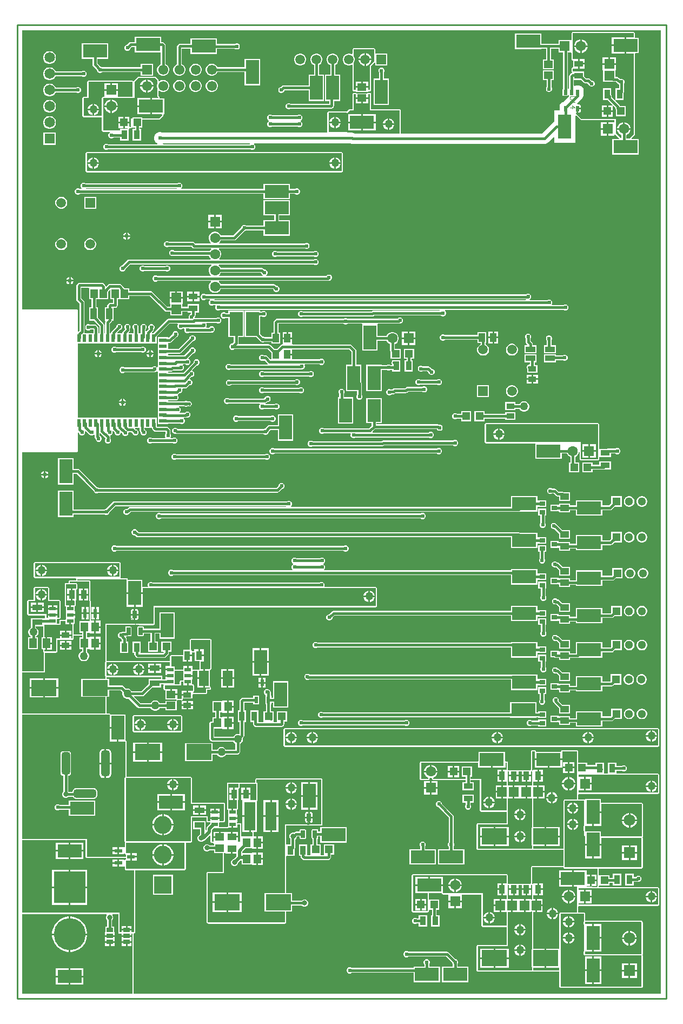
<source format=gtl>
G04*
G04 #@! TF.GenerationSoftware,Altium Limited,Altium Designer,22.6.1 (34)*
G04*
G04 Layer_Physical_Order=1*
G04 Layer_Color=255*
%FSLAX25Y25*%
%MOIN*%
G70*
G04*
G04 #@! TF.SameCoordinates,7D94B0EB-34EF-48B3-BABB-182D4114F96C*
G04*
G04*
G04 #@! TF.FilePolarity,Positive*
G04*
G01*
G75*
%ADD12C,0.01500*%
%ADD16C,0.01000*%
%ADD17C,0.00236*%
%ADD19R,0.05000X0.02402*%
%ADD20R,0.02402X0.05000*%
%ADD21R,0.03543X0.02756*%
%ADD22R,0.05906X0.03543*%
%ADD23R,0.04724X0.04724*%
%ADD24R,0.05709X0.03740*%
%ADD25R,0.15748X0.09843*%
%ADD26R,0.14961X0.07992*%
%ADD27R,0.07992X0.14961*%
%ADD28R,0.05709X0.04528*%
%ADD29R,0.03937X0.05315*%
%ADD30R,0.03937X0.07087*%
%ADD31R,0.06102X0.05906*%
%ADD32R,0.05512X0.03740*%
%ADD33R,0.06127X0.03765*%
%ADD34R,0.04750X0.05938*%
%ADD35R,0.04969X0.03182*%
%ADD36R,0.03937X0.02362*%
%ADD37R,0.03740X0.05512*%
G04:AMPARAMS|DCode=38|XSize=25.59mil|YSize=47.24mil|CornerRadius=1.92mil|HoleSize=0mil|Usage=FLASHONLY|Rotation=180.000|XOffset=0mil|YOffset=0mil|HoleType=Round|Shape=RoundedRectangle|*
%AMROUNDEDRECTD38*
21,1,0.02559,0.04341,0,0,180.0*
21,1,0.02175,0.04724,0,0,180.0*
1,1,0.00384,-0.01088,0.02170*
1,1,0.00384,0.01088,0.02170*
1,1,0.00384,0.01088,-0.02170*
1,1,0.00384,-0.01088,-0.02170*
%
%ADD38ROUNDEDRECTD38*%
%ADD39R,0.03937X0.02756*%
%ADD40R,0.03740X0.05709*%
%ADD41R,0.05315X0.03937*%
%ADD42R,0.02362X0.05709*%
%ADD43R,0.05906X0.09449*%
%ADD44R,0.07087X0.17717*%
%ADD45R,0.04961X0.02402*%
%ADD46R,0.04940X0.05733*%
%ADD47R,0.05709X0.04134*%
%ADD48R,0.04528X0.05315*%
%ADD49R,0.07992X0.14061*%
%ADD50R,0.04969X0.03378*%
G04:AMPARAMS|DCode=51|XSize=21.65mil|YSize=31.5mil|CornerRadius=1.95mil|HoleSize=0mil|Usage=FLASHONLY|Rotation=0.000|XOffset=0mil|YOffset=0mil|HoleType=Round|Shape=RoundedRectangle|*
%AMROUNDEDRECTD51*
21,1,0.02165,0.02760,0,0,0.0*
21,1,0.01776,0.03150,0,0,0.0*
1,1,0.00390,0.00888,-0.01380*
1,1,0.00390,-0.00888,-0.01380*
1,1,0.00390,-0.00888,0.01380*
1,1,0.00390,0.00888,0.01380*
%
%ADD51ROUNDEDRECTD51*%
%ADD52R,0.05363X0.04743*%
%ADD53R,0.05906X0.06102*%
%ADD65R,0.02362X0.04134*%
%ADD81R,0.11024X0.11024*%
%ADD82C,0.11024*%
%ADD92R,0.05118X0.05118*%
%ADD93C,0.05118*%
%ADD94C,0.03200*%
%ADD97C,0.02000*%
%ADD98C,0.06299*%
%ADD99R,0.06299X0.06299*%
%ADD100R,0.06299X0.06299*%
G04:AMPARAMS|DCode=101|XSize=137.8mil|YSize=51.18mil|CornerRadius=12.8mil|HoleSize=0mil|Usage=FLASHONLY|Rotation=180.000|XOffset=0mil|YOffset=0mil|HoleType=Round|Shape=RoundedRectangle|*
%AMROUNDEDRECTD101*
21,1,0.13780,0.02559,0,0,180.0*
21,1,0.11221,0.05118,0,0,180.0*
1,1,0.02559,-0.05610,0.01280*
1,1,0.02559,0.05610,0.01280*
1,1,0.02559,0.05610,-0.01280*
1,1,0.02559,-0.05610,-0.01280*
%
%ADD101ROUNDEDRECTD101*%
G04:AMPARAMS|DCode=102|XSize=137.8mil|YSize=51.18mil|CornerRadius=12.8mil|HoleSize=0mil|Usage=FLASHONLY|Rotation=90.000|XOffset=0mil|YOffset=0mil|HoleType=Round|Shape=RoundedRectangle|*
%AMROUNDEDRECTD102*
21,1,0.13780,0.02559,0,0,90.0*
21,1,0.11221,0.05118,0,0,90.0*
1,1,0.02559,0.01280,0.05610*
1,1,0.02559,0.01280,-0.05610*
1,1,0.02559,-0.01280,-0.05610*
1,1,0.02559,-0.01280,0.05610*
%
%ADD102ROUNDEDRECTD102*%
G04:AMPARAMS|DCode=103|XSize=157.48mil|YSize=51.18mil|CornerRadius=12.8mil|HoleSize=0mil|Usage=FLASHONLY|Rotation=90.000|XOffset=0mil|YOffset=0mil|HoleType=Round|Shape=RoundedRectangle|*
%AMROUNDEDRECTD103*
21,1,0.15748,0.02559,0,0,90.0*
21,1,0.13189,0.05118,0,0,90.0*
1,1,0.02559,0.01280,0.06594*
1,1,0.02559,0.01280,-0.06594*
1,1,0.02559,-0.01280,-0.06594*
1,1,0.02559,-0.01280,0.06594*
%
%ADD103ROUNDEDRECTD103*%
%ADD104R,0.19685X0.19685*%
%ADD105C,0.19685*%
%ADD106C,0.05906*%
%ADD107R,0.05906X0.05906*%
%ADD108R,0.06102X0.06102*%
%ADD109C,0.06102*%
%ADD110R,0.05906X0.05906*%
%ADD111R,0.07087X0.07087*%
%ADD112C,0.07087*%
%ADD113C,0.06496*%
%ADD114R,0.06496X0.06496*%
%ADD115C,0.02400*%
%ADD116C,0.05000*%
G36*
X157611Y536686D02*
Y531143D01*
X159096D01*
Y528786D01*
X157586D01*
X157020Y528673D01*
X156540Y528352D01*
X155955Y527767D01*
X155634Y527287D01*
X155522Y526721D01*
Y526243D01*
X154174D01*
Y517757D01*
X154174D01*
X154352Y517331D01*
X154377Y517257D01*
X154278Y516756D01*
Y510200D01*
X153691D01*
Y515213D01*
X153578Y515778D01*
X153258Y516258D01*
X149669Y519847D01*
Y526243D01*
X148845D01*
Y531143D01*
X156039D01*
Y535767D01*
X157149Y536877D01*
X157611Y536686D01*
D02*
G37*
G36*
X496772Y103228D02*
X171714D01*
Y140000D01*
X172000Y140286D01*
X172273Y140341D01*
X172505Y140495D01*
X172659Y140727D01*
X172714Y141000D01*
Y179286D01*
X203268D01*
X203541Y179341D01*
X203772Y179495D01*
X203927Y179727D01*
X203981Y180000D01*
Y196000D01*
X204434Y196286D01*
X207000D01*
X207273Y196341D01*
X207505Y196495D01*
X207659Y196727D01*
X207714Y197000D01*
Y211786D01*
X216786D01*
Y209359D01*
X216841Y209086D01*
X216995Y208854D01*
X217227Y208700D01*
X217500Y208645D01*
X219000D01*
X219300Y208195D01*
Y208070D01*
X217220Y205990D01*
X216844Y205428D01*
X216712Y204764D01*
Y203928D01*
X216679Y203906D01*
X216179Y204173D01*
Y206106D01*
X216179Y206106D01*
X216145Y206273D01*
Y209571D01*
X208618D01*
Y204406D01*
X212712D01*
Y201128D01*
X212274Y200946D01*
X211627Y200299D01*
X211277Y199454D01*
Y198539D01*
X211627Y197694D01*
X212274Y197047D01*
X213120Y196696D01*
X214035D01*
X214880Y197047D01*
X215202Y197369D01*
X215335Y197395D01*
X215897Y197771D01*
X218824Y200698D01*
X219286Y200506D01*
Y196721D01*
X219341Y196448D01*
X219495Y196217D01*
X219727Y196062D01*
X220000Y196008D01*
X220931D01*
X221097Y195903D01*
X221328Y195557D01*
Y194478D01*
X218774D01*
X218303Y194950D01*
X217458Y195300D01*
X216543D01*
X215697Y194950D01*
X215050Y194303D01*
X214700Y193457D01*
Y192543D01*
X215050Y191697D01*
X215697Y191050D01*
X216543Y190700D01*
X217458D01*
X218303Y191050D01*
X218774Y191522D01*
X221328D01*
Y189831D01*
X226804D01*
Y178232D01*
X217518D01*
X217384Y178205D01*
X217246Y178178D01*
X217245Y178177D01*
X217245Y178177D01*
X217130Y178101D01*
X217014Y178023D01*
X217014Y178023D01*
X217013Y178023D01*
X216936Y177907D01*
X216859Y177792D01*
X216859Y177792D01*
X216859Y177791D01*
X216831Y177655D01*
X216804Y177519D01*
X216786Y157501D01*
X216777Y147354D01*
X216777Y147354D01*
X216777Y147354D01*
X216803Y147223D01*
X216831Y147081D01*
X216831Y147081D01*
X216831Y147081D01*
X216909Y146965D01*
X216986Y146850D01*
X216986Y146849D01*
X216986Y146849D01*
X217339Y146496D01*
X217339Y146495D01*
X217340Y146495D01*
X217455Y146419D01*
X217571Y146341D01*
X217571Y146341D01*
X217571Y146341D01*
X217712Y146313D01*
X217844Y146286D01*
X217844Y146286D01*
X217844Y146286D01*
X265000D01*
X265273Y146341D01*
X265505Y146495D01*
X265659Y146727D01*
X265714Y147000D01*
Y153879D01*
X269570D01*
Y157522D01*
X275474D01*
X275945Y157050D01*
X276790Y156700D01*
X277706D01*
X278551Y157050D01*
X279198Y157697D01*
X279548Y158543D01*
Y159458D01*
X279198Y160303D01*
X278551Y160950D01*
X277706Y161300D01*
X276790D01*
X275945Y160950D01*
X275474Y160478D01*
X269570D01*
Y165121D01*
X265714D01*
Y187667D01*
X265973Y188060D01*
X266214Y188060D01*
X271113D01*
Y192170D01*
X271279Y192419D01*
X271392Y192984D01*
Y198207D01*
X271508Y198255D01*
X272155Y198902D01*
X272505Y199747D01*
Y199954D01*
X272568Y200018D01*
X274145D01*
Y199326D01*
X274214Y198978D01*
X274411Y198683D01*
X274706Y198486D01*
X275054Y198416D01*
X277229D01*
X277577Y198486D01*
X277872Y198683D01*
X278069Y198978D01*
X278139Y199326D01*
Y203666D01*
X278069Y204014D01*
X277872Y204309D01*
X277577Y204506D01*
X277229Y204576D01*
X275054D01*
X274706Y204506D01*
X274411Y204309D01*
X274214Y204014D01*
X274145Y203666D01*
Y202975D01*
X271956D01*
X271390Y202862D01*
X270911Y202541D01*
X270812Y202443D01*
X270662Y202505D01*
X269747D01*
X268902Y202155D01*
X268255Y201508D01*
X267905Y200662D01*
Y199747D01*
X268255Y198902D01*
X268435Y198722D01*
Y195168D01*
X265973Y195168D01*
X265714Y195561D01*
Y206786D01*
X287500D01*
X287773Y206841D01*
X288005Y206995D01*
X288159Y207227D01*
X288214Y207500D01*
Y235000D01*
X288159Y235273D01*
X288005Y235505D01*
X287773Y235659D01*
X287500Y235714D01*
X247500D01*
X247227Y235659D01*
X246995Y235505D01*
X246841Y235273D01*
X246786Y235000D01*
Y233214D01*
X237024D01*
X236751Y233159D01*
X236667Y233103D01*
X236583Y233159D01*
X236310Y233214D01*
X230127D01*
X229854Y233159D01*
X229622Y233005D01*
X229467Y232773D01*
X229413Y232500D01*
Y217161D01*
X229467Y216888D01*
X229622Y216657D01*
X229854Y216502D01*
X230127Y216448D01*
Y213099D01*
Y209359D01*
Y206033D01*
X230000D01*
X229727Y205978D01*
X229495Y205824D01*
X229422Y205714D01*
X224637D01*
Y208195D01*
X224937Y208645D01*
X226859D01*
X227132Y208700D01*
X227364Y208854D01*
X228005Y209495D01*
X228159Y209727D01*
X228214Y210000D01*
X228214Y220000D01*
X228159Y220273D01*
X228005Y220505D01*
X227773Y220659D01*
X227500Y220714D01*
X207714D01*
Y236000D01*
X207659Y236273D01*
X207505Y236505D01*
X207273Y236659D01*
X207000Y236714D01*
X167367D01*
Y258520D01*
X167313Y258793D01*
X167158Y259024D01*
X166927Y259179D01*
X166696Y259225D01*
Y275180D01*
X157682D01*
X157663Y275273D01*
X157509Y275505D01*
X157277Y275659D01*
X157004Y275714D01*
X155238D01*
Y285993D01*
X156704D01*
Y290136D01*
X163774D01*
X164945Y288964D01*
X164800Y288421D01*
Y287579D01*
X165018Y286765D01*
X165439Y286035D01*
X166035Y285439D01*
X166765Y285018D01*
X167579Y284800D01*
X168421D01*
X168964Y284945D01*
X174285Y279624D01*
X174765Y279303D01*
X175331Y279191D01*
X182265D01*
X182546Y278704D01*
X183142Y278109D01*
X183871Y277687D01*
X184685Y277469D01*
X185528D01*
X186342Y277687D01*
X187071Y278109D01*
X187667Y278704D01*
X187948Y279191D01*
X191328D01*
Y277706D01*
X198436D01*
Y283557D01*
X198722Y283986D01*
X198739Y284008D01*
X201103D01*
X201301Y284008D01*
Y284008D01*
X201128Y284008D01*
X201302Y284000D01*
X201397Y283547D01*
X201397Y283515D01*
X201397Y283151D01*
Y281457D01*
X204382D01*
Y283547D01*
X201897D01*
X201758Y283548D01*
X201658Y284048D01*
X201671Y284062D01*
X201775Y284132D01*
X201902Y284217D01*
X202057Y284448D01*
X202111Y284721D01*
Y284981D01*
X208066D01*
Y287331D01*
X208129Y287456D01*
X208368Y287703D01*
X208442Y287764D01*
X216222D01*
X216224Y287764D01*
X216227Y287764D01*
X216361Y287791D01*
X216495Y287818D01*
X216497Y287819D01*
X216499Y287819D01*
X216613Y287896D01*
X216727Y287972D01*
X216728Y287974D01*
X216730Y287976D01*
X217081Y288331D01*
X217083Y288333D01*
X217084Y288334D01*
X217159Y288449D01*
X217235Y288564D01*
X217235Y288566D01*
X217236Y288568D01*
X217261Y288702D01*
X217287Y288837D01*
X217287Y288839D01*
X217287Y288841D01*
X217270Y290318D01*
X218895Y290445D01*
X218935Y290457D01*
X218977Y290456D01*
X219068Y290494D01*
X219163Y290521D01*
X219196Y290547D01*
X219235Y290563D01*
X219304Y290632D01*
X219381Y290693D01*
X219402Y290730D01*
X219432Y290759D01*
X219512Y290878D01*
X219552Y290975D01*
X219602Y291068D01*
X219605Y291103D01*
X219619Y291135D01*
X219619Y291241D01*
X219629Y291345D01*
X219619Y291379D01*
X219619Y291414D01*
X219579Y291511D01*
X219548Y291612D01*
X219282Y292112D01*
X219215Y292193D01*
X219157Y292280D01*
X219127Y292300D01*
X219105Y292327D01*
X219012Y292377D01*
X218925Y292435D01*
X218891Y292442D01*
X218869Y292453D01*
Y302544D01*
X218968Y302563D01*
X218971Y302565D01*
X218973Y302565D01*
X219087Y302641D01*
X219201Y302716D01*
X219697Y303205D01*
X219701Y303209D01*
X219705Y303212D01*
X219779Y303324D01*
X219854Y303435D01*
X219855Y303440D01*
X219858Y303445D01*
X219883Y303577D01*
X219910Y303708D01*
X219909Y303713D01*
X219910Y303719D01*
X219777Y320983D01*
X219750Y321116D01*
X219723Y321250D01*
X219722Y321253D01*
X219721Y321255D01*
X219644Y321368D01*
X219568Y321482D01*
X219566Y321483D01*
X219565Y321486D01*
X219450Y321561D01*
X219337Y321637D01*
X219334Y321637D01*
X219332Y321639D01*
X219198Y321664D01*
X219064Y321691D01*
X207028D01*
X206754Y321637D01*
X206523Y321482D01*
X206368Y321250D01*
X206314Y320977D01*
Y315070D01*
X202312D01*
Y312164D01*
X202012Y311714D01*
X195000D01*
X194727Y311659D01*
X194495Y311505D01*
X194341Y311273D01*
X194286Y311000D01*
Y308233D01*
X155238D01*
Y330329D01*
X174898D01*
X174983Y330313D01*
X175117Y330286D01*
X184000D01*
X184273Y330341D01*
X184505Y330495D01*
X184659Y330727D01*
X184714Y331000D01*
Y341286D01*
X321000D01*
X321273Y341341D01*
X321505Y341495D01*
X321659Y341727D01*
X321714Y342000D01*
Y353000D01*
X321659Y353273D01*
X321505Y353505D01*
X321273Y353659D01*
X321000Y353714D01*
X289704D01*
X289381Y354214D01*
X289550Y354622D01*
Y355378D01*
X289261Y356076D01*
X288726Y356611D01*
X288028Y356900D01*
X287272D01*
X286574Y356611D01*
X286441Y356478D01*
X183709D01*
X183576Y356611D01*
X182878Y356900D01*
X182122D01*
X181424Y356611D01*
X180889Y356076D01*
X180600Y355378D01*
Y354622D01*
X180769Y354214D01*
X180446Y353714D01*
X177496D01*
X177196Y354164D01*
Y358180D01*
X168218D01*
Y358480D01*
X168200Y358572D01*
X168193Y358664D01*
X168173Y358707D01*
X168163Y358753D01*
X168112Y358831D01*
X168071Y358914D01*
X168035Y358945D01*
X168009Y358985D01*
X167931Y359037D01*
X167861Y359098D01*
X167816Y359113D01*
X167777Y359140D01*
X167686Y359158D01*
X167598Y359188D01*
X167124Y359251D01*
X167077Y359248D01*
X167030Y359257D01*
X163947D01*
X163665Y359717D01*
X163665Y359757D01*
X163714Y360000D01*
Y368394D01*
X163659Y368668D01*
X163505Y368899D01*
X163273Y369054D01*
X163000Y369108D01*
X111000D01*
X110727Y369054D01*
X110495Y368899D01*
X110341Y368668D01*
X110286Y368394D01*
Y360000D01*
X110341Y359727D01*
X110495Y359495D01*
X110727Y359341D01*
X111000Y359286D01*
X136078D01*
X136359Y358826D01*
X136359Y358786D01*
X136311Y358543D01*
Y357749D01*
X132469D01*
X132196Y357695D01*
X131964Y357540D01*
X131809Y357309D01*
X131755Y357035D01*
Y356214D01*
X130127D01*
X129854Y356159D01*
X129622Y356005D01*
X129467Y355773D01*
X129413Y355500D01*
Y342535D01*
X129467Y342262D01*
X129622Y342031D01*
X129854Y341876D01*
X130127Y341822D01*
Y338473D01*
Y334069D01*
X129827Y333619D01*
X126697D01*
X126424Y333564D01*
X126193Y333410D01*
X126038Y333178D01*
X125984Y332905D01*
Y331119D01*
X124637D01*
Y333736D01*
X124937Y334186D01*
X126000D01*
X126273Y334241D01*
X126505Y334395D01*
X126659Y334627D01*
X126714Y334900D01*
Y345000D01*
X126659Y345273D01*
X126505Y345505D01*
X126273Y345659D01*
X126000Y345714D01*
X119714D01*
Y353000D01*
X119659Y353273D01*
X119505Y353505D01*
X119273Y353659D01*
X119000Y353714D01*
X111000D01*
X110727Y353659D01*
X110495Y353505D01*
X110341Y353273D01*
X110286Y353000D01*
Y345714D01*
X107000D01*
X106727Y345659D01*
X106495Y345505D01*
X106341Y345273D01*
X106286Y345000D01*
Y337000D01*
X106341Y336727D01*
X106495Y336495D01*
X106727Y336341D01*
X107000Y336286D01*
X117286D01*
Y334900D01*
X117296Y334852D01*
X117002Y334404D01*
X116924Y334352D01*
X116145D01*
Y334571D01*
X108618D01*
Y331093D01*
X108522Y330606D01*
Y328841D01*
X108035Y328561D01*
X107439Y327965D01*
X107018Y327235D01*
X106800Y326421D01*
Y325579D01*
X107018Y324765D01*
X107439Y324035D01*
X108035Y323439D01*
X108522Y323159D01*
Y322669D01*
X106788D01*
Y315331D01*
X112938D01*
Y322669D01*
X111478D01*
Y323159D01*
X111965Y323439D01*
X112561Y324035D01*
X112982Y324765D01*
X113200Y325579D01*
Y326421D01*
X112982Y327235D01*
X112561Y327965D01*
X111965Y328561D01*
X111478Y328841D01*
Y329406D01*
X115984D01*
Y322969D01*
X115533Y322669D01*
X115062D01*
Y315331D01*
X115533D01*
X115984Y315031D01*
Y314000D01*
X116038Y313727D01*
X116193Y313495D01*
X116350Y313390D01*
X116329Y313286D01*
Y301775D01*
X103228D01*
Y436920D01*
X136786D01*
X137059Y436974D01*
X137291Y437129D01*
X137445Y437361D01*
X137499Y437634D01*
Y448643D01*
X137999Y448910D01*
X138100Y448843D01*
Y448622D01*
X138389Y447924D01*
X138924Y447389D01*
X139622Y447100D01*
X140378D01*
X141076Y447389D01*
X141611Y447924D01*
X141900Y448622D01*
Y449378D01*
X141800Y449619D01*
X142224Y449902D01*
X144000Y448127D01*
X144479Y447806D01*
X144513Y447799D01*
X144924Y447389D01*
X145622Y447100D01*
X146378D01*
X147076Y447389D01*
X147352Y447665D01*
X147852Y447458D01*
Y446379D01*
X147965Y445813D01*
X148285Y445334D01*
X148353Y445266D01*
Y444715D01*
X148642Y444017D01*
X149176Y443482D01*
X149875Y443193D01*
X150631D01*
X151329Y443482D01*
X151863Y444017D01*
X152153Y444715D01*
Y445471D01*
X151863Y446169D01*
X151329Y446704D01*
X150932Y446868D01*
X150809Y446991D01*
Y448399D01*
X151309Y448600D01*
X154522Y445388D01*
Y445209D01*
X154389Y445076D01*
X154100Y444378D01*
Y443622D01*
X154389Y442924D01*
X154924Y442389D01*
X155622Y442100D01*
X156378D01*
X157076Y442389D01*
X157611Y442924D01*
X157900Y443622D01*
Y444378D01*
X157611Y445076D01*
X157478Y445209D01*
Y446000D01*
X157366Y446566D01*
X157343Y446600D01*
X157351Y446712D01*
X157560Y447175D01*
X158076Y447389D01*
X158611Y447924D01*
X158900Y448622D01*
Y449378D01*
X158781Y449664D01*
X159205Y449948D01*
X160100Y449053D01*
Y448622D01*
X160389Y447924D01*
X160924Y447389D01*
X161622Y447100D01*
X162378D01*
X163076Y447389D01*
X163611Y447924D01*
X163900Y448622D01*
Y448703D01*
X164400Y448910D01*
X164804Y448506D01*
Y448319D01*
X165094Y447620D01*
X165628Y447086D01*
X166326Y446797D01*
X167082D01*
X167781Y447086D01*
X168315Y447620D01*
X168604Y448319D01*
Y448890D01*
X168942Y449255D01*
X169047Y449312D01*
X169155Y449290D01*
X170375D01*
X171140Y448526D01*
X171389Y447924D01*
X171924Y447389D01*
X172622Y447100D01*
X173378D01*
X174076Y447389D01*
X174611Y447924D01*
X174900Y448622D01*
Y449378D01*
X174611Y450076D01*
X174076Y450611D01*
X173378Y450900D01*
X172961D01*
X172683Y451238D01*
X172874Y451682D01*
X175633D01*
Y450132D01*
X175746Y449566D01*
X176066Y449087D01*
X176100Y449053D01*
Y448622D01*
X176389Y447924D01*
X176924Y447389D01*
X177622Y447100D01*
X178378D01*
X179076Y447389D01*
X179611Y447924D01*
X179900Y448622D01*
Y449378D01*
X179611Y450076D01*
X179076Y450611D01*
X178590Y450812D01*
Y451682D01*
X183153D01*
X183227Y451313D01*
X183547Y450833D01*
X184426Y449955D01*
X184905Y449634D01*
X185471Y449522D01*
X191509D01*
X191522Y449509D01*
Y448209D01*
X191389Y448076D01*
X191100Y447378D01*
Y446622D01*
X191367Y445978D01*
X191181Y445478D01*
X183209D01*
X183076Y445611D01*
X182378Y445900D01*
X181622D01*
X180924Y445611D01*
X180389Y445076D01*
X180100Y444378D01*
Y443622D01*
X180389Y442924D01*
X180924Y442389D01*
X181622Y442100D01*
X182378D01*
X183076Y442389D01*
X183209Y442522D01*
X195791D01*
X195924Y442389D01*
X196622Y442100D01*
X197378D01*
X198076Y442389D01*
X198611Y442924D01*
X198900Y443622D01*
Y444378D01*
X198611Y445076D01*
X198076Y445611D01*
X197378Y445900D01*
X196622D01*
X195924Y445611D01*
X195791Y445478D01*
X194819D01*
X194633Y445978D01*
X194900Y446622D01*
Y447378D01*
X194611Y448076D01*
X194478Y448209D01*
Y450121D01*
X194366Y450687D01*
X194045Y451167D01*
X193167Y452045D01*
X192687Y452366D01*
X192121Y452478D01*
X186084D01*
X186071Y452491D01*
Y454431D01*
X186042Y454574D01*
Y458082D01*
X137499D01*
Y503800D01*
X186042D01*
Y508109D01*
X193955Y516022D01*
X198929D01*
X199107Y515522D01*
X198835Y514865D01*
Y514109D01*
X199124Y513411D01*
X199659Y512877D01*
X200357Y512587D01*
X201113D01*
X201811Y512877D01*
X202106Y513172D01*
X202888D01*
X203222Y512672D01*
X203100Y512378D01*
Y511622D01*
X203389Y510924D01*
X203924Y510389D01*
X204622Y510100D01*
X205378D01*
X206076Y510389D01*
X206209Y510522D01*
X219256D01*
X219651Y510600D01*
X220378D01*
X221076Y510889D01*
X221611Y511424D01*
X221900Y512122D01*
Y512878D01*
X221611Y513576D01*
X221076Y514111D01*
X220378Y514400D01*
X219622D01*
X218924Y514111D01*
X218389Y513576D01*
X218349Y513478D01*
X216819D01*
X216633Y513978D01*
X216900Y514622D01*
Y515378D01*
X216633Y516022D01*
X216819Y516522D01*
X222791D01*
X222924Y516389D01*
X223622Y516100D01*
X224378D01*
X225076Y516389D01*
X225611Y516924D01*
X225900Y517622D01*
Y518378D01*
X225611Y519076D01*
X225076Y519611D01*
X224378Y519900D01*
X223622D01*
X222924Y519611D01*
X222791Y519478D01*
X209696D01*
X209500Y519772D01*
Y520203D01*
X209645Y520348D01*
X209966Y520828D01*
X210078Y521393D01*
Y522918D01*
X212031D01*
Y528058D01*
X205119D01*
Y526392D01*
X201826D01*
Y528047D01*
X202126D01*
Y531500D01*
X198075D01*
X194024D01*
Y528047D01*
X194324D01*
Y526478D01*
X192612D01*
X183545Y535545D01*
X183066Y535866D01*
X182500Y535978D01*
X169247D01*
Y537857D01*
X166126D01*
X165815Y538322D01*
X164092Y540045D01*
X163612Y540366D01*
X163047Y540478D01*
X157181D01*
X156615Y540366D01*
X156136Y540045D01*
X155026Y538936D01*
X154513Y539129D01*
X154441Y539491D01*
X154120Y539971D01*
X153322Y540769D01*
X152842Y541089D01*
X152277Y541202D01*
X138586D01*
X138020Y541089D01*
X137540Y540769D01*
X136955Y540183D01*
X136634Y539703D01*
X136522Y539138D01*
Y531103D01*
X136634Y530537D01*
X136955Y530058D01*
X138522Y528491D01*
Y511821D01*
X137961Y511260D01*
X137499Y511452D01*
Y524248D01*
X137445Y524521D01*
X137291Y524753D01*
X137059Y524907D01*
X136786Y524962D01*
X103228D01*
Y696772D01*
X496772D01*
Y103228D01*
D02*
G37*
G36*
X190955Y523955D02*
X191434Y523634D01*
X192000Y523522D01*
X194324D01*
Y521261D01*
X201826D01*
Y523435D01*
X205119D01*
Y522918D01*
X207122D01*
Y522008D01*
X206524Y521761D01*
X205989Y521226D01*
X205700Y520528D01*
Y519772D01*
X205822Y519478D01*
X205487Y518978D01*
X193342D01*
X192777Y518866D01*
X192297Y518545D01*
X183952Y510200D01*
X183254D01*
X183063Y510662D01*
X183791Y511390D01*
X184112Y511870D01*
X184224Y512436D01*
Y512537D01*
X184356Y512670D01*
X184646Y513368D01*
Y514124D01*
X184356Y514822D01*
X183822Y515356D01*
X183124Y515646D01*
X182368D01*
X181669Y515356D01*
X181135Y514822D01*
X180846Y514124D01*
Y513368D01*
X181063Y512844D01*
X179680Y511461D01*
X179675Y511461D01*
X179180Y511613D01*
Y512493D01*
X179611Y512924D01*
X179900Y513622D01*
Y514378D01*
X179611Y515076D01*
X179076Y515611D01*
X178378Y515900D01*
X177622D01*
X176924Y515611D01*
X176389Y515076D01*
X176100Y514378D01*
Y513622D01*
X176223Y513324D01*
X176223Y513322D01*
Y510200D01*
X174734D01*
Y513222D01*
X174900Y513622D01*
Y514378D01*
X174611Y515076D01*
X174076Y515611D01*
X173378Y515900D01*
X172622D01*
X171924Y515611D01*
X171389Y515076D01*
X171100Y514378D01*
Y513622D01*
X171389Y512924D01*
X171777Y512535D01*
Y510200D01*
X168944D01*
X168753Y510662D01*
X169045Y510955D01*
X169366Y511434D01*
X169478Y512000D01*
Y512791D01*
X169611Y512924D01*
X169900Y513622D01*
Y514378D01*
X169611Y515076D01*
X169076Y515611D01*
X168378Y515900D01*
X167622D01*
X166924Y515611D01*
X166389Y515076D01*
X166100Y514378D01*
Y513622D01*
X166389Y512924D01*
X166522Y512791D01*
Y512612D01*
X165369Y511460D01*
X165048Y510980D01*
X164936Y510414D01*
Y510200D01*
X161944D01*
X161753Y510662D01*
X163191Y512100D01*
X163378D01*
X164076Y512389D01*
X164611Y512924D01*
X164900Y513622D01*
Y514378D01*
X164611Y515076D01*
X164076Y515611D01*
X163378Y515900D01*
X162622D01*
X161924Y515611D01*
X161389Y515076D01*
X161100Y514378D01*
Y514191D01*
X158369Y511460D01*
X158048Y510980D01*
X157936Y510414D01*
Y510200D01*
X157234D01*
Y516144D01*
X158045Y516955D01*
X158366Y517434D01*
X158430Y517757D01*
X159511D01*
Y525829D01*
X160575D01*
X161141Y525941D01*
X161620Y526262D01*
X161941Y526741D01*
X162053Y527307D01*
Y531143D01*
X169247D01*
Y533022D01*
X181888D01*
X190955Y523955D01*
D02*
G37*
G36*
X144402Y537857D02*
Y531143D01*
X145888D01*
Y526243D01*
X144332D01*
Y517757D01*
X147578D01*
X150734Y514600D01*
Y510200D01*
X150108D01*
Y513121D01*
X149996Y513687D01*
X149675Y514167D01*
X148797Y515045D01*
X148317Y515366D01*
X147751Y515478D01*
X146251D01*
X146158Y515460D01*
X144880D01*
X144278Y515709D01*
X143522D01*
X142824Y515420D01*
X142289Y514886D01*
X142000Y514187D01*
Y513431D01*
X142289Y512733D01*
X142824Y512198D01*
X143522Y511909D01*
X144278D01*
X144976Y512198D01*
X145281Y512503D01*
X146233D01*
X146326Y512522D01*
X147139D01*
X147152Y512509D01*
Y510200D01*
X141601D01*
X141421Y510537D01*
X141377Y510700D01*
X141478Y511208D01*
Y529103D01*
X141366Y529669D01*
X141045Y530149D01*
X139478Y531715D01*
Y538245D01*
X144131D01*
X144402Y537857D01*
D02*
G37*
G36*
X163000Y360000D02*
X111000D01*
Y368394D01*
X163000D01*
Y360000D01*
D02*
G37*
G36*
X136310Y352870D02*
X134240D01*
Y349114D01*
Y345358D01*
X135290D01*
X135464Y344938D01*
Y342535D01*
X133295D01*
Y340354D01*
X132295D01*
Y342535D01*
X130127D01*
Y355500D01*
X136310D01*
Y352870D01*
D02*
G37*
G36*
X119000Y345000D02*
X126000D01*
Y334900D01*
X124937D01*
Y336114D01*
X121968D01*
X119000D01*
Y334900D01*
X118000D01*
Y337000D01*
X107000D01*
Y345000D01*
X111000D01*
Y353000D01*
X119000D01*
Y345000D01*
D02*
G37*
G36*
X167504Y358480D02*
Y350500D01*
X172500D01*
X177496D01*
Y353000D01*
X321000D01*
Y342000D01*
X184000D01*
Y331000D01*
X175117D01*
X175117Y331043D01*
X154525D01*
Y308044D01*
X154495Y308024D01*
X154341Y307793D01*
X154286Y307520D01*
Y299000D01*
X154341Y298727D01*
X154495Y298495D01*
X154525Y298476D01*
Y297235D01*
X139556D01*
Y285993D01*
X154525D01*
Y275714D01*
X103228D01*
Y301061D01*
X117043D01*
Y313286D01*
X124000D01*
X124273Y313341D01*
X124505Y313495D01*
X124659Y313727D01*
X124714Y314000D01*
Y321000D01*
X134525D01*
Y321377D01*
X134702Y321495D01*
X134857Y321727D01*
X134911Y322000D01*
Y323822D01*
X140152D01*
Y322681D01*
X138461D01*
Y315548D01*
X140152D01*
Y314324D01*
X139934Y314266D01*
X139204Y313845D01*
X138609Y313249D01*
X138187Y312519D01*
X137969Y311705D01*
Y310863D01*
X138187Y310049D01*
X138609Y309319D01*
X139204Y308723D01*
X139934Y308302D01*
X140748Y308084D01*
X141590D01*
X142404Y308302D01*
X143134Y308723D01*
X143730Y309319D01*
X144151Y310049D01*
X144369Y310863D01*
Y311705D01*
X144151Y312519D01*
X143730Y313249D01*
X143134Y313845D01*
X143109Y313859D01*
Y315548D01*
X144663D01*
Y315248D01*
X147633D01*
Y319114D01*
Y322981D01*
X144663D01*
Y322681D01*
X143109D01*
Y325548D01*
X144663D01*
Y325248D01*
X147633D01*
Y329114D01*
Y332981D01*
X145887D01*
X145403Y333041D01*
X145219Y357041D01*
X145191Y357175D01*
X145164Y357309D01*
X145163Y357311D01*
X145162Y357314D01*
X145086Y357426D01*
X145010Y357540D01*
X145007Y357542D01*
X145006Y357544D01*
X144892Y357619D01*
X144778Y357695D01*
X144775Y357695D01*
X144773Y357697D01*
X144639Y357722D01*
X144505Y357749D01*
X137024D01*
Y358543D01*
X167030D01*
X167504Y358480D01*
D02*
G37*
G36*
X144690Y333036D02*
X144337Y332681D01*
X138461D01*
Y325548D01*
X140152D01*
Y324535D01*
X134911D01*
Y330693D01*
X135361Y330993D01*
X135464D01*
Y334433D01*
X135764D01*
Y336114D01*
X132795D01*
Y337114D01*
X135764D01*
Y338795D01*
X135464D01*
Y341822D01*
X135737Y341876D01*
X135968Y342031D01*
X136123Y342262D01*
X136178Y342535D01*
Y344938D01*
X136132Y345166D01*
X136145Y345222D01*
X136310Y345658D01*
X136310Y345658D01*
X136310Y345658D01*
Y352156D01*
X136583Y352211D01*
X136815Y352365D01*
X136970Y352597D01*
X137024Y352870D01*
Y355500D01*
X136970Y355773D01*
X136815Y356005D01*
X136583Y356159D01*
X136310Y356214D01*
X132469D01*
Y357035D01*
X144505D01*
X144690Y333036D01*
D02*
G37*
G36*
X129827Y330693D02*
X132295D01*
Y332874D01*
X133295D01*
Y330693D01*
X134197D01*
Y322000D01*
X133366D01*
Y323614D01*
X129882D01*
X126397D01*
Y322000D01*
X124000D01*
Y314000D01*
X116697D01*
Y315031D01*
X117637D01*
Y319000D01*
Y322969D01*
X116697D01*
Y330405D01*
X126697D01*
Y332905D01*
X129827D01*
Y330693D01*
D02*
G37*
G36*
X209595Y308158D02*
X212500D01*
Y302924D01*
X211564D01*
Y302721D01*
X208264D01*
Y305035D01*
X205795D01*
Y302854D01*
X204795D01*
Y305035D01*
X202327D01*
Y302721D01*
X197137D01*
Y304735D01*
X195000D01*
Y311000D01*
X202012D01*
Y307858D01*
X204382D01*
Y311614D01*
X204882D01*
Y312114D01*
X207752D01*
Y313500D01*
X209595D01*
Y308158D01*
D02*
G37*
G36*
X219197Y303713D02*
X218700Y303224D01*
X215717D01*
Y297500D01*
Y291776D01*
X218652D01*
X218919Y291276D01*
X218839Y291157D01*
X216548Y290977D01*
X216574Y288833D01*
X216222Y288477D01*
X208442D01*
X208357Y288696D01*
X208430Y288892D01*
X208640Y289203D01*
X208670Y289223D01*
X208704Y289234D01*
X208785Y289300D01*
X208871Y289358D01*
X208891Y289388D01*
X208919Y289411D01*
X208968Y289503D01*
X209026Y289589D01*
X209033Y289625D01*
X209050Y289657D01*
X209184Y290102D01*
X209193Y290205D01*
X209214Y290307D01*
Y292791D01*
X209204Y292840D01*
X209207Y292889D01*
X209177Y292975D01*
X209159Y293064D01*
X209132Y293105D01*
X209115Y293152D01*
X208879Y293554D01*
X208819Y293622D01*
X208768Y293698D01*
X208727Y293725D01*
X208694Y293762D01*
X208612Y293802D01*
X208537Y293852D01*
X208488Y293862D01*
X208443Y293884D01*
X208353Y293889D01*
X208264Y293907D01*
X207964D01*
Y296933D01*
X208264D01*
Y298614D01*
X205295D01*
Y299614D01*
X208264D01*
Y301295D01*
X208264D01*
X208196Y301536D01*
X208543Y302008D01*
X211264D01*
Y298000D01*
X214717D01*
Y303224D01*
X213214D01*
Y307858D01*
X215035D01*
Y311114D01*
X212165D01*
Y311614D01*
X211665D01*
Y315370D01*
X209295D01*
Y314214D01*
X207752D01*
X207452Y314664D01*
Y315070D01*
X207028D01*
Y320977D01*
X219064D01*
X219197Y303713D01*
D02*
G37*
G36*
X194286Y305035D02*
X191500D01*
Y303354D01*
X194468D01*
Y302354D01*
X191500D01*
Y300673D01*
Y299614D01*
X194468D01*
Y298614D01*
X191500D01*
Y296933D01*
X191023Y296879D01*
X189500D01*
Y299000D01*
X155000D01*
Y307520D01*
X194286D01*
Y305035D01*
D02*
G37*
G36*
X202627Y301557D02*
Y296664D01*
X202327Y296214D01*
X201000D01*
X200727Y296159D01*
X200495Y296005D01*
X200341Y295773D01*
X200286Y295500D01*
Y293714D01*
X197137D01*
Y297233D01*
Y302008D01*
X202327D01*
X202627Y301557D01*
D02*
G37*
G36*
X188786Y297512D02*
X188645Y297071D01*
X188353Y297071D01*
X181119D01*
Y293997D01*
X176600Y289478D01*
X170842D01*
X170561Y289965D01*
X169965Y290561D01*
X169235Y290982D01*
X168421Y291200D01*
X167579D01*
X167036Y291055D01*
X165431Y292660D01*
X164952Y292980D01*
X164386Y293093D01*
X156704D01*
Y297235D01*
X155238D01*
Y298286D01*
X188786D01*
Y297512D01*
D02*
G37*
G36*
X202327Y293193D02*
X204795D01*
Y295374D01*
X205795D01*
Y293193D01*
X208264D01*
X208500Y292791D01*
Y290307D01*
X208366Y289862D01*
X205382D01*
Y287272D01*
X204882D01*
Y286772D01*
X201397D01*
Y284721D01*
X198736D01*
Y287059D01*
X194882D01*
Y287559D01*
X194382D01*
Y290823D01*
X191028D01*
X191000Y291311D01*
Y293000D01*
X201000D01*
Y295500D01*
X202327D01*
Y293193D01*
D02*
G37*
G36*
X190290Y293777D02*
X190422Y293396D01*
X190341Y293273D01*
X190286Y293000D01*
Y291311D01*
X190290Y291291D01*
X190287Y291271D01*
X190315Y290783D01*
X190345Y290667D01*
X190368Y290550D01*
X190380Y290533D01*
X190385Y290513D01*
X190456Y290418D01*
X190523Y290318D01*
X190540Y290307D01*
X190552Y290290D01*
X190655Y290230D01*
X190754Y290163D01*
X190775Y290160D01*
X190792Y290149D01*
X190910Y290132D01*
X191028Y290109D01*
X191328D01*
Y284595D01*
X198048D01*
X198077Y284448D01*
X198231Y284217D01*
X198356Y284133D01*
X198251Y283633D01*
X191328D01*
Y282148D01*
X187948D01*
X187667Y282634D01*
X187071Y283230D01*
X186342Y283651D01*
X185528Y283869D01*
X184685D01*
X183871Y283651D01*
X183142Y283230D01*
X182546Y282634D01*
X182265Y282148D01*
X175943D01*
X172031Y286060D01*
X172222Y286522D01*
X177213D01*
X177778Y286634D01*
X178258Y286955D01*
X183209Y291906D01*
X188645D01*
Y293896D01*
X190201D01*
X190290Y293777D01*
D02*
G37*
G36*
X247575Y222713D02*
X247223Y222358D01*
X244341D01*
X243894Y222484D01*
X243894Y222858D01*
Y225740D01*
X238154D01*
Y222484D01*
X238513D01*
X238961Y222358D01*
X238961Y221984D01*
Y213000D01*
X243504D01*
Y212500D01*
X244004D01*
Y202642D01*
X244535D01*
X244984Y202500D01*
X244984Y202500D01*
X244984Y202500D01*
X245010Y200356D01*
X244658Y200000D01*
X238214D01*
Y207500D01*
X238159Y207773D01*
X238005Y208005D01*
X237773Y208159D01*
X237500Y208214D01*
X235845D01*
X235557Y208628D01*
X235704Y209059D01*
X235764D01*
Y210740D01*
X232795D01*
Y211740D01*
X235764D01*
Y213421D01*
X235464D01*
Y216448D01*
X235737Y216502D01*
X235968Y216657D01*
X236123Y216888D01*
X236177Y217161D01*
Y221704D01*
X236208Y221749D01*
X236262Y222022D01*
X236210Y222284D01*
X236208Y222296D01*
X236310Y222784D01*
X236310D01*
X236310Y222784D01*
Y229282D01*
X236583Y229337D01*
X236815Y229491D01*
X236970Y229723D01*
X237024Y229996D01*
Y232500D01*
X247500D01*
X247575Y222713D01*
D02*
G37*
G36*
X236310Y229996D02*
X234240D01*
Y226240D01*
Y222484D01*
X235357D01*
X235548Y222022D01*
X235464Y221938D01*
Y217161D01*
X233295D01*
Y214980D01*
X232295D01*
Y217161D01*
X230127D01*
Y232500D01*
X236310D01*
Y229996D01*
D02*
G37*
G36*
X207000Y220000D02*
X227500D01*
X227500Y210000D01*
X226859Y209359D01*
X224937D01*
Y210740D01*
X221969D01*
X219000D01*
Y209359D01*
X217500D01*
Y212500D01*
X207000D01*
Y197000D01*
X167000D01*
Y236000D01*
X207000D01*
Y220000D01*
D02*
G37*
G36*
X237500Y196721D02*
X236697D01*
X236236Y196815D01*
Y199382D01*
X232382D01*
Y199882D01*
X231882D01*
Y202949D01*
X225382D01*
Y199685D01*
X224882D01*
Y199185D01*
X221028D01*
Y196721D01*
X220000D01*
Y202037D01*
X220047Y202107D01*
X220179Y202770D01*
Y204046D01*
X221132Y205000D01*
X230000D01*
Y205319D01*
X232295D01*
Y207500D01*
X233295D01*
Y205319D01*
X235764D01*
Y207500D01*
X237500D01*
Y196721D01*
D02*
G37*
G36*
X287500Y207500D02*
X265000D01*
Y165121D01*
X252422D01*
Y153879D01*
X265000D01*
Y147000D01*
X217844D01*
X217491Y147354D01*
X217500Y157500D01*
X217518Y177518D01*
X227518D01*
Y189831D01*
X228436D01*
X228528Y189532D01*
X231882D01*
Y192598D01*
X232882D01*
Y189532D01*
X235267D01*
Y187718D01*
X233849Y186300D01*
X233542D01*
X232697Y185950D01*
X232050Y185303D01*
X231700Y184458D01*
Y183543D01*
X232050Y182697D01*
X232697Y182050D01*
X233542Y181700D01*
X234457D01*
X235303Y182050D01*
X235950Y182697D01*
X236300Y183543D01*
Y183849D01*
X237718Y185267D01*
X238461D01*
Y182674D01*
X244663D01*
Y182374D01*
X247633D01*
Y186240D01*
Y190107D01*
X244663D01*
Y189807D01*
X238733D01*
Y190495D01*
X240912Y192674D01*
X244663D01*
Y192374D01*
X247633D01*
Y196240D01*
Y200107D01*
X246173D01*
X245763Y200338D01*
X245724Y200364D01*
X245699Y202442D01*
X245743Y202578D01*
X245822Y202703D01*
X245965Y202862D01*
X246072Y202932D01*
X246105Y202942D01*
X247747D01*
Y221873D01*
X248082Y222211D01*
X248083Y222212D01*
X248084Y222212D01*
X248159Y222327D01*
X248236Y222443D01*
X248236Y222444D01*
X248237Y222445D01*
X248262Y222580D01*
X248289Y222716D01*
X248289Y222717D01*
X248289Y222719D01*
X248214Y232505D01*
X248186Y232639D01*
X248159Y232773D01*
X248158Y232775D01*
X248157Y232778D01*
X248081Y232891D01*
X248005Y233005D01*
X248002Y233006D01*
X248001Y233009D01*
X247887Y233084D01*
X247773Y233159D01*
X247770Y233160D01*
X247768Y233161D01*
X247634Y233187D01*
X247500Y233214D01*
Y235000D01*
X287500D01*
Y207500D01*
D02*
G37*
G36*
X157004Y267500D02*
X162000D01*
Y267000D01*
X162500D01*
Y258520D01*
X166654D01*
Y236610D01*
X166495Y236505D01*
X166341Y236273D01*
X166286Y236000D01*
Y197000D01*
X166341Y196727D01*
X166495Y196495D01*
X166516Y196482D01*
X166377Y196273D01*
X166323Y196000D01*
Y193517D01*
X165862Y193421D01*
X165823Y193421D01*
X162882D01*
Y191220D01*
Y189020D01*
X165862D01*
Y189432D01*
X166362Y189482D01*
X166377Y189408D01*
X166532Y189176D01*
X166763Y189022D01*
X167036Y188967D01*
Y187480D01*
X143000D01*
Y198541D01*
X103228D01*
Y275000D01*
X157004D01*
Y267500D01*
D02*
G37*
G36*
X142000Y187000D02*
X142479D01*
X142495Y186976D01*
X142727Y186821D01*
X143000Y186767D01*
X167036D01*
Y185993D01*
X166763Y185939D01*
X166532Y185784D01*
X166377Y185553D01*
X166362Y185479D01*
X165862Y185528D01*
Y185941D01*
X162882D01*
Y183740D01*
Y181539D01*
X165823D01*
X165862Y181539D01*
X166323Y181444D01*
Y180000D01*
X166377Y179727D01*
X166532Y179495D01*
X166763Y179341D01*
X167036Y179286D01*
X172000D01*
Y141000D01*
X170468D01*
Y141980D01*
X167500D01*
X164532D01*
Y141000D01*
X163096D01*
Y152000D01*
X163041Y152273D01*
X163000Y152335D01*
Y153000D01*
X103228D01*
Y197827D01*
X142000D01*
Y187000D01*
D02*
G37*
G36*
X203268Y180000D02*
X167036D01*
Y185280D01*
X169717D01*
Y187480D01*
Y189681D01*
X167036D01*
Y196000D01*
X203268D01*
Y180000D01*
D02*
G37*
G36*
X162382Y140000D02*
X164532D01*
Y139240D01*
X167500D01*
X170468D01*
Y140000D01*
X171000D01*
Y103228D01*
X103228D01*
Y152000D01*
X155040D01*
X155247Y151500D01*
X155050Y151303D01*
X154700Y150458D01*
Y149542D01*
X155050Y148697D01*
X155522Y148226D01*
Y144558D01*
X154595D01*
Y141118D01*
X154295D01*
Y139240D01*
X157264D01*
X160232D01*
Y141118D01*
X159932D01*
Y144558D01*
X158478D01*
Y148226D01*
X158950Y148697D01*
X159300Y149542D01*
Y150458D01*
X158950Y151303D01*
X158753Y151500D01*
X158960Y152000D01*
X162382D01*
Y140000D01*
D02*
G37*
%LPC*%
G36*
X480000Y695714D02*
X442500D01*
X442227Y695659D01*
X441995Y695505D01*
X441841Y695273D01*
X441786Y695000D01*
Y691022D01*
X441361Y690843D01*
X441286Y690843D01*
X433661D01*
Y688472D01*
X423180D01*
Y694696D01*
X406820D01*
Y685304D01*
X423180D01*
Y685515D01*
X426022D01*
Y678921D01*
X424119D01*
Y672778D01*
X430881D01*
Y678921D01*
X428978D01*
Y685515D01*
X433661D01*
Y683144D01*
X436503D01*
Y660682D01*
X436448Y660645D01*
X436251Y660349D01*
X436181Y660000D01*
Y657240D01*
X436251Y656891D01*
X436448Y656595D01*
X436744Y656397D01*
X437093Y656328D01*
X438869D01*
X439218Y656397D01*
X439514Y656595D01*
X439564Y656669D01*
X440139D01*
X440189Y656595D01*
X440246Y655974D01*
X436930Y652657D01*
X436390Y652586D01*
X435735Y652315D01*
X435172Y651883D01*
X434740Y651320D01*
X434468Y650664D01*
X434375Y649961D01*
Y647480D01*
X431004D01*
Y640451D01*
X430951Y640429D01*
X430272Y639908D01*
X423642Y633278D01*
X336464D01*
Y639250D01*
Y647500D01*
X336409Y647773D01*
X336255Y648005D01*
X336023Y648159D01*
X335750Y648214D01*
X318214D01*
Y657500D01*
X318159Y657773D01*
X318005Y658005D01*
X317773Y658159D01*
X317500Y658214D01*
X316354D01*
X316081Y658159D01*
X315850Y658005D01*
X315822Y657964D01*
X309178D01*
X309150Y658005D01*
X308919Y658159D01*
X308646Y658214D01*
X307500D01*
X307227Y658159D01*
X306995Y658005D01*
X306841Y657773D01*
X306786Y657500D01*
Y648214D01*
X305000D01*
X304727Y648159D01*
X304495Y648005D01*
X303170Y646680D01*
X303000Y646714D01*
X292000D01*
X291727Y646659D01*
X291495Y646505D01*
X291341Y646273D01*
X291286Y646000D01*
Y634000D01*
X290845Y633656D01*
X189822D01*
X189528Y633826D01*
X188587Y634078D01*
X187613D01*
X186672Y633826D01*
X185828Y633339D01*
X185139Y632650D01*
X184652Y631806D01*
X184400Y630865D01*
Y629891D01*
X184652Y628950D01*
X185139Y628106D01*
X185828Y627417D01*
X186588Y626978D01*
X186573Y626667D01*
X186502Y626478D01*
X156209D01*
X156076Y626611D01*
X155378Y626900D01*
X154622D01*
X153924Y626611D01*
X153389Y626076D01*
X153100Y625378D01*
Y624622D01*
X153389Y623924D01*
X153924Y623389D01*
X154622Y623100D01*
X155378D01*
X156076Y623389D01*
X156209Y623522D01*
X243791D01*
X243924Y623389D01*
X244622Y623100D01*
X245378D01*
X246076Y623389D01*
X246611Y623924D01*
X246900Y624622D01*
Y625378D01*
X246611Y626076D01*
X246087Y626600D01*
X246089Y626660D01*
X246202Y627100D01*
X305437D01*
X306080Y626834D01*
X306928Y626722D01*
X425000D01*
X425424Y626778D01*
X425848Y626834D01*
X426639Y627161D01*
X427318Y627682D01*
X430542Y630906D01*
X431004Y630715D01*
Y627520D01*
X443996D01*
Y644287D01*
X444496Y644495D01*
X447325Y641665D01*
X447557Y641511D01*
X447830Y641456D01*
X468272D01*
Y640680D01*
X468135Y640237D01*
X467772Y640237D01*
X464486D01*
Y636087D01*
Y631938D01*
X468135D01*
Y632648D01*
X468636Y632855D01*
X471295Y630196D01*
X471088Y629696D01*
X466820D01*
Y620304D01*
X483180D01*
Y629696D01*
X478859D01*
X478667Y630158D01*
X480505Y631995D01*
X480659Y632227D01*
X480714Y632500D01*
Y682504D01*
X481164Y682804D01*
X483180D01*
Y692196D01*
X481164D01*
X480714Y692496D01*
Y695000D01*
X480659Y695273D01*
X480505Y695505D01*
X480273Y695659D01*
X480000Y695714D01*
D02*
G37*
G36*
X223180Y691696D02*
X206820D01*
Y688478D01*
X200586D01*
X200020Y688366D01*
X199540Y688045D01*
X198955Y687460D01*
X198634Y686980D01*
X198522Y686414D01*
Y675978D01*
X197697Y675502D01*
X196998Y674803D01*
X196504Y673948D01*
X196249Y672994D01*
Y672006D01*
X196504Y671052D01*
X196998Y670197D01*
X197697Y669498D01*
X198552Y669004D01*
X199506Y668749D01*
X200494D01*
X201448Y669004D01*
X202303Y669498D01*
X203002Y670197D01*
X203496Y671052D01*
X203751Y672006D01*
Y672994D01*
X203496Y673948D01*
X203002Y674803D01*
X202303Y675502D01*
X201478Y675978D01*
Y685522D01*
X206820D01*
Y682304D01*
X223180D01*
Y685422D01*
X234169D01*
X234302Y685289D01*
X235000Y685000D01*
X235756D01*
X236454Y685289D01*
X236989Y685824D01*
X237278Y686522D01*
Y687278D01*
X236989Y687976D01*
X236454Y688511D01*
X235756Y688800D01*
X235000D01*
X234302Y688511D01*
X234169Y688378D01*
X223180D01*
Y691696D01*
D02*
G37*
G36*
X320000Y685714D02*
X307500D01*
X307227Y685659D01*
X306995Y685505D01*
X306841Y685273D01*
X306786Y685000D01*
Y682334D01*
X306286Y682045D01*
X305929Y682251D01*
X305000Y682500D01*
X304038D01*
X303109Y682251D01*
X302276Y681770D01*
X301596Y681090D01*
X301115Y680257D01*
X300866Y679328D01*
Y678366D01*
X301115Y677437D01*
X301596Y676604D01*
X302276Y675924D01*
X303109Y675443D01*
X304038Y675195D01*
X305000D01*
X305929Y675443D01*
X306286Y675650D01*
X306786Y675361D01*
Y660000D01*
X306841Y659727D01*
X306995Y659495D01*
X307227Y659341D01*
X307500Y659286D01*
X308646D01*
X308946Y658926D01*
Y658926D01*
X316054D01*
Y658926D01*
X316354Y659286D01*
X317500D01*
X317773Y659341D01*
X318005Y659495D01*
X318159Y659727D01*
X318214Y660000D01*
Y674704D01*
X320366Y676857D01*
X320866Y676661D01*
Y675195D01*
X328172D01*
Y682500D01*
X321214D01*
X320866Y682500D01*
X320714Y682937D01*
Y685000D01*
X320659Y685273D01*
X320505Y685505D01*
X320273Y685659D01*
X320000Y685714D01*
D02*
G37*
G36*
X120520Y683948D02*
X119480D01*
X118476Y683679D01*
X117576Y683159D01*
X116841Y682424D01*
X116321Y681524D01*
X116052Y680520D01*
Y679480D01*
X116321Y678476D01*
X116841Y677576D01*
X117576Y676841D01*
X118476Y676321D01*
X119480Y676052D01*
X120520D01*
X121524Y676321D01*
X122424Y676841D01*
X123159Y677576D01*
X123679Y678476D01*
X123948Y679480D01*
Y680520D01*
X123679Y681524D01*
X123159Y682424D01*
X122424Y683159D01*
X121524Y683679D01*
X120520Y683948D01*
D02*
G37*
G36*
X275000Y682500D02*
X274038D01*
X273109Y682251D01*
X272276Y681770D01*
X271596Y681090D01*
X271115Y680257D01*
X270866Y679328D01*
Y678366D01*
X271115Y677437D01*
X271596Y676604D01*
X272276Y675924D01*
X273109Y675443D01*
X274038Y675195D01*
X275000D01*
X275929Y675443D01*
X276762Y675924D01*
X277442Y676604D01*
X277923Y677437D01*
X278172Y678366D01*
Y679328D01*
X277923Y680257D01*
X277442Y681090D01*
X276762Y681770D01*
X275929Y682251D01*
X275000Y682500D01*
D02*
G37*
G36*
X249696Y679180D02*
X240304D01*
Y673978D01*
X223478D01*
X223002Y674803D01*
X222303Y675502D01*
X221448Y675995D01*
X220494Y676251D01*
X219506D01*
X218552Y675995D01*
X217697Y675502D01*
X216998Y674803D01*
X216505Y673948D01*
X216249Y672994D01*
Y672006D01*
X216505Y671052D01*
X216998Y670197D01*
X217697Y669498D01*
X218552Y669004D01*
X219506Y668749D01*
X220494D01*
X221448Y669004D01*
X222303Y669498D01*
X223002Y670197D01*
X223478Y671022D01*
X240304D01*
Y662820D01*
X249696D01*
Y679180D01*
D02*
G37*
G36*
X210494Y676251D02*
X209506D01*
X208552Y675995D01*
X207697Y675502D01*
X206998Y674803D01*
X206505Y673948D01*
X206249Y672994D01*
Y672006D01*
X206505Y671052D01*
X206998Y670197D01*
X207697Y669498D01*
X208552Y669004D01*
X209506Y668749D01*
X210494D01*
X211448Y669004D01*
X212303Y669498D01*
X213002Y670197D01*
X213495Y671052D01*
X213751Y672006D01*
Y672994D01*
X213495Y673948D01*
X213002Y674803D01*
X212303Y675502D01*
X211448Y675995D01*
X210494Y676251D01*
D02*
G37*
G36*
X188932Y692696D02*
X172572D01*
Y689477D01*
X169999D01*
X169433Y689365D01*
X168954Y689045D01*
X167809Y687900D01*
X167622D01*
X166924Y687611D01*
X166389Y687076D01*
X166100Y686378D01*
Y685622D01*
X166389Y684924D01*
X166924Y684389D01*
X167622Y684100D01*
X168378D01*
X169076Y684389D01*
X169611Y684924D01*
X169900Y685622D01*
Y685809D01*
X170612Y686521D01*
X172572D01*
Y683304D01*
X188522D01*
Y675978D01*
X187697Y675502D01*
X186998Y674803D01*
X186504Y673948D01*
X186249Y672994D01*
Y672006D01*
X186504Y671052D01*
X186998Y670197D01*
X187697Y669498D01*
X188552Y669004D01*
X189506Y668749D01*
X190494D01*
X191448Y669004D01*
X192303Y669498D01*
X193002Y670197D01*
X193496Y671052D01*
X193751Y672006D01*
Y672994D01*
X193496Y673948D01*
X193002Y674803D01*
X192303Y675502D01*
X191478Y675978D01*
Y687414D01*
X191366Y687980D01*
X191045Y688460D01*
X190460Y689045D01*
X189980Y689366D01*
X189414Y689478D01*
X188932D01*
Y692696D01*
D02*
G37*
G36*
X156180Y688696D02*
X139820D01*
Y679304D01*
X146522D01*
Y675700D01*
X146634Y675134D01*
X146955Y674655D01*
X149300Y672309D01*
Y672122D01*
X149589Y671424D01*
X150124Y670889D01*
X150822Y670600D01*
X151578D01*
X152276Y670889D01*
X152409Y671022D01*
X176249D01*
Y668749D01*
X183751D01*
Y676251D01*
X176249D01*
Y673978D01*
X152409D01*
X152276Y674111D01*
X151578Y674400D01*
X151391D01*
X149478Y676312D01*
Y679304D01*
X156180D01*
Y688696D01*
D02*
G37*
G36*
X120520Y673948D02*
X119480D01*
X118476Y673679D01*
X117576Y673159D01*
X116841Y672424D01*
X116321Y671524D01*
X116052Y670520D01*
Y669480D01*
X116321Y668476D01*
X116841Y667576D01*
X117576Y666841D01*
X118476Y666321D01*
X119480Y666052D01*
X120520D01*
X121524Y666321D01*
X122424Y666841D01*
X123159Y667576D01*
X123679Y668476D01*
X123691Y668522D01*
X139791D01*
X139924Y668389D01*
X140622Y668100D01*
X141378D01*
X142076Y668389D01*
X142611Y668924D01*
X142900Y669622D01*
Y670378D01*
X142611Y671076D01*
X142076Y671611D01*
X141378Y671900D01*
X140622D01*
X139924Y671611D01*
X139791Y671478D01*
X123691D01*
X123679Y671524D01*
X123159Y672424D01*
X122424Y673159D01*
X121524Y673679D01*
X120520Y673948D01*
D02*
G37*
G36*
X185000Y668214D02*
X175000D01*
X174727Y668159D01*
X174495Y668005D01*
X172062Y665571D01*
X171505Y665505D01*
X171273Y665659D01*
X171000Y665714D01*
X144000D01*
X143727Y665659D01*
X143495Y665505D01*
X143341Y665273D01*
X143286Y665000D01*
Y655714D01*
X141000D01*
X140727Y655659D01*
X140495Y655505D01*
X140341Y655273D01*
X140286Y655000D01*
Y644000D01*
X140341Y643727D01*
X140495Y643495D01*
X140727Y643341D01*
X141000Y643286D01*
X152286D01*
Y635000D01*
X152341Y634727D01*
X152495Y634495D01*
X152727Y634341D01*
X153000Y634286D01*
X157053D01*
X157153Y633786D01*
X157024Y633733D01*
X156489Y633198D01*
X156200Y632500D01*
Y631744D01*
X156489Y631046D01*
X157024Y630511D01*
X157722Y630222D01*
X158478D01*
X159176Y630511D01*
X159309Y630644D01*
X163591D01*
Y628946D01*
X168731D01*
Y635488D01*
X168755Y635511D01*
X168813Y635550D01*
X168852Y635608D01*
X168902Y635658D01*
X168957Y635741D01*
X168998Y635838D01*
X169047Y635931D01*
X169051Y635966D01*
X169064Y635999D01*
Y636103D01*
X169069Y636154D01*
X169293Y636408D01*
X169501Y636528D01*
X169519Y636524D01*
X169620Y636491D01*
X169653Y636494D01*
X169687Y636487D01*
X169791Y636505D01*
X169897Y636513D01*
X169928Y636528D01*
X169961Y636534D01*
X170051Y636591D01*
X170146Y636639D01*
X170441Y636872D01*
X170469Y636904D01*
X170505Y636928D01*
X170559Y637009D01*
X170572Y637024D01*
X170606Y637021D01*
X171072Y636938D01*
Y636938D01*
X172655D01*
Y636054D01*
X171268D01*
Y628946D01*
X176409D01*
Y636054D01*
X175612D01*
Y636938D01*
X177196D01*
Y641786D01*
X187500D01*
X187773Y641841D01*
X188005Y641995D01*
X190009Y643999D01*
X190163Y644231D01*
X190218Y644504D01*
X190163Y644777D01*
X190152Y644804D01*
X190486Y645304D01*
X190680D01*
Y654696D01*
X187986D01*
X187652Y655196D01*
X187663Y655223D01*
X187718Y655496D01*
X187663Y655769D01*
X187509Y656001D01*
X187218Y656291D01*
Y659324D01*
X187453Y659421D01*
X187718Y659486D01*
X188552Y659004D01*
X189506Y658749D01*
X190494D01*
X191448Y659004D01*
X192303Y659498D01*
X193002Y660197D01*
X193496Y661052D01*
X193751Y662006D01*
Y662994D01*
X193496Y663948D01*
X193002Y664803D01*
X192303Y665502D01*
X191448Y665996D01*
X190494Y666251D01*
X189506D01*
X188552Y665996D01*
X187718Y665514D01*
X187453Y665579D01*
X187218Y665676D01*
Y665996D01*
X187164Y666269D01*
X187009Y666500D01*
X185505Y668005D01*
X185273Y668159D01*
X185000Y668214D01*
D02*
G37*
G36*
X220494Y666251D02*
X219506D01*
X218552Y665996D01*
X217697Y665502D01*
X216998Y664803D01*
X216505Y663948D01*
X216249Y662994D01*
Y662006D01*
X216505Y661052D01*
X216998Y660197D01*
X217697Y659498D01*
X218552Y659004D01*
X219506Y658749D01*
X220494D01*
X221448Y659004D01*
X222303Y659498D01*
X223002Y660197D01*
X223496Y661052D01*
X223751Y662006D01*
Y662994D01*
X223496Y663948D01*
X223002Y664803D01*
X222303Y665502D01*
X221448Y665996D01*
X220494Y666251D01*
D02*
G37*
G36*
X210494D02*
X209506D01*
X208552Y665996D01*
X207697Y665502D01*
X206998Y664803D01*
X206505Y663948D01*
X206249Y662994D01*
Y662006D01*
X206505Y661052D01*
X206998Y660197D01*
X207697Y659498D01*
X208552Y659004D01*
X209506Y658749D01*
X210494D01*
X211448Y659004D01*
X212303Y659498D01*
X213002Y660197D01*
X213495Y661052D01*
X213751Y662006D01*
Y662994D01*
X213495Y663948D01*
X213002Y664803D01*
X212303Y665502D01*
X211448Y665996D01*
X210494Y666251D01*
D02*
G37*
G36*
X200494D02*
X199506D01*
X198552Y665996D01*
X197697Y665502D01*
X196998Y664803D01*
X196504Y663948D01*
X196249Y662994D01*
Y662006D01*
X196504Y661052D01*
X196998Y660197D01*
X197697Y659498D01*
X198552Y659004D01*
X199506Y658749D01*
X200494D01*
X201448Y659004D01*
X202303Y659498D01*
X203002Y660197D01*
X203496Y661052D01*
X203751Y662006D01*
Y662994D01*
X203496Y663948D01*
X203002Y664803D01*
X202303Y665502D01*
X201448Y665996D01*
X200494Y666251D01*
D02*
G37*
G36*
X430881Y672222D02*
X424119D01*
Y666079D01*
X426400D01*
Y661809D01*
X426267Y661676D01*
X425978Y660978D01*
Y660222D01*
X426267Y659524D01*
X426802Y658989D01*
X427500Y658700D01*
X428256D01*
X428954Y658989D01*
X429489Y659524D01*
X429778Y660222D01*
Y660978D01*
X429489Y661676D01*
X429356Y661809D01*
Y666079D01*
X430881D01*
Y672222D01*
D02*
G37*
G36*
X120520Y663948D02*
X119480D01*
X118476Y663679D01*
X117576Y663159D01*
X116841Y662424D01*
X116321Y661524D01*
X116052Y660520D01*
Y659480D01*
X116321Y658476D01*
X116841Y657576D01*
X117576Y656841D01*
X118476Y656321D01*
X119480Y656052D01*
X120520D01*
X121524Y656321D01*
X122424Y656841D01*
X123159Y657576D01*
X123679Y658476D01*
X123691Y658522D01*
X136291D01*
X136424Y658389D01*
X137122Y658100D01*
X137878D01*
X138576Y658389D01*
X139111Y658924D01*
X139400Y659622D01*
Y660378D01*
X139111Y661076D01*
X138576Y661611D01*
X137878Y661900D01*
X137122D01*
X136424Y661611D01*
X136291Y661478D01*
X123691D01*
X123679Y661524D01*
X123159Y662424D01*
X122424Y663159D01*
X121524Y663679D01*
X120520Y663948D01*
D02*
G37*
G36*
X285000Y682500D02*
X284038D01*
X283109Y682251D01*
X282276Y681770D01*
X281596Y681090D01*
X281115Y680257D01*
X280866Y679328D01*
Y678366D01*
X281115Y677437D01*
X281596Y676604D01*
X282276Y675924D01*
X283041Y675483D01*
Y669528D01*
X279823D01*
Y662826D01*
X264226D01*
X263660Y662713D01*
X263181Y662393D01*
X262688Y661900D01*
X262501D01*
X261803Y661611D01*
X261268Y661076D01*
X260979Y660378D01*
Y659622D01*
X261268Y658924D01*
X261803Y658389D01*
X262501Y658100D01*
X263257D01*
X263955Y658389D01*
X264490Y658924D01*
X264779Y659622D01*
Y659809D01*
X264839Y659869D01*
X279823D01*
Y653167D01*
X289215D01*
Y669528D01*
X285998D01*
Y675483D01*
X286762Y675924D01*
X287442Y676604D01*
X287923Y677437D01*
X288172Y678366D01*
Y679328D01*
X287923Y680257D01*
X287442Y681090D01*
X286762Y681770D01*
X285929Y682251D01*
X285000Y682500D01*
D02*
G37*
G36*
X295000D02*
X294038D01*
X293109Y682251D01*
X292276Y681770D01*
X291596Y681090D01*
X291115Y680257D01*
X290866Y679328D01*
Y678366D01*
X291115Y677437D01*
X291596Y676604D01*
X292276Y675924D01*
X293041Y675483D01*
Y669528D01*
X289823D01*
Y653167D01*
X292455D01*
Y651478D01*
X268709D01*
X268576Y651611D01*
X267878Y651900D01*
X267122D01*
X266424Y651611D01*
X265889Y651076D01*
X265600Y650378D01*
Y649622D01*
X265889Y648924D01*
X266424Y648389D01*
X267122Y648100D01*
X267878D01*
X268576Y648389D01*
X268709Y648522D01*
X293348D01*
X293913Y648634D01*
X294393Y648955D01*
X294979Y649540D01*
X295299Y650020D01*
X295412Y650586D01*
Y653167D01*
X299215D01*
Y669528D01*
X295998D01*
Y675483D01*
X296762Y675924D01*
X297442Y676604D01*
X297923Y677437D01*
X298172Y678366D01*
Y679328D01*
X297923Y680257D01*
X297442Y681090D01*
X296762Y681770D01*
X295929Y682251D01*
X295000Y682500D01*
D02*
G37*
G36*
X325000Y673800D02*
X324244D01*
X323546Y673511D01*
X323011Y672976D01*
X322722Y672278D01*
Y671522D01*
X323011Y670824D01*
X323144Y670691D01*
Y667028D01*
X319823D01*
Y650667D01*
X329215D01*
Y667028D01*
X326100D01*
Y670691D01*
X326233Y670824D01*
X326522Y671522D01*
Y672278D01*
X326233Y672976D01*
X325698Y673511D01*
X325000Y673800D01*
D02*
G37*
G36*
X120520Y653948D02*
X119480D01*
X118476Y653679D01*
X117576Y653159D01*
X116841Y652424D01*
X116321Y651524D01*
X116052Y650520D01*
Y649480D01*
X116321Y648476D01*
X116841Y647576D01*
X117576Y646841D01*
X118476Y646321D01*
X119480Y646052D01*
X120520D01*
X121524Y646321D01*
X122424Y646841D01*
X123159Y647576D01*
X123679Y648476D01*
X123948Y649480D01*
Y650520D01*
X123679Y651524D01*
X123159Y652424D01*
X122424Y653159D01*
X121524Y653679D01*
X120520Y653948D01*
D02*
G37*
G36*
X274378Y644900D02*
X273622D01*
X272924Y644611D01*
X272791Y644478D01*
X257209D01*
X257076Y644611D01*
X256378Y644900D01*
X255622D01*
X254924Y644611D01*
X254389Y644076D01*
X254100Y643378D01*
Y642622D01*
X254389Y641924D01*
X254924Y641389D01*
X255210Y641271D01*
Y640729D01*
X254924Y640611D01*
X254389Y640076D01*
X254100Y639378D01*
Y638622D01*
X254389Y637924D01*
X254924Y637389D01*
X255622Y637100D01*
X256378D01*
X257076Y637389D01*
X257209Y637522D01*
X272791D01*
X272924Y637389D01*
X273622Y637100D01*
X274378D01*
X275076Y637389D01*
X275611Y637924D01*
X275900Y638622D01*
Y639378D01*
X275611Y640076D01*
X275076Y640611D01*
X274790Y640729D01*
Y641271D01*
X275076Y641389D01*
X275611Y641924D01*
X275900Y642622D01*
Y643378D01*
X275611Y644076D01*
X275076Y644611D01*
X274378Y644900D01*
D02*
G37*
G36*
X463486Y640237D02*
X459836D01*
Y636587D01*
X463486D01*
Y640237D01*
D02*
G37*
G36*
X120520Y643948D02*
X119480D01*
X118476Y643679D01*
X117576Y643159D01*
X116841Y642424D01*
X116321Y641524D01*
X116052Y640520D01*
Y639480D01*
X116321Y638476D01*
X116841Y637576D01*
X117576Y636841D01*
X118476Y636321D01*
X119480Y636052D01*
X120520D01*
X121524Y636321D01*
X122424Y636841D01*
X123159Y637576D01*
X123679Y638476D01*
X123948Y639480D01*
Y640520D01*
X123679Y641524D01*
X123159Y642424D01*
X122424Y643159D01*
X121524Y643679D01*
X120520Y643948D01*
D02*
G37*
G36*
X463486Y635587D02*
X459836D01*
Y631938D01*
X463486D01*
Y635587D01*
D02*
G37*
G36*
X123948Y633948D02*
X116052D01*
Y626052D01*
X123948D01*
Y633948D01*
D02*
G37*
G36*
X300000Y621714D02*
X143000D01*
X142727Y621659D01*
X142495Y621505D01*
X142341Y621273D01*
X142286Y621000D01*
Y610000D01*
X142341Y609727D01*
X142495Y609495D01*
X142727Y609341D01*
X143000Y609286D01*
X300000D01*
X300273Y609341D01*
X300505Y609495D01*
X300659Y609727D01*
X300714Y610000D01*
Y621000D01*
X300659Y621273D01*
X300505Y621505D01*
X300273Y621659D01*
X300000Y621714D01*
D02*
G37*
G36*
X200378Y602900D02*
X199622D01*
X198924Y602611D01*
X198791Y602478D01*
X142209D01*
X142076Y602611D01*
X141378Y602900D01*
X140622D01*
X139924Y602611D01*
X139389Y602076D01*
X139100Y601378D01*
Y600622D01*
X139389Y599924D01*
X139835Y599478D01*
X139729Y599059D01*
X139681Y598978D01*
X138709D01*
X138576Y599111D01*
X137878Y599400D01*
X137122D01*
X136424Y599111D01*
X135889Y598576D01*
X135600Y597878D01*
Y597122D01*
X135889Y596424D01*
X136424Y595889D01*
X137122Y595600D01*
X137878D01*
X138576Y595889D01*
X138709Y596022D01*
X251820D01*
Y592804D01*
X268180D01*
Y596022D01*
X271291D01*
X271424Y595889D01*
X272122Y595600D01*
X272878D01*
X273576Y595889D01*
X274111Y596424D01*
X274400Y597122D01*
Y597878D01*
X274111Y598576D01*
X273576Y599111D01*
X272878Y599400D01*
X272122D01*
X271424Y599111D01*
X271291Y598978D01*
X268180D01*
Y602196D01*
X251820D01*
Y598978D01*
X201319D01*
X201271Y599059D01*
X201165Y599478D01*
X201611Y599924D01*
X201900Y600622D01*
Y601378D01*
X201611Y602076D01*
X201076Y602611D01*
X200378Y602900D01*
D02*
G37*
G36*
X148653Y594243D02*
X141347D01*
Y586938D01*
X148653D01*
Y594243D01*
D02*
G37*
G36*
X127764D02*
X126803D01*
X125874Y593994D01*
X125041Y593513D01*
X124361Y592833D01*
X123880Y592000D01*
X123631Y591071D01*
Y590110D01*
X123880Y589181D01*
X124361Y588348D01*
X125041Y587668D01*
X125874Y587187D01*
X126803Y586938D01*
X127764D01*
X128693Y587187D01*
X129526Y587668D01*
X130206Y588348D01*
X130687Y589181D01*
X130936Y590110D01*
Y591071D01*
X130687Y592000D01*
X130206Y592833D01*
X129526Y593513D01*
X128693Y593994D01*
X127764Y594243D01*
D02*
G37*
G36*
X226143Y582999D02*
X222493D01*
Y579350D01*
X226143D01*
Y582999D01*
D02*
G37*
G36*
X221493D02*
X217844D01*
Y579350D01*
X221493D01*
Y582999D01*
D02*
G37*
G36*
X268180Y592196D02*
X251820D01*
Y582804D01*
X258522D01*
Y579696D01*
X251820D01*
Y576478D01*
X241209D01*
X241076Y576611D01*
X240378Y576900D01*
X239622D01*
X238924Y576611D01*
X238389Y576076D01*
X238100Y575378D01*
Y575191D01*
X233237Y570328D01*
X225583D01*
X225581Y570335D01*
X225074Y571213D01*
X224357Y571930D01*
X223479Y572437D01*
X222500Y572699D01*
X221486D01*
X220507Y572437D01*
X219630Y571930D01*
X218913Y571213D01*
X218406Y570335D01*
X218144Y569356D01*
Y568343D01*
X218406Y567364D01*
X218913Y566486D01*
X219496Y565902D01*
X219308Y565402D01*
X209775D01*
X209132Y566045D01*
X208653Y566366D01*
X208087Y566478D01*
X193709D01*
X193576Y566611D01*
X192878Y566900D01*
X192122D01*
X191424Y566611D01*
X190889Y566076D01*
X190600Y565378D01*
Y564622D01*
X190889Y563924D01*
X191424Y563389D01*
X192122Y563100D01*
X192878D01*
X193576Y563389D01*
X193709Y563522D01*
X207474D01*
X208118Y562878D01*
X208597Y562558D01*
X209163Y562445D01*
X219522D01*
X219656Y561945D01*
X219630Y561930D01*
X218913Y561213D01*
X218693Y560833D01*
X197076D01*
X196676Y561233D01*
X195978Y561522D01*
X195222D01*
X194524Y561233D01*
X193989Y560698D01*
X193700Y560000D01*
Y559244D01*
X193989Y558546D01*
X194524Y558011D01*
X195222Y557722D01*
X195978D01*
X196349Y557876D01*
X218269D01*
X218406Y557364D01*
X218913Y556486D01*
X219420Y555978D01*
X219213Y555478D01*
X169000D01*
X168434Y555366D01*
X167955Y555045D01*
X164809Y551900D01*
X164622D01*
X163924Y551611D01*
X163389Y551076D01*
X163100Y550378D01*
Y549622D01*
X163389Y548924D01*
X163924Y548389D01*
X164622Y548100D01*
X165378D01*
X166076Y548389D01*
X166611Y548924D01*
X166900Y549622D01*
Y549809D01*
X169612Y552522D01*
X219654D01*
X219788Y552022D01*
X219630Y551930D01*
X218913Y551213D01*
X218406Y550336D01*
X218144Y549356D01*
Y548343D01*
X218406Y547364D01*
X218913Y546486D01*
X219584Y545815D01*
X219531Y545402D01*
X219508Y545315D01*
X186535D01*
X186402Y545447D01*
X185704Y545736D01*
X184948D01*
X184250Y545447D01*
X183715Y544912D01*
X183426Y544214D01*
Y543458D01*
X183715Y542760D01*
X184250Y542225D01*
X184948Y541936D01*
X185704D01*
X186402Y542225D01*
X186535Y542358D01*
X219455D01*
X219557Y541858D01*
X218913Y541213D01*
X218406Y540336D01*
X218144Y539356D01*
Y538343D01*
X218406Y537364D01*
X218913Y536486D01*
X219630Y535769D01*
X220507Y535262D01*
X221486Y535000D01*
X222500D01*
X223479Y535262D01*
X224357Y535769D01*
X225074Y536486D01*
X225581Y537364D01*
X225583Y537371D01*
X257659D01*
X257979Y537051D01*
X258239Y536424D01*
X258774Y535889D01*
X259472Y535600D01*
X260228D01*
X260926Y535889D01*
X261461Y536424D01*
X261750Y537122D01*
Y537878D01*
X261461Y538576D01*
X260926Y539111D01*
X260228Y539400D01*
X259812D01*
X259317Y539895D01*
X258837Y540215D01*
X258272Y540328D01*
X225583D01*
X225581Y540336D01*
X225074Y541213D01*
X224429Y541858D01*
X224532Y542358D01*
X291486D01*
X292052Y542470D01*
X292097Y542500D01*
X292672D01*
X293370Y542789D01*
X293904Y543324D01*
X294194Y544022D01*
Y544778D01*
X293904Y545476D01*
X293370Y546011D01*
X292672Y546300D01*
X291916D01*
X291217Y546011D01*
X290683Y545476D01*
X290616Y545315D01*
X253495D01*
X253396Y545815D01*
X253576Y545889D01*
X254111Y546424D01*
X254400Y547122D01*
Y547878D01*
X254111Y548576D01*
X253576Y549111D01*
X252878Y549400D01*
X252312D01*
X251817Y549895D01*
X251337Y550215D01*
X250772Y550328D01*
X225583D01*
X225581Y550336D01*
X225074Y551213D01*
X224357Y551930D01*
X224198Y552022D01*
X224332Y552522D01*
X282791D01*
X282924Y552389D01*
X283622Y552100D01*
X284378D01*
X285076Y552389D01*
X285611Y552924D01*
X285900Y553622D01*
Y554378D01*
X285611Y555076D01*
X285076Y555611D01*
X284378Y555900D01*
X283622D01*
X282924Y555611D01*
X282791Y555478D01*
X224773D01*
X224566Y555978D01*
X225074Y556486D01*
X225581Y557364D01*
X225843Y558343D01*
Y559356D01*
X225581Y560335D01*
X225074Y561213D01*
X224357Y561930D01*
X224330Y561945D01*
X224464Y562445D01*
X277181D01*
X277313Y562313D01*
X278011Y562024D01*
X278767D01*
X279466Y562313D01*
X280000Y562848D01*
X280289Y563546D01*
Y564302D01*
X280000Y565000D01*
X279466Y565534D01*
X278767Y565824D01*
X278011D01*
X277313Y565534D01*
X277181Y565402D01*
X224678D01*
X224490Y565902D01*
X225074Y566486D01*
X225581Y567364D01*
X225583Y567371D01*
X233850D01*
X234415Y567484D01*
X234895Y567804D01*
X240191Y573100D01*
X240378D01*
X241076Y573389D01*
X241209Y573522D01*
X251820D01*
Y570304D01*
X268180D01*
Y579696D01*
X261478D01*
Y582804D01*
X268180D01*
Y592196D01*
D02*
G37*
G36*
X226143Y578350D02*
X222493D01*
Y574700D01*
X226143D01*
Y578350D01*
D02*
G37*
G36*
X221493D02*
X217844D01*
Y574700D01*
X221493D01*
Y578350D01*
D02*
G37*
G36*
X168000Y572174D02*
Y570500D01*
X169674D01*
X169365Y571246D01*
X168746Y571865D01*
X168000Y572174D01*
D02*
G37*
G36*
X167000D02*
X166254Y571865D01*
X165635Y571246D01*
X165326Y570500D01*
X167000D01*
Y572174D01*
D02*
G37*
G36*
X169674Y569500D02*
X168000D01*
Y567826D01*
X168746Y568135D01*
X169365Y568754D01*
X169674Y569500D01*
D02*
G37*
G36*
X167000D02*
X165326D01*
X165635Y568754D01*
X166254Y568135D01*
X167000Y567826D01*
Y569500D01*
D02*
G37*
G36*
X145481Y568653D02*
X144519D01*
X143590Y568404D01*
X142757Y567923D01*
X142077Y567243D01*
X141596Y566410D01*
X141347Y565481D01*
Y564519D01*
X141596Y563590D01*
X142077Y562757D01*
X142757Y562077D01*
X143590Y561596D01*
X144519Y561347D01*
X145481D01*
X146410Y561596D01*
X147243Y562077D01*
X147923Y562757D01*
X148404Y563590D01*
X148653Y564519D01*
Y565481D01*
X148404Y566410D01*
X147923Y567243D01*
X147243Y567923D01*
X146410Y568404D01*
X145481Y568653D01*
D02*
G37*
G36*
X127764D02*
X126803D01*
X125874Y568404D01*
X125041Y567923D01*
X124361Y567243D01*
X123880Y566410D01*
X123631Y565481D01*
Y564519D01*
X123880Y563590D01*
X124361Y562757D01*
X125041Y562077D01*
X125874Y561596D01*
X126803Y561347D01*
X127764D01*
X128693Y561596D01*
X129526Y562077D01*
X130206Y562757D01*
X130687Y563590D01*
X130936Y564519D01*
Y565481D01*
X130687Y566410D01*
X130206Y567243D01*
X129526Y567923D01*
X128693Y568404D01*
X127764Y568653D01*
D02*
G37*
G36*
X284378Y560900D02*
X283622D01*
X282924Y560611D01*
X282791Y560478D01*
X260209D01*
X260076Y560611D01*
X259378Y560900D01*
X258622D01*
X257924Y560611D01*
X257389Y560076D01*
X257100Y559378D01*
Y558622D01*
X257389Y557924D01*
X257924Y557389D01*
X258622Y557100D01*
X259378D01*
X260076Y557389D01*
X260209Y557522D01*
X282791D01*
X282924Y557389D01*
X283622Y557100D01*
X284378D01*
X285076Y557389D01*
X285611Y557924D01*
X285900Y558622D01*
Y559378D01*
X285611Y560076D01*
X285076Y560611D01*
X284378Y560900D01*
D02*
G37*
G36*
X192878Y551900D02*
X192122D01*
X191424Y551611D01*
X191291Y551478D01*
X178709D01*
X178576Y551611D01*
X177878Y551900D01*
X177122D01*
X176424Y551611D01*
X175889Y551076D01*
X175600Y550378D01*
Y549622D01*
X175889Y548924D01*
X176424Y548389D01*
X177122Y548100D01*
X177878D01*
X178576Y548389D01*
X178709Y548522D01*
X191291D01*
X191424Y548389D01*
X192122Y548100D01*
X192878D01*
X193576Y548389D01*
X194111Y548924D01*
X194400Y549622D01*
Y550378D01*
X194111Y551076D01*
X193576Y551611D01*
X192878Y551900D01*
D02*
G37*
G36*
X133000Y544674D02*
Y543000D01*
X134674D01*
X134365Y543746D01*
X133746Y544365D01*
X133000Y544674D01*
D02*
G37*
G36*
X132000D02*
X131254Y544365D01*
X130635Y543746D01*
X130326Y543000D01*
X132000D01*
Y544674D01*
D02*
G37*
G36*
X134674Y542000D02*
X133000D01*
Y540326D01*
X133746Y540635D01*
X134365Y541254D01*
X134674Y542000D01*
D02*
G37*
G36*
X132000D02*
X130326D01*
X130635Y541254D01*
X131254Y540635D01*
X132000Y540326D01*
Y542000D01*
D02*
G37*
G36*
X415378Y534550D02*
X414622D01*
X413924Y534261D01*
X413716Y534053D01*
X216134D01*
X216076Y534111D01*
X215378Y534400D01*
X214622D01*
X213924Y534111D01*
X213389Y533576D01*
X213100Y532878D01*
Y532122D01*
X213389Y531424D01*
X213924Y530889D01*
X214622Y530600D01*
X215378D01*
X216076Y530889D01*
X216284Y531097D01*
X218790D01*
X218906Y530673D01*
X218910Y530597D01*
X218389Y530076D01*
X218100Y529378D01*
Y528622D01*
X218389Y527924D01*
X218924Y527389D01*
X219622Y527100D01*
X220378D01*
X221076Y527389D01*
X221209Y527522D01*
X222181D01*
X222367Y527022D01*
X222100Y526378D01*
Y525622D01*
X222389Y524924D01*
X222924Y524389D01*
X223622Y524100D01*
X224378D01*
X225076Y524389D01*
X225209Y524522D01*
X360638D01*
X360867Y524022D01*
X360830Y523978D01*
X319414D01*
X318848Y523866D01*
X318369Y523545D01*
X318302Y523478D01*
X276359D01*
X276226Y523611D01*
X275528Y523900D01*
X274772D01*
X274074Y523611D01*
X273539Y523076D01*
X273250Y522378D01*
Y521622D01*
X273539Y520924D01*
X274074Y520389D01*
X274772Y520100D01*
X275528D01*
X276226Y520389D01*
X276359Y520522D01*
X318914D01*
X319480Y520634D01*
X319959Y520955D01*
X320026Y521022D01*
X361291D01*
X361424Y520889D01*
X362122Y520600D01*
X362878D01*
X363576Y520889D01*
X364111Y521424D01*
X364400Y522122D01*
Y522878D01*
X364111Y523576D01*
X363665Y524022D01*
X363771Y524441D01*
X363819Y524522D01*
X436791D01*
X436924Y524389D01*
X437622Y524100D01*
X438378D01*
X439076Y524389D01*
X439611Y524924D01*
X439900Y525622D01*
Y526378D01*
X439611Y527076D01*
X439076Y527611D01*
X438378Y527900D01*
X437622D01*
X436924Y527611D01*
X436791Y527478D01*
X429819D01*
X429633Y527978D01*
X429900Y528622D01*
Y529378D01*
X429611Y530076D01*
X429076Y530611D01*
X428378Y530900D01*
X427622D01*
X426924Y530611D01*
X426791Y530478D01*
X416029D01*
X415929Y530978D01*
X416076Y531039D01*
X416611Y531574D01*
X416900Y532272D01*
Y533028D01*
X416611Y533726D01*
X416076Y534261D01*
X415378Y534550D01*
D02*
G37*
G36*
X212331Y535642D02*
X209075D01*
Y533272D01*
X212331D01*
Y535642D01*
D02*
G37*
G36*
X208075D02*
X204819D01*
Y533272D01*
X208075D01*
Y535642D01*
D02*
G37*
G36*
X202126Y535953D02*
X198575D01*
Y532500D01*
X202126D01*
Y535953D01*
D02*
G37*
G36*
X197575D02*
X194024D01*
Y532500D01*
X197575D01*
Y535953D01*
D02*
G37*
G36*
X212331Y532272D02*
X209075D01*
Y529902D01*
X212331D01*
Y532272D01*
D02*
G37*
G36*
X208075D02*
X204819D01*
Y529902D01*
X208075D01*
Y532272D01*
D02*
G37*
G36*
X239696Y524015D02*
X230304D01*
Y522578D01*
X228587D01*
X228454Y522711D01*
X227756Y523000D01*
X227000D01*
X226302Y522711D01*
X225767Y522176D01*
X225478Y521478D01*
Y520722D01*
X225767Y520024D01*
X226302Y519489D01*
X227000Y519200D01*
X227756D01*
X228454Y519489D01*
X228587Y519622D01*
X230304D01*
Y507654D01*
X233522D01*
Y504834D01*
X232457Y503770D01*
X232270D01*
X231572Y503480D01*
X231037Y502946D01*
X230748Y502248D01*
Y501492D01*
X231037Y500793D01*
X231572Y500259D01*
X232270Y499970D01*
X233026D01*
X233724Y500259D01*
X233856Y500391D01*
X254451D01*
X256863Y497980D01*
Y493978D01*
X256112D01*
X254045Y496045D01*
X253566Y496366D01*
X253000Y496478D01*
X252209D01*
X252076Y496611D01*
X251378Y496900D01*
X250622D01*
X249924Y496611D01*
X249389Y496076D01*
X249100Y495378D01*
Y494622D01*
X249389Y493924D01*
X249924Y493389D01*
X250622Y493100D01*
X251378D01*
X252076Y493389D01*
X252615Y493295D01*
X254455Y491455D01*
X254585Y491368D01*
X254433Y490868D01*
X231632D01*
X231500Y491000D01*
X230802Y491289D01*
X230046D01*
X229347Y491000D01*
X228813Y490465D01*
X228524Y489767D01*
Y489011D01*
X228813Y488313D01*
X229347Y487779D01*
X230046Y487489D01*
X230802D01*
X231500Y487779D01*
X231632Y487911D01*
X274829D01*
X274922Y487929D01*
X275072Y487867D01*
X275828D01*
X276526Y488157D01*
X277061Y488691D01*
X277350Y489389D01*
Y490145D01*
X277194Y490522D01*
X277528Y491022D01*
X286441D01*
X286574Y490889D01*
X287272Y490600D01*
X288028D01*
X288726Y490889D01*
X289261Y491424D01*
X289550Y492122D01*
Y492878D01*
X289261Y493576D01*
X288726Y494111D01*
X288028Y494400D01*
X287272D01*
X286574Y494111D01*
X286441Y493978D01*
X269587D01*
Y496500D01*
X266618D01*
Y497500D01*
X269587D01*
Y500244D01*
X304579D01*
X306022Y498802D01*
Y490680D01*
X302804D01*
Y474320D01*
X309518D01*
Y472205D01*
X309389Y472076D01*
X309100Y471378D01*
Y470622D01*
X309389Y469924D01*
X309924Y469389D01*
X310622Y469100D01*
X311378D01*
X312076Y469389D01*
X312611Y469924D01*
X312900Y470622D01*
Y471378D01*
X312611Y472076D01*
X312474Y472213D01*
Y479004D01*
X312362Y479570D01*
X312196Y479818D01*
Y490680D01*
X308978D01*
Y499414D01*
X308866Y499980D01*
X308545Y500460D01*
X306237Y502768D01*
X305757Y503089D01*
X305192Y503201D01*
X270028D01*
X269587Y503342D01*
X269587Y503701D01*
Y506500D01*
X266618D01*
X263650D01*
Y503655D01*
X263585Y503310D01*
X263235Y503135D01*
X262999Y503089D01*
X262520Y502768D01*
X260109Y500357D01*
X258667D01*
X256109Y502915D01*
X255630Y503236D01*
X255064Y503348D01*
X236716D01*
X236590Y503501D01*
X236404Y503848D01*
X236478Y504222D01*
Y507654D01*
X239696D01*
Y524015D01*
D02*
G37*
G36*
X249696Y524015D02*
X240304D01*
Y507654D01*
X247605D01*
X249707Y505553D01*
X249853Y505200D01*
X250387Y504666D01*
X251086Y504377D01*
X251841D01*
X252540Y504666D01*
X252672Y504798D01*
X256863D01*
Y503643D01*
X262200D01*
Y510358D01*
X261010D01*
Y516022D01*
X301291D01*
X301424Y515889D01*
X302122Y515600D01*
X302878D01*
X303576Y515889D01*
X303709Y516022D01*
X312445D01*
X312804Y515680D01*
X312804Y515522D01*
Y499320D01*
X322196D01*
Y505515D01*
X327760D01*
X327762Y505507D01*
X328269Y504630D01*
X328986Y503913D01*
X329864Y503406D01*
X329871Y503404D01*
Y499516D01*
X329984Y498951D01*
X330304Y498472D01*
Y494438D01*
X336428D01*
Y500562D01*
X332828D01*
Y503404D01*
X332836Y503406D01*
X333713Y503913D01*
X334430Y504630D01*
X334937Y505507D01*
X335199Y506486D01*
Y507500D01*
X334937Y508479D01*
X334430Y509357D01*
X333713Y510074D01*
X332836Y510580D01*
X331856Y510843D01*
X330843D01*
X329864Y510580D01*
X328986Y510074D01*
X328269Y509357D01*
X327762Y508479D01*
X327760Y508472D01*
X322196D01*
Y515522D01*
X322196Y515680D01*
X322555Y516022D01*
X335257D01*
X335651Y516100D01*
X336378D01*
X337076Y516389D01*
X337611Y516924D01*
X337900Y517622D01*
Y518378D01*
X337611Y519076D01*
X337076Y519611D01*
X336378Y519900D01*
X335622D01*
X334924Y519611D01*
X334389Y519076D01*
X334349Y518978D01*
X303709D01*
X303576Y519111D01*
X302878Y519400D01*
X302122D01*
X301424Y519111D01*
X301291Y518978D01*
X260117D01*
X259552Y518866D01*
X259072Y518545D01*
X258486Y517960D01*
X258166Y517480D01*
X258053Y516914D01*
Y510358D01*
X256863D01*
Y507755D01*
X252672D01*
X252540Y507887D01*
X251841Y508177D01*
X251265D01*
X249696Y509745D01*
Y520522D01*
X250791D01*
X250924Y520389D01*
X251622Y520100D01*
X252378D01*
X253076Y520389D01*
X253611Y520924D01*
X253900Y521622D01*
Y522378D01*
X253611Y523076D01*
X253076Y523611D01*
X252378Y523900D01*
X251622D01*
X250924Y523611D01*
X250791Y523478D01*
X249696D01*
Y524015D01*
D02*
G37*
G36*
X389125Y510857D02*
X383788D01*
Y508978D01*
X363709D01*
X363576Y509111D01*
X362878Y509400D01*
X362122D01*
X361424Y509111D01*
X360889Y508576D01*
X360600Y507878D01*
Y507122D01*
X360889Y506424D01*
X361424Y505889D01*
X362122Y505600D01*
X362878D01*
X363576Y505889D01*
X363709Y506022D01*
X383788D01*
Y504143D01*
X385805D01*
Y503364D01*
X385041Y502923D01*
X384361Y502243D01*
X383880Y501410D01*
X383631Y500481D01*
Y499519D01*
X383880Y498590D01*
X384361Y497757D01*
X385041Y497077D01*
X385874Y496596D01*
X386803Y496347D01*
X387764D01*
X388693Y496596D01*
X389526Y497077D01*
X390206Y497757D01*
X390687Y498590D01*
X390936Y499519D01*
Y500481D01*
X390687Y501410D01*
X390206Y502243D01*
X389526Y502923D01*
X388762Y503364D01*
Y504143D01*
X389125D01*
Y510857D01*
D02*
G37*
G36*
X396512Y511158D02*
X394043D01*
Y508000D01*
X396512D01*
Y511158D01*
D02*
G37*
G36*
X393043D02*
X390575D01*
Y508000D01*
X393043D01*
Y511158D01*
D02*
G37*
G36*
X269587Y510658D02*
X267118D01*
Y507500D01*
X269587D01*
Y510658D01*
D02*
G37*
G36*
X266118D02*
X263650D01*
Y507500D01*
X266118D01*
Y510658D01*
D02*
G37*
G36*
X345499Y511143D02*
X341850D01*
Y507493D01*
X345499D01*
Y511143D01*
D02*
G37*
G36*
X340850D02*
X337200D01*
Y507493D01*
X340850D01*
Y511143D01*
D02*
G37*
G36*
X198028Y511423D02*
X197272D01*
X196574Y511133D01*
X196039Y510599D01*
X195750Y509901D01*
Y509470D01*
X193625Y507345D01*
X193125Y507463D01*
Y507684D01*
X186725D01*
Y503883D01*
Y500339D01*
Y496796D01*
Y493253D01*
Y489419D01*
X186225Y489218D01*
X185833Y489611D01*
X185134Y489900D01*
X184379D01*
X183680Y489611D01*
X183146Y489076D01*
X183105Y488978D01*
X166209D01*
X166076Y489111D01*
X165378Y489400D01*
X164622D01*
X163924Y489111D01*
X163389Y488576D01*
X163100Y487878D01*
Y487122D01*
X163389Y486424D01*
X163924Y485889D01*
X164622Y485600D01*
X165378D01*
X166076Y485889D01*
X166209Y486022D01*
X184256D01*
X184651Y486100D01*
X185134D01*
X185833Y486389D01*
X186225Y486782D01*
X186725Y486581D01*
Y482584D01*
Y479040D01*
Y475497D01*
Y471953D01*
Y468410D01*
Y464828D01*
Y461284D01*
Y457741D01*
Y454198D01*
X193125D01*
Y454582D01*
X200306D01*
X200477Y454411D01*
X201175Y454122D01*
X201931D01*
X202629Y454411D01*
X203164Y454946D01*
X203453Y455644D01*
Y456400D01*
X203164Y457098D01*
X202669Y457592D01*
X202691Y457779D01*
X202823Y458092D01*
X203708D01*
X204274Y458205D01*
X204310Y458229D01*
X204622Y458100D01*
X205378D01*
X206076Y458389D01*
X206611Y458924D01*
X206900Y459622D01*
Y460378D01*
X206611Y461076D01*
X206076Y461611D01*
X205378Y461900D01*
X204622D01*
X203924Y461611D01*
X203533Y461220D01*
X203399Y461194D01*
X203183Y461049D01*
X200443D01*
X200236Y461549D01*
X200611Y461924D01*
X200900Y462622D01*
Y463378D01*
X200611Y464076D01*
X200076Y464611D01*
X199869Y464697D01*
X199968Y465197D01*
X202913D01*
X203099Y465011D01*
X203797Y464722D01*
X204553D01*
X205251Y465011D01*
X205436Y465197D01*
X205908D01*
X206175Y465144D01*
X206741Y465256D01*
X207220Y465577D01*
X207541Y466056D01*
X207653Y466622D01*
X207541Y467188D01*
X207220Y467667D01*
X207167Y467721D01*
X206687Y468041D01*
X206122Y468154D01*
X205330D01*
X205251Y468233D01*
X204553Y468522D01*
X203797D01*
X203099Y468233D01*
X203019Y468154D01*
X195267D01*
X195000Y468207D01*
X193125D01*
Y468965D01*
X196589D01*
X197286Y468676D01*
X198042D01*
X198740Y468965D01*
X199275Y469500D01*
X199564Y470198D01*
Y470954D01*
X199275Y471653D01*
X198986Y471941D01*
X199151Y472483D01*
X199177Y472488D01*
X199656Y472809D01*
X199947Y473100D01*
X200378D01*
X201076Y473389D01*
X201611Y473924D01*
X201900Y474622D01*
Y475378D01*
X201778Y475672D01*
X202113Y476172D01*
X203703D01*
X204269Y476284D01*
X204749Y476605D01*
X206122Y477978D01*
X206553D01*
X207251Y478267D01*
X207786Y478802D01*
X208075Y479500D01*
Y480256D01*
X207786Y480954D01*
X207251Y481489D01*
X206641Y481742D01*
X206432Y482240D01*
X207273Y483080D01*
X207753D01*
X208451Y483370D01*
X208985Y483904D01*
X209275Y484603D01*
Y485358D01*
X208985Y486057D01*
X208451Y486591D01*
X208078Y486746D01*
X207961Y487335D01*
X210802Y490176D01*
X210989D01*
X211687Y490465D01*
X212222Y491000D01*
X212511Y491698D01*
Y492454D01*
X212222Y493153D01*
X211687Y493687D01*
X210989Y493976D01*
X210233D01*
X209535Y493687D01*
X209000Y493153D01*
X208711Y492454D01*
Y492267D01*
X202406Y485963D01*
X193125D01*
Y486549D01*
X195000D01*
X195566Y486662D01*
X196045Y486982D01*
X196313Y487250D01*
X198349D01*
X198369Y487254D01*
X200251D01*
X200622Y487100D01*
X201378D01*
X202076Y487389D01*
X202611Y487924D01*
X202900Y488622D01*
Y489378D01*
X202611Y490076D01*
X202165Y490522D01*
X202271Y490941D01*
X202319Y491022D01*
X203791D01*
X203924Y490889D01*
X204622Y490600D01*
X205378D01*
X206076Y490889D01*
X206611Y491424D01*
X206900Y492122D01*
Y492878D01*
X206611Y493576D01*
X206076Y494111D01*
X205657Y494284D01*
X205527Y494862D01*
X208266Y497600D01*
X208453D01*
X209151Y497889D01*
X209685Y498424D01*
X209975Y499122D01*
Y499878D01*
X209685Y500576D01*
X209151Y501111D01*
X208453Y501400D01*
X207697D01*
X206998Y501111D01*
X206464Y500576D01*
X206175Y499878D01*
Y499691D01*
X203116Y496632D01*
X193125D01*
Y497529D01*
X200082D01*
X200648Y497642D01*
X201128Y497962D01*
X208266Y505100D01*
X208453D01*
X209151Y505389D01*
X209685Y505924D01*
X209975Y506622D01*
Y507378D01*
X209685Y508076D01*
X209151Y508611D01*
X208453Y508900D01*
X207697D01*
X206998Y508611D01*
X206464Y508076D01*
X206175Y507378D01*
Y507191D01*
X199470Y500486D01*
X193125D01*
Y504305D01*
X194154D01*
X194720Y504418D01*
X195200Y504738D01*
X198124Y507662D01*
X198726Y507912D01*
X199261Y508446D01*
X199550Y509145D01*
Y509901D01*
X199261Y510599D01*
X198726Y511133D01*
X198028Y511423D01*
D02*
G37*
G36*
X396512Y507000D02*
X394043D01*
Y503842D01*
X396512D01*
Y507000D01*
D02*
G37*
G36*
X393043D02*
X390575D01*
Y503842D01*
X393043D01*
Y507000D01*
D02*
G37*
G36*
X345499Y506493D02*
X341850D01*
Y502844D01*
X345499D01*
Y506493D01*
D02*
G37*
G36*
X340850D02*
X337200D01*
Y502844D01*
X340850D01*
Y506493D01*
D02*
G37*
G36*
X177878Y501900D02*
X177122D01*
X176424Y501611D01*
X176291Y501478D01*
X161209D01*
X161076Y501611D01*
X160378Y501900D01*
X159622D01*
X158924Y501611D01*
X158389Y501076D01*
X158100Y500378D01*
Y499622D01*
X158389Y498924D01*
X158924Y498389D01*
X159622Y498100D01*
X160378D01*
X161076Y498389D01*
X161209Y498522D01*
X176291D01*
X176424Y498389D01*
X177122Y498100D01*
X177878D01*
X178576Y498389D01*
X179111Y498924D01*
X179400Y499622D01*
Y500378D01*
X179111Y501076D01*
X178576Y501611D01*
X177878Y501900D01*
D02*
G37*
G36*
X182606Y499674D02*
Y498000D01*
X184281D01*
X183972Y498746D01*
X183353Y499365D01*
X182606Y499674D01*
D02*
G37*
G36*
X181606D02*
X180860Y499365D01*
X180241Y498746D01*
X179932Y498000D01*
X181606D01*
Y499674D01*
D02*
G37*
G36*
X150500D02*
Y498000D01*
X152174D01*
X151865Y498746D01*
X151246Y499365D01*
X150500Y499674D01*
D02*
G37*
G36*
X149500D02*
X148754Y499365D01*
X148135Y498746D01*
X147826Y498000D01*
X149500D01*
Y499674D01*
D02*
G37*
G36*
X415378Y509900D02*
X414622D01*
X413924Y509611D01*
X413389Y509076D01*
X413100Y508378D01*
Y507622D01*
X413389Y506924D01*
X413522Y506791D01*
Y504965D01*
X413634Y504399D01*
X413955Y503919D01*
X414607Y503267D01*
X414400Y502767D01*
X412745D01*
Y497824D01*
X420050D01*
Y502767D01*
X417876D01*
Y503567D01*
X417764Y504133D01*
X417443Y504612D01*
X416478Y505577D01*
Y506791D01*
X416611Y506924D01*
X416900Y507622D01*
Y508378D01*
X416611Y509076D01*
X416076Y509611D01*
X415378Y509900D01*
D02*
G37*
G36*
X428256Y508800D02*
X427500D01*
X426802Y508511D01*
X426267Y507976D01*
X425978Y507278D01*
Y506522D01*
X426267Y505824D01*
X426400Y505691D01*
Y502757D01*
X424950D01*
Y497814D01*
X432255D01*
Y502757D01*
X429356D01*
Y505691D01*
X429489Y505824D01*
X429778Y506522D01*
Y507278D01*
X429489Y507976D01*
X428954Y508511D01*
X428256Y508800D01*
D02*
G37*
G36*
X405481Y503653D02*
X404519D01*
X403590Y503404D01*
X402757Y502923D01*
X402077Y502243D01*
X401596Y501410D01*
X401347Y500481D01*
Y499519D01*
X401596Y498590D01*
X402077Y497757D01*
X402757Y497077D01*
X403590Y496596D01*
X404519Y496347D01*
X405481D01*
X406410Y496596D01*
X407243Y497077D01*
X407923Y497757D01*
X408404Y498590D01*
X408653Y499519D01*
Y500481D01*
X408404Y501410D01*
X407923Y502243D01*
X407243Y502923D01*
X406410Y503404D01*
X405481Y503653D01*
D02*
G37*
G36*
X184281Y497000D02*
X182606D01*
Y495326D01*
X183353Y495635D01*
X183972Y496254D01*
X184281Y497000D01*
D02*
G37*
G36*
X181606D02*
X179932D01*
X180241Y496254D01*
X180860Y495635D01*
X181606Y495326D01*
Y497000D01*
D02*
G37*
G36*
X152174D02*
X150500D01*
Y495326D01*
X151246Y495635D01*
X151865Y496254D01*
X152174Y497000D01*
D02*
G37*
G36*
X149500D02*
X147826D01*
X148135Y496254D01*
X148754Y495635D01*
X149500Y495326D01*
Y497000D01*
D02*
G37*
G36*
X432255Y497186D02*
X424950D01*
Y492243D01*
X432255D01*
Y493522D01*
X436291D01*
X436424Y493389D01*
X437122Y493100D01*
X437878D01*
X438576Y493389D01*
X439111Y493924D01*
X439400Y494622D01*
Y495378D01*
X439111Y496076D01*
X438576Y496611D01*
X437878Y496900D01*
X437122D01*
X436424Y496611D01*
X436291Y496478D01*
X432255D01*
Y497186D01*
D02*
G37*
G36*
X420050D02*
X412745D01*
Y492243D01*
X416022D01*
Y491020D01*
X415635Y490703D01*
X415516Y490727D01*
X414950Y490614D01*
X414702Y490448D01*
X414316D01*
Y490062D01*
X414150Y489814D01*
X414037Y489248D01*
X414150Y488683D01*
X414316Y488434D01*
Y485670D01*
X420684D01*
Y490448D01*
X418978D01*
Y492243D01*
X420050D01*
Y497186D01*
D02*
G37*
G36*
X336231Y493554D02*
X331091D01*
Y492814D01*
X330925Y492566D01*
X330813Y492000D01*
X330925Y491434D01*
X331091Y491186D01*
Y490478D01*
X330209D01*
X330076Y490611D01*
X329378Y490900D01*
X328622D01*
X327924Y490611D01*
X327791Y490478D01*
X324696D01*
Y490680D01*
X315304D01*
Y474320D01*
X324696D01*
Y487522D01*
X327791D01*
X327924Y487389D01*
X328622Y487100D01*
X329378D01*
X330076Y487389D01*
X330209Y487522D01*
X331091D01*
Y486446D01*
X336231D01*
Y493554D01*
D02*
G37*
G36*
X281417Y486900D02*
X280661D01*
X279963Y486611D01*
X279831Y486478D01*
X252209D01*
X252076Y486611D01*
X251378Y486900D01*
X250622D01*
X249924Y486611D01*
X249389Y486076D01*
X249100Y485378D01*
Y484622D01*
X249389Y483924D01*
X249924Y483389D01*
X250622Y483100D01*
X251378D01*
X252076Y483389D01*
X252209Y483522D01*
X279831D01*
X279963Y483389D01*
X280661Y483100D01*
X281417D01*
X282116Y483389D01*
X282650Y483924D01*
X282939Y484622D01*
Y485378D01*
X282650Y486076D01*
X282116Y486611D01*
X281417Y486900D01*
D02*
G37*
G36*
X344696Y500562D02*
X338572D01*
Y494438D01*
X340156D01*
Y493554D01*
X338769D01*
Y486446D01*
X343909D01*
Y493554D01*
X343112D01*
Y494438D01*
X344696D01*
Y500562D01*
D02*
G37*
G36*
X349287Y490156D02*
X348531D01*
X347832Y489867D01*
X347298Y489332D01*
X347009Y488634D01*
Y487878D01*
X347298Y487180D01*
X347832Y486645D01*
X348531Y486356D01*
X349287D01*
X349985Y486645D01*
X350117Y486777D01*
X352878D01*
X353582Y486074D01*
Y485887D01*
X353871Y485189D01*
X354406Y484654D01*
X355104Y484365D01*
X355860D01*
X356558Y484654D01*
X357093Y485189D01*
X357382Y485887D01*
Y486643D01*
X357093Y487341D01*
X356558Y487876D01*
X355860Y488165D01*
X355673D01*
X354536Y489301D01*
X354057Y489622D01*
X353491Y489734D01*
X350117D01*
X349985Y489867D01*
X349287Y490156D01*
D02*
G37*
G36*
X420985Y484630D02*
X418000D01*
Y482441D01*
X420985D01*
Y484630D01*
D02*
G37*
G36*
X417000D02*
X414015D01*
Y482441D01*
X417000D01*
Y484630D01*
D02*
G37*
G36*
X360378Y481900D02*
X359622D01*
X358924Y481611D01*
X358791Y481478D01*
X348709D01*
X348576Y481611D01*
X347878Y481900D01*
X347122D01*
X346424Y481611D01*
X345889Y481076D01*
X345600Y480378D01*
Y479622D01*
X345889Y478924D01*
X346424Y478389D01*
X347122Y478100D01*
X347878D01*
X348576Y478389D01*
X348709Y478522D01*
X358791D01*
X358924Y478389D01*
X359622Y478100D01*
X360378D01*
X361076Y478389D01*
X361611Y478924D01*
X361900Y479622D01*
Y480378D01*
X361611Y481076D01*
X361076Y481611D01*
X360378Y481900D01*
D02*
G37*
G36*
X272878D02*
X272122D01*
X271424Y481611D01*
X271102Y481289D01*
X231540D01*
X230978Y481522D01*
X230222D01*
X229524Y481233D01*
X228989Y480698D01*
X228700Y480000D01*
Y479244D01*
X228989Y478546D01*
X229524Y478011D01*
X230222Y477722D01*
X230978D01*
X231676Y478011D01*
X231998Y478333D01*
X271561D01*
X272122Y478100D01*
X272878D01*
X273576Y478389D01*
X274111Y478924D01*
X274400Y479622D01*
Y480378D01*
X274111Y481076D01*
X273576Y481611D01*
X272878Y481900D01*
D02*
G37*
G36*
X420985Y481441D02*
X418000D01*
Y479252D01*
X420985D01*
Y481441D01*
D02*
G37*
G36*
X417000D02*
X414015D01*
Y479252D01*
X417000D01*
Y481441D01*
D02*
G37*
G36*
X275378Y476900D02*
X274622D01*
X273924Y476611D01*
X273791Y476478D01*
X252209D01*
X252076Y476611D01*
X251378Y476900D01*
X250622D01*
X249924Y476611D01*
X249389Y476076D01*
X249100Y475378D01*
Y474622D01*
X249389Y473924D01*
X249924Y473389D01*
X250622Y473100D01*
X251378D01*
X252076Y473389D01*
X252209Y473522D01*
X273791D01*
X273924Y473389D01*
X274622Y473100D01*
X275378D01*
X276076Y473389D01*
X276611Y473924D01*
X276900Y474622D01*
Y475378D01*
X276611Y476076D01*
X276076Y476611D01*
X275378Y476900D01*
D02*
G37*
G36*
X351281Y477465D02*
X350525D01*
X349827Y477176D01*
X349695Y477043D01*
X340521D01*
X339955Y476931D01*
X339476Y476610D01*
X339018Y476152D01*
X332666D01*
X332100Y476040D01*
X331620Y475719D01*
X331456Y475555D01*
X330215D01*
X329844Y475709D01*
X329088D01*
X328389Y475420D01*
X327855Y474885D01*
X327566Y474187D01*
Y473431D01*
X327855Y472733D01*
X328389Y472198D01*
X329088Y471909D01*
X329844D01*
X330542Y472198D01*
X330942Y472598D01*
X332068D01*
X332634Y472711D01*
X333114Y473031D01*
X333278Y473196D01*
X339630D01*
X340196Y473308D01*
X340676Y473629D01*
X341134Y474086D01*
X349695D01*
X349827Y473954D01*
X350525Y473665D01*
X351281D01*
X351979Y473954D01*
X352514Y474489D01*
X352803Y475187D01*
Y475943D01*
X352514Y476641D01*
X351979Y477176D01*
X351281Y477465D01*
D02*
G37*
G36*
X405481Y478062D02*
X404519D01*
X403590Y477813D01*
X402757Y477332D01*
X402077Y476652D01*
X401596Y475819D01*
X401347Y474890D01*
Y473929D01*
X401596Y472999D01*
X402077Y472167D01*
X402757Y471487D01*
X403590Y471006D01*
X404519Y470757D01*
X405481D01*
X406410Y471006D01*
X407243Y471487D01*
X407923Y472167D01*
X408404Y472999D01*
X408653Y473929D01*
Y474890D01*
X408404Y475819D01*
X407923Y476652D01*
X407243Y477332D01*
X406410Y477813D01*
X405481Y478062D01*
D02*
G37*
G36*
X390936D02*
X383631D01*
Y470757D01*
X390936D01*
Y478062D01*
D02*
G37*
G36*
X254778Y471522D02*
X254022D01*
X253324Y471233D01*
X252789Y470698D01*
X252636Y470327D01*
X252176Y469868D01*
X230632D01*
X230500Y470000D01*
X229802Y470289D01*
X229046D01*
X228347Y470000D01*
X227813Y469465D01*
X227524Y468767D01*
Y468011D01*
X227813Y467313D01*
X228347Y466779D01*
X229046Y466489D01*
X229802D01*
X230500Y466779D01*
X230632Y466911D01*
X249517D01*
X249724Y466411D01*
X249389Y466076D01*
X249100Y465378D01*
Y464622D01*
X249389Y463924D01*
X249924Y463389D01*
X250622Y463100D01*
X251378D01*
X252076Y463389D01*
X252209Y463522D01*
X258641D01*
X258774Y463389D01*
X259472Y463100D01*
X260228D01*
X260926Y463389D01*
X261461Y463924D01*
X261750Y464622D01*
Y465378D01*
X261461Y466076D01*
X260926Y466611D01*
X260228Y466900D01*
X259472D01*
X258774Y466611D01*
X258641Y466478D01*
X253177D01*
X253128Y466978D01*
X253354Y467023D01*
X253834Y467344D01*
X254212Y467722D01*
X254778D01*
X255476Y468011D01*
X256011Y468546D01*
X256300Y469244D01*
Y470000D01*
X256011Y470698D01*
X255476Y471233D01*
X254778Y471522D01*
D02*
G37*
G36*
X165500Y469674D02*
Y468000D01*
X167174D01*
X166865Y468746D01*
X166246Y469365D01*
X165500Y469674D01*
D02*
G37*
G36*
X164500D02*
X163754Y469365D01*
X163135Y468746D01*
X162826Y468000D01*
X164500D01*
Y469674D01*
D02*
G37*
G36*
X412921Y468200D02*
X412079D01*
X411265Y467982D01*
X410535Y467561D01*
X409939Y466965D01*
X409658Y466478D01*
X407251D01*
Y467653D01*
X400882D01*
Y462875D01*
X407251D01*
Y463522D01*
X409658D01*
X409939Y463035D01*
X410535Y462439D01*
X411265Y462018D01*
X412079Y461800D01*
X412921D01*
X413735Y462018D01*
X414465Y462439D01*
X415061Y463035D01*
X415482Y463765D01*
X415700Y464579D01*
Y465421D01*
X415482Y466235D01*
X415061Y466965D01*
X414465Y467561D01*
X413735Y467982D01*
X412921Y468200D01*
D02*
G37*
G36*
X167174Y467000D02*
X165500D01*
Y465326D01*
X166246Y465635D01*
X166865Y466254D01*
X167174Y467000D01*
D02*
G37*
G36*
X164500D02*
X162826D01*
X163135Y466254D01*
X163754Y465635D01*
X164500Y465326D01*
Y467000D01*
D02*
G37*
G36*
X379795Y462062D02*
X373670D01*
Y460478D01*
X371209D01*
X371076Y460611D01*
X370378Y460900D01*
X369622D01*
X368924Y460611D01*
X368389Y460076D01*
X368100Y459378D01*
Y458622D01*
X368389Y457924D01*
X368924Y457389D01*
X369622Y457100D01*
X370378D01*
X371076Y457389D01*
X371209Y457522D01*
X373670D01*
Y455938D01*
X379795D01*
Y462062D01*
D02*
G37*
G36*
X257878Y459400D02*
X257122D01*
X256424Y459111D01*
X256291Y458978D01*
X236209D01*
X236076Y459111D01*
X235378Y459400D01*
X234622D01*
X233924Y459111D01*
X233389Y458576D01*
X233100Y457878D01*
Y457122D01*
X233389Y456424D01*
X233924Y455889D01*
X234622Y455600D01*
X235378D01*
X236076Y455889D01*
X236209Y456022D01*
X256291D01*
X256424Y455889D01*
X257122Y455600D01*
X257878D01*
X258576Y455889D01*
X259111Y456424D01*
X259400Y457122D01*
Y457878D01*
X259111Y458576D01*
X258576Y459111D01*
X257878Y459400D01*
D02*
G37*
G36*
X388062Y462062D02*
X381938D01*
Y455938D01*
X388062D01*
Y457522D01*
X400882D01*
Y456756D01*
X407251D01*
Y461535D01*
X400882D01*
Y460478D01*
X388062D01*
Y462062D01*
D02*
G37*
G36*
X300378Y475900D02*
X299622D01*
X298924Y475611D01*
X298389Y475076D01*
X298100Y474378D01*
Y473622D01*
X298389Y472924D01*
X298522Y472791D01*
Y470680D01*
X297804D01*
Y454320D01*
X307196D01*
Y470680D01*
X301478D01*
Y472791D01*
X301611Y472924D01*
X301900Y473622D01*
Y474378D01*
X301611Y475076D01*
X301076Y475611D01*
X300378Y475900D01*
D02*
G37*
G36*
X324696Y470230D02*
X315304D01*
Y454770D01*
X318522D01*
Y453112D01*
X316888Y451478D01*
X289209D01*
X289076Y451611D01*
X288378Y451900D01*
X287622D01*
X286924Y451611D01*
X286389Y451076D01*
X286100Y450378D01*
Y449622D01*
X286389Y448924D01*
X286924Y448389D01*
X287622Y448100D01*
X288378D01*
X289076Y448389D01*
X289209Y448522D01*
X305387D01*
X305722Y448022D01*
X305600Y447728D01*
Y446972D01*
X305889Y446274D01*
X306424Y445739D01*
X307122Y445450D01*
X307878D01*
X308576Y445739D01*
X308784Y445947D01*
X353866D01*
X353924Y445889D01*
X354622Y445600D01*
X355378D01*
X356076Y445889D01*
X356611Y446424D01*
X356900Y447122D01*
Y447878D01*
X356611Y448576D01*
X356076Y449111D01*
X355378Y449400D01*
X354622D01*
X353924Y449111D01*
X353716Y448903D01*
X319201D01*
X318994Y449403D01*
X320612Y451022D01*
X358685D01*
X358767Y450824D01*
X359302Y450289D01*
X360000Y450000D01*
X360756D01*
X361454Y450289D01*
X361989Y450824D01*
X362278Y451522D01*
Y452278D01*
X361989Y452976D01*
X361454Y453511D01*
X360756Y453800D01*
X360063D01*
X359965Y453866D01*
X359399Y453978D01*
X321478D01*
Y454770D01*
X324696D01*
Y470230D01*
D02*
G37*
G36*
X270271Y460180D02*
X260879D01*
Y453478D01*
X255575D01*
X255009Y453366D01*
X254529Y453045D01*
X252884Y451400D01*
X252697D01*
X251998Y451111D01*
X251866Y450978D01*
X199151D01*
X199111Y451076D01*
X198576Y451611D01*
X197878Y451900D01*
X197122D01*
X196424Y451611D01*
X195889Y451076D01*
X195600Y450378D01*
Y449622D01*
X195889Y448924D01*
X196424Y448389D01*
X197122Y448100D01*
X197878D01*
X197913Y448114D01*
X198379Y448022D01*
X251866D01*
X251998Y447889D01*
X252697Y447600D01*
X253453D01*
X254151Y447889D01*
X254685Y448424D01*
X254975Y449122D01*
Y449309D01*
X256187Y450522D01*
X260879D01*
Y443820D01*
X270271D01*
Y460180D01*
D02*
G37*
G36*
X370378Y444400D02*
X369622D01*
X368924Y444111D01*
X368791Y443978D01*
X325664D01*
X325098Y443866D01*
X324619Y443545D01*
X324591Y443518D01*
X282248D01*
X282116Y443650D01*
X281417Y443939D01*
X280661D01*
X279963Y443650D01*
X279429Y443116D01*
X279139Y442417D01*
Y441661D01*
X279429Y440963D01*
X279963Y440428D01*
X280661Y440139D01*
X281417D01*
X282116Y440428D01*
X282248Y440561D01*
X325203D01*
X325769Y440673D01*
X326249Y440994D01*
X326276Y441022D01*
X368791D01*
X368924Y440889D01*
X369622Y440600D01*
X370378D01*
X371076Y440889D01*
X371611Y441424D01*
X371900Y442122D01*
Y442878D01*
X371611Y443576D01*
X371076Y444111D01*
X370378Y444400D01*
D02*
G37*
G36*
X360378Y439400D02*
X359622D01*
X358924Y439111D01*
X358791Y438978D01*
X258709D01*
X258576Y439111D01*
X257878Y439400D01*
X257122D01*
X256424Y439111D01*
X255889Y438576D01*
X255600Y437878D01*
Y437122D01*
X255889Y436424D01*
X256424Y435889D01*
X257122Y435600D01*
X257878D01*
X258576Y435889D01*
X258709Y436022D01*
X358791D01*
X358924Y435889D01*
X359622Y435600D01*
X360378D01*
X361076Y435889D01*
X361611Y436424D01*
X361900Y437122D01*
Y437878D01*
X361611Y438576D01*
X361076Y439111D01*
X360378Y439400D01*
D02*
G37*
G36*
X458000Y454714D02*
X389000D01*
X388727Y454659D01*
X388495Y454505D01*
X388341Y454273D01*
X388286Y454000D01*
Y443000D01*
X388341Y442727D01*
X388495Y442495D01*
X388727Y442341D01*
X389000Y442286D01*
X418857D01*
X419320Y442196D01*
X419320Y441786D01*
Y432804D01*
X435680D01*
Y436022D01*
X438911D01*
X438913Y436014D01*
X439420Y435136D01*
X440136Y434419D01*
X441014Y433913D01*
X441022Y433911D01*
Y430562D01*
X440304D01*
Y424438D01*
X446428D01*
Y430562D01*
X443978D01*
Y433911D01*
X443986Y433913D01*
X444864Y434419D01*
X445580Y435136D01*
X446087Y436014D01*
X446286Y436757D01*
X446786Y436691D01*
Y432500D01*
X446841Y432227D01*
X446995Y431995D01*
X447227Y431841D01*
X447500Y431786D01*
X458000D01*
X458273Y431841D01*
X458505Y431995D01*
X458659Y432227D01*
X458714Y432500D01*
Y433365D01*
X458946Y433769D01*
X459214Y433769D01*
X466054D01*
Y436022D01*
X468791D01*
X468924Y435889D01*
X469622Y435600D01*
X470378D01*
X471076Y435889D01*
X471611Y436424D01*
X471900Y437122D01*
Y437878D01*
X471611Y438576D01*
X471076Y439111D01*
X470378Y439400D01*
X469622D01*
X468924Y439111D01*
X468791Y438978D01*
X463661D01*
X463311Y438909D01*
X459214D01*
X458946Y438909D01*
X458714Y439313D01*
Y454000D01*
X458659Y454273D01*
X458505Y454505D01*
X458273Y454659D01*
X458000Y454714D01*
D02*
G37*
G36*
X254378Y435900D02*
X253622D01*
X252924Y435611D01*
X252791Y435478D01*
X198209D01*
X198076Y435611D01*
X197378Y435900D01*
X196622D01*
X195924Y435611D01*
X195389Y435076D01*
X195100Y434378D01*
Y433622D01*
X195389Y432924D01*
X195924Y432389D01*
X196622Y432100D01*
X197378D01*
X198076Y432389D01*
X198209Y432522D01*
X252791D01*
X252924Y432389D01*
X253622Y432100D01*
X254378D01*
X255076Y432389D01*
X255611Y432924D01*
X255900Y433622D01*
Y434378D01*
X255611Y435076D01*
X255076Y435611D01*
X254378Y435900D01*
D02*
G37*
G36*
X466054Y431231D02*
X458946D01*
Y428978D01*
X454696D01*
Y430562D01*
X448572D01*
Y424438D01*
X454696D01*
Y426022D01*
X461339D01*
X461689Y426091D01*
X466054D01*
Y431231D01*
D02*
G37*
G36*
X117622Y425274D02*
Y423600D01*
X119296D01*
X118987Y424346D01*
X118368Y424965D01*
X117622Y425274D01*
D02*
G37*
G36*
X116622D02*
X115876Y424965D01*
X115257Y424346D01*
X114948Y423600D01*
X116622D01*
Y425274D01*
D02*
G37*
G36*
X119296Y422600D02*
X117622D01*
Y420926D01*
X118368Y421235D01*
X118987Y421854D01*
X119296Y422600D01*
D02*
G37*
G36*
X116622D02*
X114948D01*
X115257Y421854D01*
X115876Y421235D01*
X116622Y420926D01*
Y422600D01*
D02*
G37*
G36*
X134696Y433180D02*
X125304D01*
Y416820D01*
X134696D01*
Y423522D01*
X136701D01*
X147024Y413199D01*
Y413011D01*
X147313Y412313D01*
X147847Y411778D01*
X148546Y411489D01*
X149302D01*
X150000Y411778D01*
X150132Y411911D01*
X260389D01*
X260955Y412023D01*
X261435Y412344D01*
X263191Y414100D01*
X263378D01*
X264076Y414389D01*
X264611Y414924D01*
X264900Y415622D01*
Y416378D01*
X264611Y417076D01*
X264076Y417611D01*
X263378Y417900D01*
X262622D01*
X261924Y417611D01*
X261389Y417076D01*
X261100Y416378D01*
Y416191D01*
X259777Y414868D01*
X150132D01*
X150000Y415000D01*
X149302Y415289D01*
X149115D01*
X138358Y426045D01*
X137879Y426366D01*
X137313Y426478D01*
X134696D01*
Y433180D01*
D02*
G37*
G36*
X429013Y414839D02*
X428257D01*
X427559Y414549D01*
X427024Y414015D01*
X426735Y413316D01*
Y412561D01*
X427024Y411862D01*
X427559Y411328D01*
X428257Y411039D01*
X429013D01*
X429711Y411328D01*
X429748Y411365D01*
X430723D01*
X432078Y410010D01*
X432557Y409689D01*
X433123Y409577D01*
X434142D01*
Y406918D01*
X440858D01*
Y412255D01*
X436845D01*
X436597Y412421D01*
X436031Y412534D01*
X433736D01*
X432381Y413888D01*
X431901Y414209D01*
X431335Y414321D01*
X429939D01*
X429711Y414549D01*
X429013Y414839D01*
D02*
G37*
G36*
X472688Y409716D02*
X466170D01*
Y405288D01*
X464860Y403978D01*
X460680D01*
Y407196D01*
X444320D01*
Y403978D01*
X440858D01*
Y405168D01*
X434142D01*
Y404745D01*
X433712Y404578D01*
Y404578D01*
X428768D01*
Y400422D01*
X433712D01*
Y400422D01*
X434142Y400255D01*
Y399832D01*
X440858D01*
Y401022D01*
X444320D01*
Y397804D01*
X460680D01*
Y401022D01*
X465472D01*
X466038Y401134D01*
X466518Y401455D01*
X468261Y403198D01*
X472688D01*
Y409716D01*
D02*
G37*
G36*
X485606D02*
X484748D01*
X483919Y409494D01*
X483176Y409065D01*
X482569Y408458D01*
X482140Y407715D01*
X481918Y406886D01*
Y406028D01*
X482140Y405199D01*
X482569Y404456D01*
X483176Y403849D01*
X483919Y403420D01*
X484748Y403198D01*
X485606D01*
X486435Y403420D01*
X487178Y403849D01*
X487785Y404456D01*
X488214Y405199D01*
X488436Y406028D01*
Y406886D01*
X488214Y407715D01*
X487785Y408458D01*
X487178Y409065D01*
X486435Y409494D01*
X485606Y409716D01*
D02*
G37*
G36*
X477732D02*
X476874D01*
X476045Y409494D01*
X475302Y409065D01*
X474695Y408458D01*
X474266Y407715D01*
X474044Y406886D01*
Y406028D01*
X474266Y405199D01*
X474695Y404456D01*
X475302Y403849D01*
X476045Y403420D01*
X476874Y403198D01*
X477732D01*
X478561Y403420D01*
X479304Y403849D01*
X479911Y404456D01*
X480340Y405199D01*
X480562Y406028D01*
Y406886D01*
X480340Y407715D01*
X479911Y408458D01*
X479304Y409065D01*
X478561Y409494D01*
X477732Y409716D01*
D02*
G37*
G36*
X134696Y413180D02*
X125304D01*
Y396820D01*
X134696D01*
Y398522D01*
X153791D01*
X153924Y398389D01*
X154622Y398100D01*
X155378D01*
X156076Y398389D01*
X156611Y398924D01*
X156900Y399622D01*
Y399809D01*
X160612Y403522D01*
X265824D01*
X265856Y403482D01*
X265620Y402982D01*
X169383D01*
X168817Y402870D01*
X168337Y402549D01*
X167688Y401900D01*
X167122D01*
X166424Y401611D01*
X165889Y401076D01*
X165600Y400378D01*
Y399622D01*
X165889Y398924D01*
X166424Y398389D01*
X167122Y398100D01*
X167878D01*
X168576Y398389D01*
X169111Y398924D01*
X169264Y399295D01*
X169995Y400026D01*
X409004D01*
X409570Y400138D01*
X409818Y400304D01*
X420680D01*
Y403581D01*
X421288D01*
Y402981D01*
X426231D01*
Y407137D01*
X421288D01*
Y406537D01*
X420680D01*
Y409696D01*
X404320D01*
Y402982D01*
X268823D01*
X268784Y403046D01*
X268669Y403482D01*
X269111Y403924D01*
X269400Y404622D01*
Y405378D01*
X269111Y406076D01*
X268576Y406611D01*
X267878Y406900D01*
X267122D01*
X266424Y406611D01*
X266291Y406478D01*
X160000D01*
X159434Y406366D01*
X158955Y406045D01*
X154809Y401900D01*
X154622D01*
X153924Y401611D01*
X153791Y401478D01*
X134696D01*
Y413180D01*
D02*
G37*
G36*
X350378Y399400D02*
X349622D01*
X348924Y399111D01*
X348791Y398978D01*
X188709D01*
X188576Y399111D01*
X187878Y399400D01*
X187122D01*
X186424Y399111D01*
X185889Y398576D01*
X185600Y397878D01*
Y397122D01*
X185889Y396424D01*
X186424Y395889D01*
X187122Y395600D01*
X187878D01*
X188576Y395889D01*
X188709Y396022D01*
X348791D01*
X348924Y395889D01*
X349622Y395600D01*
X350378D01*
X351076Y395889D01*
X351611Y396424D01*
X351900Y397122D01*
Y397878D01*
X351611Y398576D01*
X351076Y399111D01*
X350378Y399400D01*
D02*
G37*
G36*
X426231Y402019D02*
X421288D01*
Y397863D01*
X422522D01*
Y393209D01*
X422389Y393076D01*
X422100Y392378D01*
Y391622D01*
X422389Y390924D01*
X422924Y390389D01*
X423622Y390100D01*
X424378D01*
X425076Y390389D01*
X425611Y390924D01*
X425900Y391622D01*
Y392378D01*
X425611Y393076D01*
X425478Y393209D01*
Y397863D01*
X426231D01*
Y402019D01*
D02*
G37*
G36*
X431256Y393300D02*
X430500D01*
X429802Y393011D01*
X429267Y392476D01*
X428978Y391778D01*
Y391022D01*
X429267Y390324D01*
X429802Y389789D01*
X430500Y389500D01*
X431256D01*
X431261Y389502D01*
X434142Y386621D01*
Y383375D01*
X440858D01*
Y388712D01*
X436233D01*
X432768Y392178D01*
X432553Y392321D01*
X432489Y392476D01*
X431954Y393011D01*
X431256Y393300D01*
D02*
G37*
G36*
X472688Y387733D02*
X466170D01*
Y383306D01*
X465359Y382495D01*
X460680D01*
Y385712D01*
X444320D01*
Y380435D01*
X440858D01*
Y381625D01*
X434142D01*
X434142Y381625D01*
Y381625D01*
X434142Y381625D01*
X433712Y381792D01*
Y382078D01*
X428768D01*
Y377922D01*
X433712D01*
Y377922D01*
X434142Y377755D01*
Y376288D01*
X440858D01*
Y377478D01*
X444320D01*
Y376320D01*
X460680D01*
Y379538D01*
X465971D01*
X466537Y379650D01*
X467017Y379971D01*
X468261Y381215D01*
X472688D01*
Y387733D01*
D02*
G37*
G36*
X485606D02*
X484748D01*
X483919Y387511D01*
X483176Y387082D01*
X482569Y386475D01*
X482140Y385732D01*
X481918Y384903D01*
Y384045D01*
X482140Y383216D01*
X482569Y382473D01*
X483176Y381866D01*
X483919Y381437D01*
X484748Y381215D01*
X485606D01*
X486435Y381437D01*
X487178Y381866D01*
X487785Y382473D01*
X488214Y383216D01*
X488436Y384045D01*
Y384903D01*
X488214Y385732D01*
X487785Y386475D01*
X487178Y387082D01*
X486435Y387511D01*
X485606Y387733D01*
D02*
G37*
G36*
X477732D02*
X476874D01*
X476045Y387511D01*
X475302Y387082D01*
X474695Y386475D01*
X474266Y385732D01*
X474044Y384903D01*
Y384045D01*
X474266Y383216D01*
X474695Y382473D01*
X475302Y381866D01*
X476045Y381437D01*
X476874Y381215D01*
X477732D01*
X478561Y381437D01*
X479304Y381866D01*
X479911Y382473D01*
X480340Y383216D01*
X480562Y384045D01*
Y384903D01*
X480340Y385732D01*
X479911Y386475D01*
X479304Y387082D01*
X478561Y387511D01*
X477732Y387733D01*
D02*
G37*
G36*
X172878Y389400D02*
X172122D01*
X171424Y389111D01*
X170889Y388576D01*
X170600Y387878D01*
Y387122D01*
X170889Y386424D01*
X171424Y385889D01*
X172122Y385600D01*
X172688D01*
X173337Y384951D01*
X173817Y384630D01*
X174383Y384518D01*
X404320D01*
Y377804D01*
X420680D01*
Y381081D01*
X421288D01*
Y380481D01*
X426231D01*
Y384637D01*
X421288D01*
Y384037D01*
X420680D01*
Y387196D01*
X409818D01*
X409570Y387362D01*
X409004Y387474D01*
X174995D01*
X174265Y388205D01*
X174111Y388576D01*
X173576Y389111D01*
X172878Y389400D01*
D02*
G37*
G36*
X302878Y379400D02*
X302122D01*
X301424Y379111D01*
X301291Y378978D01*
X161209D01*
X161076Y379111D01*
X160378Y379400D01*
X159622D01*
X158924Y379111D01*
X158389Y378576D01*
X158100Y377878D01*
Y377122D01*
X158389Y376424D01*
X158924Y375889D01*
X159622Y375600D01*
X160378D01*
X161076Y375889D01*
X161209Y376022D01*
X301291D01*
X301424Y375889D01*
X302122Y375600D01*
X302878D01*
X303576Y375889D01*
X304111Y376424D01*
X304400Y377122D01*
Y377878D01*
X304111Y378576D01*
X303576Y379111D01*
X302878Y379400D01*
D02*
G37*
G36*
X288378Y371900D02*
X287622D01*
X286924Y371611D01*
X286791Y371478D01*
X272209D01*
X272076Y371611D01*
X271378Y371900D01*
X270622D01*
X269924Y371611D01*
X269389Y371076D01*
X269100Y370378D01*
Y369622D01*
X269389Y368924D01*
X269924Y368389D01*
X270210Y368271D01*
Y367729D01*
X269924Y367611D01*
X269389Y367076D01*
X269100Y366378D01*
Y365622D01*
X269389Y364924D01*
X269835Y364478D01*
X269729Y364059D01*
X269681Y363978D01*
X196209D01*
X196076Y364111D01*
X195378Y364400D01*
X194622D01*
X193924Y364111D01*
X193389Y363576D01*
X193100Y362878D01*
Y362122D01*
X193389Y361424D01*
X193924Y360889D01*
X194622Y360600D01*
X195378D01*
X196076Y360889D01*
X196209Y361022D01*
X404320D01*
Y355304D01*
X420680D01*
Y358581D01*
X421288D01*
Y357981D01*
X426231D01*
Y362137D01*
X421288D01*
Y361538D01*
X420680D01*
Y364696D01*
X404320D01*
Y363978D01*
X289319D01*
X289271Y364059D01*
X289165Y364478D01*
X289611Y364924D01*
X289900Y365622D01*
Y366378D01*
X289611Y367076D01*
X289076Y367611D01*
X288790Y367729D01*
Y368271D01*
X289076Y368389D01*
X289611Y368924D01*
X289900Y369622D01*
Y370378D01*
X289611Y371076D01*
X289076Y371611D01*
X288378Y371900D01*
D02*
G37*
G36*
X426231Y379519D02*
X421288D01*
Y375363D01*
X422144D01*
Y371309D01*
X422011Y371176D01*
X421722Y370478D01*
Y369722D01*
X422011Y369024D01*
X422546Y368489D01*
X423244Y368200D01*
X424000D01*
X424698Y368489D01*
X425233Y369024D01*
X425522Y369722D01*
Y370478D01*
X425233Y371176D01*
X425101Y371309D01*
Y375363D01*
X426231D01*
Y379519D01*
D02*
G37*
G36*
X431878Y369574D02*
X431122D01*
X430424Y369285D01*
X429889Y368750D01*
X429600Y368052D01*
Y367296D01*
X429889Y366598D01*
X430424Y366063D01*
X431122Y365774D01*
X431878D01*
X432249Y365928D01*
X432336D01*
X434142Y364121D01*
Y360875D01*
X440858D01*
Y366212D01*
X436233D01*
X433993Y368452D01*
X433514Y368772D01*
X432983Y368878D01*
X432576Y369285D01*
X431878Y369574D01*
D02*
G37*
G36*
X473271Y365514D02*
X466753D01*
Y361086D01*
X466440Y360773D01*
X460680D01*
Y363991D01*
X444320D01*
Y357935D01*
X440858D01*
Y359125D01*
X434142D01*
X434142Y359125D01*
Y359125D01*
X434142Y359125D01*
X433712Y359293D01*
Y359578D01*
X428768D01*
Y355422D01*
X433712D01*
Y355422D01*
X434142Y355255D01*
Y353788D01*
X440858D01*
Y354978D01*
X444320D01*
Y354599D01*
X460680D01*
Y357817D01*
X467053D01*
X467619Y357929D01*
X468098Y358249D01*
X468844Y358996D01*
X473271D01*
Y365514D01*
D02*
G37*
G36*
X486190D02*
X485331D01*
X484503Y365292D01*
X483759Y364862D01*
X483152Y364256D01*
X482724Y363512D01*
X482501Y362684D01*
Y361825D01*
X482724Y360997D01*
X483152Y360254D01*
X483759Y359647D01*
X484503Y359218D01*
X485331Y358996D01*
X486190D01*
X487018Y359218D01*
X487761Y359647D01*
X488368Y360254D01*
X488797Y360997D01*
X489019Y361825D01*
Y362684D01*
X488797Y363512D01*
X488368Y364256D01*
X487761Y364862D01*
X487018Y365292D01*
X486190Y365514D01*
D02*
G37*
G36*
X478315D02*
X477457D01*
X476628Y365292D01*
X475885Y364862D01*
X475279Y364256D01*
X474849Y363512D01*
X474627Y362684D01*
Y361825D01*
X474849Y360997D01*
X475279Y360254D01*
X475885Y359647D01*
X476628Y359218D01*
X477457Y358996D01*
X478315D01*
X479144Y359218D01*
X479887Y359647D01*
X480494Y360254D01*
X480923Y360997D01*
X481145Y361825D01*
Y362684D01*
X480923Y363512D01*
X480494Y364256D01*
X479887Y364862D01*
X479144Y365292D01*
X478315Y365514D01*
D02*
G37*
G36*
X426231Y357019D02*
X421288D01*
Y352863D01*
X422899D01*
Y348309D01*
X422767Y348176D01*
X422478Y347478D01*
Y346722D01*
X422767Y346024D01*
X423302Y345489D01*
X424000Y345200D01*
X424756D01*
X425454Y345489D01*
X425989Y346024D01*
X426278Y346722D01*
Y347478D01*
X425989Y348176D01*
X425856Y348309D01*
Y352863D01*
X426231D01*
Y357019D01*
D02*
G37*
G36*
X432000Y346800D02*
X431244D01*
X430546Y346511D01*
X430011Y345976D01*
X429722Y345278D01*
Y344522D01*
X430011Y343824D01*
X430546Y343289D01*
X431244Y343000D01*
X432000D01*
X432371Y343154D01*
X432610D01*
X434142Y341621D01*
Y338375D01*
X440858D01*
Y343712D01*
X436233D01*
X434268Y345677D01*
X433788Y345998D01*
X433222Y346111D01*
X433099D01*
X432698Y346511D01*
X432000Y346800D01*
D02*
G37*
G36*
X472688Y342216D02*
X466170D01*
Y337788D01*
X465994Y337613D01*
X460680D01*
Y340830D01*
X444320D01*
Y335435D01*
X440858D01*
Y336625D01*
X434142D01*
X434142Y336625D01*
Y336625D01*
X434142Y336625D01*
X433712Y336792D01*
Y337078D01*
X428768D01*
Y332922D01*
X433712D01*
Y332922D01*
X434142Y332755D01*
Y331288D01*
X440858D01*
Y332478D01*
X444320D01*
Y331438D01*
X460680D01*
Y334656D01*
X466607D01*
X467172Y334768D01*
X467652Y335089D01*
X468261Y335698D01*
X472688D01*
Y342216D01*
D02*
G37*
G36*
X485606D02*
X484748D01*
X483919Y341994D01*
X483176Y341565D01*
X482569Y340958D01*
X482140Y340215D01*
X481918Y339386D01*
Y338528D01*
X482140Y337699D01*
X482569Y336956D01*
X483176Y336349D01*
X483919Y335920D01*
X484748Y335698D01*
X485606D01*
X486435Y335920D01*
X487178Y336349D01*
X487785Y336956D01*
X488214Y337699D01*
X488436Y338528D01*
Y339386D01*
X488214Y340215D01*
X487785Y340958D01*
X487178Y341565D01*
X486435Y341994D01*
X485606Y342216D01*
D02*
G37*
G36*
X477732D02*
X476874D01*
X476045Y341994D01*
X475302Y341565D01*
X474695Y340958D01*
X474266Y340215D01*
X474044Y339386D01*
Y338528D01*
X474266Y337699D01*
X474695Y336956D01*
X475302Y336349D01*
X476045Y335920D01*
X476874Y335698D01*
X477732D01*
X478561Y335920D01*
X479304Y336349D01*
X479911Y336956D01*
X480340Y337699D01*
X480562Y338528D01*
Y339386D01*
X480340Y340215D01*
X479911Y340958D01*
X479304Y341565D01*
X478561Y341994D01*
X477732Y342216D01*
D02*
G37*
G36*
X420680Y342196D02*
X404320D01*
Y338978D01*
X295000D01*
X294434Y338866D01*
X293955Y338545D01*
X292309Y336900D01*
X292122D01*
X291424Y336611D01*
X290889Y336076D01*
X290600Y335378D01*
Y334622D01*
X290889Y333924D01*
X291424Y333389D01*
X292122Y333100D01*
X292878D01*
X293576Y333389D01*
X294111Y333924D01*
X294400Y334622D01*
Y334809D01*
X295612Y336022D01*
X404320D01*
Y332804D01*
X420680D01*
Y336081D01*
X421288D01*
Y335481D01*
X426231D01*
Y339637D01*
X421288D01*
Y339037D01*
X420680D01*
Y342196D01*
D02*
G37*
G36*
X197196Y338180D02*
X187804D01*
Y327975D01*
X178119D01*
Y328666D01*
X178050Y329014D01*
X177853Y329309D01*
X177558Y329506D01*
X177210Y329576D01*
X175034D01*
X174686Y329506D01*
X174391Y329309D01*
X174194Y329014D01*
X174125Y328666D01*
Y324326D01*
X174194Y323978D01*
X174391Y323683D01*
X174686Y323486D01*
X175034Y323416D01*
X177210D01*
X177558Y323486D01*
X177853Y323683D01*
X178050Y323978D01*
X178119Y324326D01*
Y325018D01*
X182254D01*
Y320062D01*
X180670D01*
Y313938D01*
X186794D01*
Y320062D01*
X185211D01*
Y325018D01*
X187804D01*
Y321820D01*
X197196D01*
Y338180D01*
D02*
G37*
G36*
X426231Y334519D02*
X421288D01*
Y330363D01*
X422899D01*
Y326309D01*
X422767Y326176D01*
X422478Y325478D01*
Y324722D01*
X422767Y324024D01*
X423302Y323489D01*
X424000Y323200D01*
X424756D01*
X425454Y323489D01*
X425989Y324024D01*
X426278Y324722D01*
Y325478D01*
X425989Y326176D01*
X425856Y326309D01*
Y330363D01*
X426231D01*
Y334519D01*
D02*
G37*
G36*
X472688Y321248D02*
X466170D01*
Y316821D01*
X465828Y316478D01*
X460680D01*
Y319696D01*
X444320D01*
Y312935D01*
X440858D01*
Y314125D01*
X434142D01*
Y314125D01*
X433712Y314293D01*
Y314578D01*
X428768D01*
Y310422D01*
X431304D01*
X431552Y310256D01*
X432118Y310144D01*
X434142D01*
Y308788D01*
X440858D01*
Y309978D01*
X445472D01*
X446038Y310091D01*
X446357Y310304D01*
X460680D01*
Y313522D01*
X466440D01*
X467006Y313634D01*
X467485Y313955D01*
X468261Y314730D01*
X472688D01*
Y321248D01*
D02*
G37*
G36*
X432000Y324300D02*
X431244D01*
X430546Y324011D01*
X430011Y323476D01*
X429722Y322778D01*
Y322022D01*
X430011Y321324D01*
X430546Y320789D01*
X431244Y320500D01*
X432000D01*
X432371Y320654D01*
X432610D01*
X434142Y319121D01*
Y315875D01*
X440858D01*
Y321212D01*
X436233D01*
X434268Y323178D01*
X433788Y323498D01*
X433222Y323610D01*
X433099D01*
X432698Y324011D01*
X432000Y324300D01*
D02*
G37*
G36*
X485606Y321248D02*
X484748D01*
X483919Y321026D01*
X483176Y320597D01*
X482569Y319990D01*
X482140Y319247D01*
X481918Y318418D01*
Y317560D01*
X482140Y316731D01*
X482569Y315988D01*
X483176Y315381D01*
X483919Y314952D01*
X484748Y314730D01*
X485606D01*
X486435Y314952D01*
X487178Y315381D01*
X487785Y315988D01*
X488214Y316731D01*
X488436Y317560D01*
Y318418D01*
X488214Y319247D01*
X487785Y319990D01*
X487178Y320597D01*
X486435Y321026D01*
X485606Y321248D01*
D02*
G37*
G36*
X477732D02*
X476874D01*
X476045Y321026D01*
X475302Y320597D01*
X474695Y319990D01*
X474266Y319247D01*
X474044Y318418D01*
Y317560D01*
X474266Y316731D01*
X474695Y315988D01*
X475302Y315381D01*
X476045Y314952D01*
X476874Y314730D01*
X477732D01*
X478561Y314952D01*
X479304Y315381D01*
X479911Y315988D01*
X480340Y316731D01*
X480562Y317560D01*
Y318418D01*
X480340Y319247D01*
X479911Y319990D01*
X479304Y320597D01*
X478561Y321026D01*
X477732Y321248D01*
D02*
G37*
G36*
X169729Y329576D02*
X167554D01*
X167206Y329506D01*
X166911Y329309D01*
X166714Y329014D01*
X166645Y328666D01*
Y326304D01*
X165205D01*
X164639Y326192D01*
X164202Y325900D01*
X163622D01*
X162924Y325611D01*
X162389Y325076D01*
X162100Y324378D01*
Y323622D01*
X162389Y322924D01*
X162924Y322389D01*
X163622Y322100D01*
X163809D01*
X164565Y321344D01*
Y320168D01*
X163473D01*
Y313060D01*
X168613D01*
Y320168D01*
X167522D01*
Y321957D01*
X167409Y322522D01*
X167192Y322847D01*
X167403Y323347D01*
X167862D01*
X168209Y323416D01*
X169729D01*
X170077Y323486D01*
X170372Y323683D01*
X170570Y323978D01*
X170639Y324326D01*
Y328666D01*
X170570Y329014D01*
X170372Y329309D01*
X170077Y329506D01*
X169729Y329576D01*
D02*
G37*
G36*
X284378Y319900D02*
X283622D01*
X282924Y319611D01*
X282389Y319076D01*
X282100Y318378D01*
Y317622D01*
X282389Y316924D01*
X282924Y316389D01*
X283622Y316100D01*
X284378D01*
X285076Y316389D01*
X285209Y316522D01*
X404320D01*
Y310304D01*
X420680D01*
Y313581D01*
X421288D01*
Y312981D01*
X426231D01*
Y317137D01*
X421288D01*
Y316537D01*
X420680D01*
Y319696D01*
X404320D01*
Y319478D01*
X285209D01*
X285076Y319611D01*
X284378Y319900D01*
D02*
G37*
G36*
X176291Y320168D02*
X171150D01*
Y313060D01*
X172242D01*
Y312280D01*
X172355Y311714D01*
X172675Y311234D01*
X173369Y310540D01*
X173848Y310220D01*
X174414Y310107D01*
X190586D01*
X191151Y310220D01*
X191631Y310540D01*
X193045Y311955D01*
X193366Y312434D01*
X193478Y313000D01*
Y313938D01*
X195062D01*
Y320062D01*
X188938D01*
Y313938D01*
X190140D01*
X190347Y313438D01*
X189973Y313064D01*
X176291D01*
Y320168D01*
D02*
G37*
G36*
X254996Y315980D02*
X250500D01*
Y308000D01*
X254996D01*
Y315980D01*
D02*
G37*
G36*
X249500D02*
X245004D01*
Y308000D01*
X249500D01*
Y315980D01*
D02*
G37*
G36*
X426231Y312019D02*
X421288D01*
Y307863D01*
X422899D01*
Y304309D01*
X422767Y304176D01*
X422478Y303478D01*
Y302722D01*
X422767Y302024D01*
X423302Y301489D01*
X424000Y301200D01*
X424756D01*
X425454Y301489D01*
X425989Y302024D01*
X426278Y302722D01*
Y303478D01*
X425989Y304176D01*
X425856Y304309D01*
Y307863D01*
X426231D01*
Y312019D01*
D02*
G37*
G36*
X254996Y307000D02*
X250500D01*
Y299020D01*
X254996D01*
Y307000D01*
D02*
G37*
G36*
X249500D02*
X245004D01*
Y299020D01*
X249500D01*
Y307000D01*
D02*
G37*
G36*
X233736Y303224D02*
X230283D01*
Y298000D01*
X233736D01*
Y303224D01*
D02*
G37*
G36*
X229283D02*
X225831D01*
Y298000D01*
X229283D01*
Y303224D01*
D02*
G37*
G36*
X432000Y304300D02*
X431244D01*
X430546Y304011D01*
X430011Y303476D01*
X429722Y302778D01*
Y302022D01*
X430011Y301324D01*
X430546Y300789D01*
X431244Y300500D01*
X432000D01*
X432371Y300654D01*
X432610D01*
X434142Y299121D01*
Y295875D01*
X440858D01*
Y301212D01*
X436233D01*
X434268Y303177D01*
X433788Y303498D01*
X433222Y303610D01*
X433099D01*
X432698Y304011D01*
X432000Y304300D01*
D02*
G37*
G36*
X472426Y300070D02*
X465908D01*
Y295643D01*
X465808Y295544D01*
X460680D01*
Y298761D01*
X444320D01*
Y292935D01*
X440858D01*
Y294125D01*
X434142D01*
X434142Y294125D01*
Y294125D01*
X434142Y294125D01*
X433712Y294292D01*
Y294578D01*
X428768D01*
Y290422D01*
X433712D01*
Y290422D01*
X434142Y290255D01*
Y288788D01*
X440858D01*
Y289978D01*
X444320D01*
Y289369D01*
X460680D01*
Y292587D01*
X466421D01*
X466987Y292699D01*
X467466Y293020D01*
X467999Y293552D01*
X472426D01*
Y300070D01*
D02*
G37*
G36*
X253303Y297811D02*
X251622D01*
Y295244D01*
X253303D01*
Y297811D01*
D02*
G37*
G36*
X250622D02*
X248941D01*
Y295244D01*
X250622D01*
Y297811D01*
D02*
G37*
G36*
X485344Y300070D02*
X484486D01*
X483657Y299848D01*
X482914Y299419D01*
X482307Y298812D01*
X481878Y298069D01*
X481656Y297240D01*
Y296382D01*
X481878Y295553D01*
X482307Y294810D01*
X482914Y294203D01*
X483657Y293774D01*
X484486Y293552D01*
X485344D01*
X486173Y293774D01*
X486916Y294203D01*
X487523Y294810D01*
X487952Y295553D01*
X488174Y296382D01*
Y297240D01*
X487952Y298069D01*
X487523Y298812D01*
X486916Y299419D01*
X486173Y299848D01*
X485344Y300070D01*
D02*
G37*
G36*
X477470D02*
X476612D01*
X475783Y299848D01*
X475040Y299419D01*
X474433Y298812D01*
X474004Y298069D01*
X473782Y297240D01*
Y296382D01*
X474004Y295553D01*
X474433Y294810D01*
X475040Y294203D01*
X475783Y293774D01*
X476612Y293552D01*
X477470D01*
X478299Y293774D01*
X479042Y294203D01*
X479649Y294810D01*
X480078Y295553D01*
X480300Y296382D01*
Y297240D01*
X480078Y298069D01*
X479649Y298812D01*
X479042Y299419D01*
X478299Y299848D01*
X477470Y300070D01*
D02*
G37*
G36*
X279302Y300289D02*
X278546D01*
X277848Y300000D01*
X277313Y299465D01*
X277024Y298767D01*
Y298011D01*
X277313Y297313D01*
X277848Y296778D01*
X278546Y296489D01*
X279302D01*
X279974Y296768D01*
X404320D01*
Y290304D01*
X420680D01*
Y293581D01*
X421288D01*
Y292981D01*
X426231D01*
Y297137D01*
X421288D01*
Y296537D01*
X420680D01*
Y299696D01*
X409397D01*
X409254Y299725D01*
X280276D01*
X280000Y300000D01*
X279302Y300289D01*
D02*
G37*
G36*
X233736Y297000D02*
X230283D01*
Y291776D01*
X233736D01*
Y297000D01*
D02*
G37*
G36*
X229283D02*
X225831D01*
Y291776D01*
X229283D01*
Y297000D01*
D02*
G37*
G36*
X253303Y294244D02*
X251622D01*
Y291677D01*
X253303D01*
Y294244D01*
D02*
G37*
G36*
X250622D02*
X248941D01*
Y291677D01*
X250622D01*
Y294244D01*
D02*
G37*
G36*
X267196Y295680D02*
X257804D01*
Y285593D01*
X256743D01*
Y286881D01*
X256341D01*
Y289000D01*
X256228Y289566D01*
X255908Y290045D01*
X255428Y290366D01*
X255295Y290392D01*
X255076Y290611D01*
X254378Y290900D01*
X253622D01*
X252924Y290611D01*
X252389Y290076D01*
X252100Y289378D01*
Y288622D01*
X252389Y287924D01*
X252924Y287389D01*
X252962Y287373D01*
X252981Y286881D01*
X252981D01*
Y281347D01*
X253384D01*
Y277062D01*
X251938D01*
Y270978D01*
X251938Y270938D01*
X251840Y270478D01*
X249257D01*
X248791Y270560D01*
Y277668D01*
X243650D01*
Y270560D01*
X245328D01*
Y269586D01*
X245440Y269020D01*
X245761Y268540D01*
X246347Y267955D01*
X246826Y267634D01*
X247392Y267522D01*
X262682D01*
X263248Y267634D01*
X263727Y267955D01*
X264313Y268540D01*
X264634Y269020D01*
X264746Y269586D01*
Y270938D01*
X266330D01*
Y277062D01*
X260206D01*
Y270938D01*
X260206D01*
X260107Y270478D01*
X258160D01*
X258062Y270938D01*
X258062Y270978D01*
Y277062D01*
X256341D01*
Y281347D01*
X256743D01*
Y282636D01*
X257804D01*
Y279320D01*
X267196D01*
Y295680D01*
D02*
G37*
G36*
X205382Y283547D02*
Y281457D01*
X208366D01*
Y283547D01*
X205382D01*
D02*
G37*
G36*
X426231Y292019D02*
X421288D01*
Y287863D01*
X422144D01*
Y284309D01*
X422011Y284176D01*
X421722Y283478D01*
Y282722D01*
X422011Y282024D01*
X422546Y281489D01*
X423244Y281200D01*
X424000D01*
X424698Y281489D01*
X425233Y282024D01*
X425522Y282722D01*
Y283478D01*
X425233Y284176D01*
X425101Y284309D01*
Y287863D01*
X426231D01*
Y292019D01*
D02*
G37*
G36*
X233470Y283867D02*
X230500D01*
Y280500D01*
X233470D01*
Y283867D01*
D02*
G37*
G36*
X208366Y280457D02*
X205382D01*
Y278366D01*
X208366D01*
Y280457D01*
D02*
G37*
G36*
X204382D02*
X201397D01*
Y278366D01*
X204382D01*
Y280457D01*
D02*
G37*
G36*
X420180Y282696D02*
X403820D01*
Y276478D01*
X288709D01*
X288576Y276611D01*
X287878Y276900D01*
X287122D01*
X286424Y276611D01*
X285889Y276076D01*
X285600Y275378D01*
Y274622D01*
X285889Y273924D01*
X286424Y273389D01*
X287122Y273100D01*
X287878D01*
X288576Y273389D01*
X288709Y273522D01*
X403820D01*
Y273304D01*
X420180D01*
Y273581D01*
X421288D01*
Y272981D01*
X426231D01*
Y277137D01*
X421288D01*
Y276537D01*
X420180D01*
Y282696D01*
D02*
G37*
G36*
X233470Y279500D02*
X230500D01*
Y276133D01*
X233470D01*
Y279500D01*
D02*
G37*
G36*
X249263Y286881D02*
X245501D01*
Y285593D01*
X239129D01*
X238563Y285480D01*
X238084Y285160D01*
X237498Y284574D01*
X237177Y284094D01*
X237065Y283528D01*
Y277668D01*
X235973D01*
Y270560D01*
X237065D01*
Y263438D01*
X236668Y263134D01*
X236421Y263200D01*
X235579D01*
X234765Y262982D01*
X234035Y262561D01*
X233439Y261965D01*
X233158Y261478D01*
X221478D01*
Y266434D01*
X226530D01*
Y266133D01*
X229500D01*
Y270000D01*
Y273867D01*
X226530D01*
Y273567D01*
X224976D01*
Y276433D01*
X226530D01*
Y276133D01*
X229500D01*
Y280000D01*
Y283867D01*
X226530D01*
Y283566D01*
X220328D01*
Y276433D01*
X222019D01*
Y273567D01*
X220328D01*
Y270893D01*
X220000D01*
X219434Y270780D01*
X218955Y270460D01*
X218634Y269980D01*
X218522Y269414D01*
Y260586D01*
X218634Y260020D01*
X218955Y259540D01*
X219540Y258955D01*
X220020Y258634D01*
X220586Y258522D01*
X233158D01*
X233439Y258035D01*
X234035Y257439D01*
X234522Y257158D01*
Y253478D01*
X228841D01*
X228561Y253965D01*
X227965Y254561D01*
X227235Y254982D01*
X226421Y255200D01*
X225579D01*
X224765Y254982D01*
X224035Y254561D01*
X223439Y253965D01*
X223159Y253478D01*
X220574D01*
Y257621D01*
X203426D01*
Y246379D01*
X220574D01*
Y250522D01*
X223159D01*
X223439Y250035D01*
X224035Y249439D01*
X224765Y249018D01*
X225579Y248800D01*
X226421D01*
X227235Y249018D01*
X227965Y249439D01*
X228561Y250035D01*
X228841Y250522D01*
X235414D01*
X235980Y250634D01*
X236460Y250955D01*
X237045Y251540D01*
X237366Y252020D01*
X237478Y252586D01*
Y257158D01*
X237965Y257439D01*
X238561Y258035D01*
X238982Y258765D01*
X239200Y259579D01*
Y260421D01*
X239109Y260760D01*
X239589Y261240D01*
X239909Y261719D01*
X240022Y262285D01*
Y270560D01*
X241113D01*
Y277668D01*
X240022D01*
Y282636D01*
X245501D01*
Y281347D01*
X249263D01*
Y286881D01*
D02*
G37*
G36*
X432378Y285900D02*
X431622D01*
X430924Y285611D01*
X430389Y285076D01*
X430100Y284378D01*
Y283622D01*
X430389Y282924D01*
X430924Y282389D01*
X431015Y282351D01*
X431222Y282041D01*
X434142Y279121D01*
Y275875D01*
X440858D01*
Y281212D01*
X436233D01*
X433878Y283568D01*
X433900Y283622D01*
Y284378D01*
X433611Y285076D01*
X433076Y285611D01*
X432378Y285900D01*
D02*
G37*
G36*
X472688Y278843D02*
X466170D01*
Y274415D01*
X465733Y273978D01*
X460680D01*
Y277196D01*
X444320D01*
Y272935D01*
X440858D01*
Y274125D01*
X434142D01*
X434142Y274125D01*
Y274125D01*
X434142Y274125D01*
X433712Y274292D01*
Y274578D01*
X428768D01*
Y270422D01*
X433712D01*
Y270422D01*
X434142Y270255D01*
Y268788D01*
X440858D01*
Y269978D01*
X444320D01*
Y267804D01*
X460680D01*
Y271022D01*
X466345D01*
X466911Y271134D01*
X467391Y271455D01*
X468261Y272325D01*
X472688D01*
Y278843D01*
D02*
G37*
G36*
X485606D02*
X484748D01*
X483919Y278621D01*
X483176Y278192D01*
X482569Y277585D01*
X482140Y276842D01*
X481918Y276013D01*
Y275155D01*
X482140Y274326D01*
X482569Y273583D01*
X483176Y272976D01*
X483919Y272547D01*
X484748Y272325D01*
X485606D01*
X486435Y272547D01*
X487178Y272976D01*
X487785Y273583D01*
X488214Y274326D01*
X488436Y275155D01*
Y276013D01*
X488214Y276842D01*
X487785Y277585D01*
X487178Y278192D01*
X486435Y278621D01*
X485606Y278843D01*
D02*
G37*
G36*
X477732D02*
X476874D01*
X476045Y278621D01*
X475302Y278192D01*
X474695Y277585D01*
X474266Y276842D01*
X474044Y276013D01*
Y275155D01*
X474266Y274326D01*
X474695Y273583D01*
X475302Y272976D01*
X476045Y272547D01*
X476874Y272325D01*
X477732D01*
X478561Y272547D01*
X479304Y272976D01*
X479911Y273583D01*
X480340Y274326D01*
X480562Y275155D01*
Y276013D01*
X480340Y276842D01*
X479911Y277585D01*
X479304Y278192D01*
X478561Y278621D01*
X477732Y278843D01*
D02*
G37*
G36*
X340378Y271900D02*
X339622D01*
X338924Y271611D01*
X338791Y271478D01*
X276209D01*
X276076Y271611D01*
X275378Y271900D01*
X274622D01*
X273924Y271611D01*
X273389Y271076D01*
X273100Y270378D01*
Y269622D01*
X273389Y268924D01*
X273924Y268389D01*
X274622Y268100D01*
X275378D01*
X276076Y268389D01*
X276209Y268522D01*
X338791D01*
X338924Y268389D01*
X339622Y268100D01*
X340378D01*
X341076Y268389D01*
X341611Y268924D01*
X341900Y269622D01*
Y270378D01*
X341611Y271076D01*
X341076Y271611D01*
X340378Y271900D01*
D02*
G37*
G36*
X426231Y272019D02*
X421288D01*
Y271449D01*
X417238D01*
X417076Y271611D01*
X416378Y271900D01*
X415622D01*
X414924Y271611D01*
X414389Y271076D01*
X414100Y270378D01*
Y269622D01*
X414389Y268924D01*
X414924Y268389D01*
X415622Y268100D01*
X416378D01*
X417076Y268389D01*
X417179Y268492D01*
X421288D01*
Y267863D01*
X426231D01*
Y272019D01*
D02*
G37*
G36*
X233470Y273867D02*
X230500D01*
Y270500D01*
X233470D01*
Y273867D01*
D02*
G37*
G36*
Y269500D02*
X230500D01*
Y266133D01*
X233470D01*
Y269500D01*
D02*
G37*
G36*
X201000Y274714D02*
X172000D01*
X171727Y274659D01*
X171495Y274505D01*
X171341Y274273D01*
X171286Y274000D01*
Y265000D01*
X171341Y264727D01*
X171495Y264495D01*
X171727Y264341D01*
X172000Y264286D01*
X201000D01*
X201273Y264341D01*
X201505Y264495D01*
X201659Y264727D01*
X201714Y265000D01*
Y274000D01*
X201659Y274273D01*
X201505Y274505D01*
X201273Y274659D01*
X201000Y274714D01*
D02*
G37*
G36*
X495000Y266714D02*
X265000D01*
X264727Y266659D01*
X264495Y266505D01*
X264341Y266273D01*
X264286Y266000D01*
Y256000D01*
X264341Y255727D01*
X264495Y255495D01*
X264727Y255341D01*
X265000Y255286D01*
X495000D01*
X495273Y255341D01*
X495505Y255495D01*
X495659Y255727D01*
X495714Y256000D01*
Y266000D01*
X495659Y266273D01*
X495505Y266505D01*
X495273Y266659D01*
X495000Y266714D01*
D02*
G37*
G36*
X445000Y253214D02*
X436479D01*
X436476Y253213D01*
X436473Y253214D01*
X435975Y253210D01*
X435841Y253182D01*
X435707Y253155D01*
X435705Y253154D01*
X435702Y253153D01*
X435590Y253077D01*
X435476Y253001D01*
X435474Y252998D01*
X435472Y252997D01*
X435397Y252883D01*
X435321Y252769D01*
X435320Y252766D01*
X435319Y252764D01*
X435293Y252630D01*
X435267Y252496D01*
X435267Y252196D01*
X419733D01*
X419733Y252496D01*
X419707Y252629D01*
X419681Y252764D01*
X419680Y252766D01*
X419679Y252769D01*
X419604Y252882D01*
X419528Y252997D01*
X419526Y252998D01*
X419524Y253001D01*
X419410Y253077D01*
X419298Y253153D01*
X419295Y253154D01*
X419293Y253155D01*
X419159Y253182D01*
X419025Y253210D01*
X418527Y253214D01*
X418524Y253213D01*
X418521Y253214D01*
X417500D01*
X417227Y253159D01*
X416995Y253005D01*
X416841Y252773D01*
X416786Y252500D01*
Y241299D01*
X416464Y240990D01*
X416296Y240956D01*
X411288D01*
Y240956D01*
X410988Y240714D01*
X409012D01*
X408712Y240956D01*
Y240956D01*
X403572D01*
Y240956D01*
X403272Y240714D01*
X402805D01*
X402703Y240779D01*
X402461Y241197D01*
X402551Y241472D01*
X402565Y241585D01*
X402587Y241696D01*
Y245575D01*
X402533Y245848D01*
X402378Y246080D01*
X402146Y246234D01*
X401873Y246289D01*
X400980D01*
X400680Y246739D01*
Y252196D01*
X384320D01*
Y246739D01*
X384020Y246289D01*
X349000D01*
X348727Y246234D01*
X348495Y246080D01*
X348341Y245848D01*
X348286Y245575D01*
Y235575D01*
X348341Y235302D01*
X348495Y235070D01*
X348727Y234916D01*
X349000Y234861D01*
X353550D01*
X353641Y234879D01*
X353734Y234886D01*
X353777Y234906D01*
X353823Y234916D01*
X353900Y234967D01*
X353984Y235009D01*
X354015Y235044D01*
X354054Y235070D01*
X354106Y235148D01*
X354168Y235218D01*
X354183Y235263D01*
X354209Y235302D01*
X354227Y235393D01*
X354257Y235482D01*
X354285Y235689D01*
X354435Y236022D01*
X354795Y236150D01*
X355205D01*
X355565Y236022D01*
X355715Y235689D01*
X355743Y235482D01*
X355773Y235393D01*
X355791Y235302D01*
X355817Y235263D01*
X355832Y235218D01*
X355894Y235148D01*
X355946Y235070D01*
X355985Y235044D01*
X356016Y235009D01*
X356100Y234967D01*
X356177Y234916D01*
X356223Y234906D01*
X356266Y234886D01*
X356359Y234879D01*
X356450Y234861D01*
X376522D01*
Y233570D01*
X374446D01*
Y228430D01*
X381554D01*
Y233570D01*
X379478D01*
Y234861D01*
X385286D01*
Y216000D01*
X385341Y215727D01*
X385495Y215495D01*
X385727Y215341D01*
X386000Y215286D01*
X401786D01*
Y208214D01*
X384000D01*
X383727Y208159D01*
X383495Y208005D01*
X383341Y207773D01*
X383286Y207500D01*
Y192500D01*
X383341Y192227D01*
X383495Y191995D01*
X383727Y191841D01*
X384000Y191786D01*
X417500D01*
X417773Y191841D01*
X417857Y191897D01*
X417941Y191841D01*
X418214Y191786D01*
X436786D01*
Y181714D01*
X417500D01*
X417227Y181659D01*
X416995Y181505D01*
X416841Y181273D01*
X416786Y181000D01*
Y171299D01*
X416464Y170990D01*
X416296Y170956D01*
X411288D01*
Y170956D01*
X410988Y170714D01*
X409012D01*
X408712Y170956D01*
Y170956D01*
X403572D01*
Y170956D01*
X403272Y170714D01*
X402805D01*
X402703Y170780D01*
X402597Y170896D01*
X402439Y171176D01*
X402437Y171197D01*
X402441Y171212D01*
X402471Y171700D01*
X402468Y171722D01*
X402472Y171744D01*
Y176000D01*
X402418Y176273D01*
X402263Y176505D01*
X402032Y176659D01*
X401758Y176714D01*
X344000D01*
X343727Y176659D01*
X343495Y176505D01*
X343341Y176273D01*
X343286Y176000D01*
Y166000D01*
Y162874D01*
Y154000D01*
X343341Y153727D01*
X343495Y153495D01*
X343727Y153341D01*
X344000Y153286D01*
X353000D01*
X353273Y153341D01*
X353505Y153495D01*
X353659Y153727D01*
X353714Y154000D01*
Y154595D01*
X354072Y154938D01*
X354188Y154938D01*
X355656D01*
Y151554D01*
X355269D01*
Y144446D01*
X360409D01*
Y151554D01*
X358612D01*
Y154938D01*
X360196D01*
Y161062D01*
X354214D01*
X354072Y161062D01*
X353714Y161405D01*
Y165004D01*
X354164Y165304D01*
X361767D01*
X361767Y165004D01*
X361793Y164871D01*
X361819Y164736D01*
X361820Y164734D01*
X361821Y164731D01*
X361896Y164618D01*
X361972Y164503D01*
X361974Y164502D01*
X361976Y164499D01*
X362090Y164423D01*
X362202Y164347D01*
X362205Y164346D01*
X362207Y164345D01*
X362341Y164318D01*
X362475Y164290D01*
X362973Y164286D01*
X362976Y164287D01*
X362979Y164286D01*
X365407D01*
X365850Y164150D01*
X365850Y163786D01*
Y160500D01*
X370000D01*
X374150D01*
Y163786D01*
X374150Y164150D01*
X374593Y164286D01*
X386286D01*
Y145000D01*
X386341Y144727D01*
X386495Y144495D01*
X386727Y144341D01*
X387000Y144286D01*
X401758D01*
X401786Y144263D01*
Y133214D01*
X384000D01*
X383727Y133159D01*
X383495Y133005D01*
X383341Y132773D01*
X383286Y132500D01*
Y117500D01*
X383341Y117227D01*
X383495Y116995D01*
X383727Y116841D01*
X384000Y116786D01*
X417500D01*
X417773Y116841D01*
X417857Y116897D01*
X417941Y116841D01*
X418214Y116786D01*
X434286D01*
Y107500D01*
X434341Y107227D01*
X434495Y106995D01*
X434727Y106841D01*
X435000Y106786D01*
X484931D01*
X485204Y106841D01*
X485435Y106995D01*
X485590Y107227D01*
X485644Y107500D01*
Y126786D01*
X485590Y127059D01*
X485534Y127143D01*
X485590Y127227D01*
X485644Y127500D01*
Y147149D01*
X485590Y147422D01*
X485435Y147653D01*
X485082Y148007D01*
X484850Y148161D01*
X484850Y148161D01*
X484577Y148216D01*
X450526Y148213D01*
X450173Y148566D01*
Y152500D01*
X450118Y152773D01*
X449964Y153005D01*
X449732Y153159D01*
X449459Y153214D01*
X445714D01*
Y156833D01*
X445801Y156971D01*
X446214Y157286D01*
X495000D01*
X495273Y157341D01*
X495505Y157495D01*
X495659Y157727D01*
X495714Y158000D01*
Y168000D01*
X495659Y168273D01*
X495505Y168505D01*
X495273Y168659D01*
X495000Y168714D01*
X458906D01*
X458799Y168806D01*
X458561Y169165D01*
X458559Y169214D01*
X458580Y169315D01*
X458580Y169316D01*
X458580Y169317D01*
Y169595D01*
X458938Y169938D01*
X459080Y169938D01*
X465062D01*
Y171522D01*
X467256D01*
Y169946D01*
X472396D01*
Y177054D01*
X467256D01*
Y174478D01*
X465062D01*
Y176062D01*
X459080D01*
X458938Y176062D01*
X458580Y176405D01*
Y180286D01*
X484931D01*
X485204Y180341D01*
X485435Y180495D01*
X485590Y180727D01*
X485644Y181000D01*
Y199286D01*
X485590Y199559D01*
X485569Y199591D01*
X485659Y199727D01*
X485714Y200000D01*
Y220000D01*
X485659Y220273D01*
X485505Y220505D01*
X485273Y220659D01*
X485000Y220714D01*
X459996D01*
X459696Y221164D01*
Y223180D01*
X450304D01*
Y222833D01*
X450292Y222822D01*
X449804Y222611D01*
X449732Y222659D01*
X449459Y222714D01*
X445714D01*
Y225833D01*
X446000Y226286D01*
X495000D01*
X495273Y226341D01*
X495505Y226495D01*
X495659Y226727D01*
X495714Y227000D01*
Y238000D01*
X495659Y238273D01*
X495505Y238505D01*
X495273Y238659D01*
X495000Y238714D01*
X469409D01*
Y240522D01*
X472791D01*
X472924Y240389D01*
X473622Y240100D01*
X474378D01*
X475076Y240389D01*
X475611Y240924D01*
X475900Y241622D01*
Y242378D01*
X475611Y243076D01*
X475076Y243611D01*
X474378Y243900D01*
X473622D01*
X472924Y243611D01*
X472791Y243478D01*
X469409D01*
Y245554D01*
X464268D01*
Y238714D01*
X461731D01*
Y245554D01*
X456591D01*
Y243978D01*
X451330D01*
Y245562D01*
X445714D01*
Y252500D01*
X445659Y252773D01*
X445505Y253005D01*
X445273Y253159D01*
X445000Y253214D01*
D02*
G37*
G36*
X189378Y257921D02*
X181004D01*
Y252500D01*
X189378D01*
Y257921D01*
D02*
G37*
G36*
X180004D02*
X171630D01*
Y252500D01*
X180004D01*
Y257921D01*
D02*
G37*
G36*
X189378Y251500D02*
X181004D01*
Y246079D01*
X189378D01*
Y251500D01*
D02*
G37*
G36*
X180004D02*
X171630D01*
Y246079D01*
X180004D01*
Y251500D01*
D02*
G37*
G36*
X359150Y234150D02*
X355500D01*
Y230500D01*
X359150D01*
Y234150D01*
D02*
G37*
G36*
X354500D02*
X350850D01*
Y230500D01*
X354500D01*
Y234150D01*
D02*
G37*
G36*
X359150Y229500D02*
X355500D01*
Y225850D01*
X359150D01*
Y229500D01*
D02*
G37*
G36*
X354500D02*
X350850D01*
Y225850D01*
X354500D01*
Y229500D01*
D02*
G37*
G36*
X381554Y225893D02*
X374446D01*
Y220753D01*
X376522D01*
Y219709D01*
X376389Y219576D01*
X376100Y218878D01*
Y218122D01*
X376389Y217424D01*
X376924Y216889D01*
X377622Y216600D01*
X378378D01*
X379076Y216889D01*
X379611Y217424D01*
X379900Y218122D01*
Y218878D01*
X379611Y219576D01*
X379478Y219709D01*
Y220753D01*
X381554D01*
Y225893D01*
D02*
G37*
G36*
X303180Y205696D02*
X286820D01*
Y202975D01*
X285619D01*
Y203666D01*
X285550Y204014D01*
X285353Y204309D01*
X285058Y204506D01*
X284710Y204576D01*
X282534D01*
X282186Y204506D01*
X281891Y204309D01*
X281694Y204014D01*
X281625Y203666D01*
Y199326D01*
X281694Y198978D01*
X281891Y198683D01*
X282144Y198514D01*
Y195062D01*
X280938D01*
Y188978D01*
X280938Y188938D01*
X280840Y188478D01*
X278790D01*
Y195168D01*
X273650D01*
Y188060D01*
X274792D01*
Y187846D01*
X274904Y187280D01*
X275224Y186800D01*
X276070Y185955D01*
X276550Y185634D01*
X277116Y185522D01*
X291414D01*
X291980Y185634D01*
X292460Y185955D01*
X293045Y186540D01*
X293366Y187020D01*
X293478Y187586D01*
Y188938D01*
X295330D01*
Y195062D01*
X289206D01*
Y188938D01*
X289206D01*
X289107Y188478D01*
X287160D01*
X287062Y188938D01*
X287062Y188978D01*
Y195062D01*
X285101D01*
Y198514D01*
X285353Y198683D01*
X285550Y198978D01*
X285619Y199326D01*
Y200018D01*
X286820D01*
Y196304D01*
X303180D01*
Y205696D01*
D02*
G37*
G36*
X360378Y221900D02*
X359622D01*
X358924Y221611D01*
X358389Y221076D01*
X358100Y220378D01*
Y219622D01*
X358389Y218924D01*
X358924Y218389D01*
X359622Y218100D01*
X359809D01*
X366022Y211888D01*
Y196209D01*
X365889Y196076D01*
X365600Y195378D01*
Y194622D01*
X365889Y193924D01*
X366022Y193791D01*
Y192196D01*
X359320D01*
Y182804D01*
X375680D01*
Y192196D01*
X368978D01*
Y193791D01*
X369111Y193924D01*
X369400Y194622D01*
Y195378D01*
X369111Y196076D01*
X368978Y196209D01*
Y212500D01*
X368866Y213066D01*
X368545Y213545D01*
X361900Y220191D01*
Y220378D01*
X361611Y221076D01*
X361076Y221611D01*
X360378Y221900D01*
D02*
G37*
G36*
X350378Y196900D02*
X349622D01*
X348924Y196611D01*
X348389Y196076D01*
X348100Y195378D01*
Y194622D01*
X348389Y193924D01*
X348522Y193791D01*
Y192196D01*
X341820D01*
Y182804D01*
X358180D01*
Y192196D01*
X351478D01*
Y193791D01*
X351611Y193924D01*
X351900Y194622D01*
Y195378D01*
X351611Y196076D01*
X351076Y196611D01*
X350378Y196900D01*
D02*
G37*
G36*
X480073Y177054D02*
X474933D01*
Y169946D01*
X480073D01*
Y172022D01*
X482121D01*
X482587Y172114D01*
X482622Y172100D01*
X483378D01*
X484076Y172389D01*
X484611Y172924D01*
X484900Y173622D01*
Y174378D01*
X484611Y175076D01*
X484076Y175611D01*
X483378Y175900D01*
X482622D01*
X481924Y175611D01*
X481389Y175076D01*
X481349Y174978D01*
X480073D01*
Y177054D01*
D02*
G37*
G36*
X196094Y176448D02*
X183670D01*
Y164024D01*
X196094D01*
Y176448D01*
D02*
G37*
G36*
X374150Y159500D02*
X370500D01*
Y155850D01*
X374150D01*
Y159500D01*
D02*
G37*
G36*
X369500D02*
X365850D01*
Y155850D01*
X369500D01*
Y159500D01*
D02*
G37*
G36*
X352731Y151554D02*
X347591D01*
Y149478D01*
X346547D01*
X346415Y149611D01*
X345717Y149900D01*
X344961D01*
X344262Y149611D01*
X343728Y149076D01*
X343439Y148378D01*
Y147622D01*
X343728Y146924D01*
X344262Y146389D01*
X344961Y146100D01*
X345717D01*
X346415Y146389D01*
X346547Y146522D01*
X347591D01*
Y144446D01*
X352731D01*
Y151554D01*
D02*
G37*
G36*
X352878Y124400D02*
X352122D01*
X351424Y124111D01*
X350889Y123576D01*
X350600Y122878D01*
Y122122D01*
X350889Y121424D01*
X351022Y121291D01*
Y119696D01*
X344320D01*
Y118978D01*
X306209D01*
X306076Y119111D01*
X305378Y119400D01*
X304622D01*
X303924Y119111D01*
X303389Y118576D01*
X303100Y117878D01*
Y117122D01*
X303389Y116424D01*
X303924Y115889D01*
X304622Y115600D01*
X305378D01*
X306076Y115889D01*
X306209Y116022D01*
X344320D01*
Y110304D01*
X360680D01*
Y119696D01*
X353978D01*
Y121291D01*
X354111Y121424D01*
X354400Y122122D01*
Y122878D01*
X354111Y123576D01*
X353576Y124111D01*
X352878Y124400D01*
D02*
G37*
G36*
X340378Y129400D02*
X339622D01*
X338924Y129111D01*
X338389Y128576D01*
X338100Y127878D01*
Y127122D01*
X338389Y126424D01*
X338924Y125889D01*
X339622Y125600D01*
X340378D01*
X341076Y125889D01*
X341209Y126022D01*
X364388D01*
X368100Y122309D01*
Y122122D01*
X368389Y121424D01*
X368522Y121291D01*
Y119696D01*
X361820D01*
Y110304D01*
X378180D01*
Y119696D01*
X371478D01*
Y121291D01*
X371611Y121424D01*
X371900Y122122D01*
Y122878D01*
X371611Y123576D01*
X371076Y124111D01*
X370378Y124400D01*
X370191D01*
X366045Y128545D01*
X365566Y128866D01*
X365000Y128978D01*
X341209D01*
X341076Y129111D01*
X340378Y129400D01*
D02*
G37*
%LPD*%
G36*
X480000Y692496D02*
X475500D01*
Y687500D01*
Y682504D01*
X480000D01*
Y632500D01*
X477500Y630000D01*
X475464D01*
Y632187D01*
X475588Y632220D01*
X476534Y632767D01*
X477306Y633539D01*
X477853Y634486D01*
X478135Y635541D01*
Y635587D01*
X469836D01*
Y635541D01*
X470119Y634486D01*
X470665Y633539D01*
X471438Y632767D01*
X472384Y632220D01*
X472507Y632187D01*
Y630700D01*
X472008Y630492D01*
X468986Y633514D01*
Y642170D01*
X447830D01*
X444503Y645497D01*
X444517Y645596D01*
X444725Y645983D01*
X444962D01*
Y648581D01*
X445462D01*
Y649081D01*
X447568D01*
Y649961D01*
X447475Y650427D01*
X447211Y650822D01*
X446816Y651086D01*
X446349Y651179D01*
X445376D01*
X445185Y651641D01*
X447847Y654303D01*
X448368Y654982D01*
X448696Y655772D01*
X448713Y655904D01*
X448975Y656537D01*
X449068Y657240D01*
Y660000D01*
X448975Y660704D01*
X448703Y661359D01*
X448271Y661922D01*
X447709Y662354D01*
X447053Y662626D01*
X446349Y662718D01*
X444574D01*
X443870Y662626D01*
X443700Y662555D01*
X443200Y662889D01*
Y666288D01*
X447527D01*
X449095Y664720D01*
X449574Y664399D01*
X450140Y664287D01*
X451522D01*
X452211Y663598D01*
Y663546D01*
X452500Y662848D01*
X453034Y662313D01*
X453733Y662024D01*
X454489D01*
X455187Y662313D01*
X455722Y662848D01*
X456011Y663546D01*
Y664302D01*
X455722Y665000D01*
X455187Y665534D01*
X454489Y665824D01*
X454166D01*
X453179Y666811D01*
X452700Y667131D01*
X452134Y667244D01*
X450752D01*
X449617Y668379D01*
Y671428D01*
X442705D01*
X442500Y671843D01*
Y673272D01*
X445661D01*
Y676142D01*
Y679012D01*
X442500D01*
Y695000D01*
X480000D01*
Y692496D01*
D02*
G37*
G36*
X441286Y683144D02*
X441361Y683144D01*
X441786Y682964D01*
Y679012D01*
X441841Y678739D01*
X441995Y678507D01*
X442227Y678352D01*
X442500Y678298D01*
X442705D01*
Y673985D01*
X442500D01*
X442227Y673931D01*
X441995Y673776D01*
X441841Y673545D01*
X441786Y673272D01*
Y671843D01*
X441791Y671819D01*
X441788Y671795D01*
X441818Y671684D01*
X441841Y671570D01*
X441854Y671550D01*
X441860Y671526D01*
X442066Y671111D01*
X442137Y671020D01*
X442175Y670962D01*
X442126Y670627D01*
X442042Y670426D01*
X441742Y670366D01*
X441262Y670045D01*
X440676Y669460D01*
X440356Y668980D01*
X440243Y668414D01*
Y660949D01*
X439779Y660758D01*
X439709Y660777D01*
X439460Y661028D01*
Y683144D01*
X441286D01*
D02*
G37*
G36*
X317500Y647500D02*
X335750D01*
Y639250D01*
Y633278D01*
X308042D01*
X307794Y633381D01*
X307399Y633544D01*
X306975Y633600D01*
X306551Y633656D01*
X303844D01*
X303000Y634500D01*
Y634000D01*
X292000D01*
Y646000D01*
X303000D01*
Y645500D01*
X305000Y647500D01*
X307500D01*
Y657500D01*
X308646D01*
Y655500D01*
X316354D01*
Y657500D01*
X317500D01*
Y647500D01*
D02*
G37*
G36*
X243562Y626600D02*
X243474Y626484D01*
X243461Y626478D01*
X190138D01*
X189938Y626978D01*
X190065Y627100D01*
X243312D01*
X243562Y626600D01*
D02*
G37*
%LPC*%
G36*
X474500Y692496D02*
X466520D01*
Y688000D01*
X474500D01*
Y692496D01*
D02*
G37*
G36*
X448057Y691143D02*
X448011D01*
Y687493D01*
X451661D01*
Y687539D01*
X451378Y688595D01*
X450832Y689541D01*
X450059Y690314D01*
X449113Y690860D01*
X448057Y691143D01*
D02*
G37*
G36*
X447011D02*
X446965D01*
X445909Y690860D01*
X444963Y690314D01*
X444191Y689541D01*
X443644Y688595D01*
X443361Y687539D01*
Y687493D01*
X447011D01*
Y691143D01*
D02*
G37*
G36*
X451661Y686493D02*
X448011D01*
Y682844D01*
X448057D01*
X449113Y683126D01*
X450059Y683673D01*
X450832Y684445D01*
X451378Y685392D01*
X451661Y686447D01*
Y686493D01*
D02*
G37*
G36*
X447011D02*
X443361D01*
Y686447D01*
X443644Y685392D01*
X444191Y684445D01*
X444963Y683673D01*
X445909Y683126D01*
X446965Y682844D01*
X447011D01*
Y686493D01*
D02*
G37*
G36*
X474500Y687000D02*
X466520D01*
Y682504D01*
X474500D01*
Y687000D01*
D02*
G37*
G36*
X449917Y679012D02*
X446661D01*
Y676642D01*
X449917D01*
Y679012D01*
D02*
G37*
G36*
X469051Y679996D02*
X465500D01*
Y676543D01*
X469051D01*
Y679996D01*
D02*
G37*
G36*
X464500D02*
X460949D01*
Y676543D01*
X464500D01*
Y679996D01*
D02*
G37*
G36*
X449917Y675642D02*
X446661D01*
Y673272D01*
X449917D01*
Y675642D01*
D02*
G37*
G36*
X469051Y675543D02*
X465000D01*
X460949D01*
Y672090D01*
X461249D01*
Y665304D01*
X466639D01*
X466887Y665138D01*
X467453Y665026D01*
X469301D01*
X470372Y663955D01*
X470852Y663634D01*
X471022Y663600D01*
Y661054D01*
X468769D01*
Y654438D01*
X468769Y654029D01*
X468356Y653735D01*
X466510Y655581D01*
Y656130D01*
X466397Y656696D01*
X466231Y656944D01*
Y661054D01*
X461091D01*
Y653946D01*
X463971D01*
X463986Y653923D01*
X467047Y650862D01*
X466840Y650362D01*
X464366D01*
Y647500D01*
X467228D01*
Y649974D01*
X467728Y650181D01*
X468793Y649116D01*
Y648862D01*
X468906Y648296D01*
X469072Y648048D01*
Y643938D01*
X475196D01*
Y650062D01*
X471684D01*
X471637Y650294D01*
X471317Y650774D01*
X468558Y653533D01*
X468852Y653946D01*
X469234Y653946D01*
X473909D01*
Y658311D01*
X473978Y658661D01*
Y663791D01*
X474111Y663924D01*
X474400Y664622D01*
Y665378D01*
X474111Y666076D01*
X473576Y666611D01*
X472878Y666900D01*
X472122D01*
X471759Y666749D01*
X470959Y667549D01*
X470479Y667870D01*
X469914Y667982D01*
X468751D01*
Y672090D01*
X469051D01*
Y675543D01*
D02*
G37*
G36*
X463366Y650362D02*
X460504D01*
Y647500D01*
X463366D01*
Y650362D01*
D02*
G37*
G36*
X447568Y648081D02*
X445962D01*
Y645983D01*
X446349D01*
X446816Y646075D01*
X447211Y646339D01*
X447475Y646735D01*
X447568Y647201D01*
Y648081D01*
D02*
G37*
G36*
X467228Y646500D02*
X464366D01*
Y643638D01*
X467228D01*
Y646500D01*
D02*
G37*
G36*
X463366D02*
X460504D01*
Y643638D01*
X463366D01*
Y646500D01*
D02*
G37*
G36*
X474532Y640237D02*
X474486D01*
Y636587D01*
X478135D01*
Y636634D01*
X477853Y637689D01*
X477306Y638635D01*
X476534Y639408D01*
X475588Y639954D01*
X474532Y640237D01*
D02*
G37*
G36*
X473486D02*
X473440D01*
X472384Y639954D01*
X471438Y639408D01*
X470665Y638635D01*
X470119Y637689D01*
X469836Y636634D01*
Y636587D01*
X473486D01*
Y640237D01*
D02*
G37*
G36*
X316354Y654500D02*
X313000D01*
Y651736D01*
X316354D01*
Y654500D01*
D02*
G37*
G36*
X312000D02*
X308646D01*
Y651736D01*
X312000D01*
Y654500D01*
D02*
G37*
G36*
X320980Y644996D02*
X313000D01*
Y640500D01*
X320980D01*
Y644996D01*
D02*
G37*
G36*
X312000D02*
X304020D01*
Y640500D01*
X312000D01*
Y644996D01*
D02*
G37*
G36*
X296500Y643490D02*
Y640500D01*
X299489D01*
X299261Y641351D01*
X298801Y642149D01*
X298149Y642801D01*
X297351Y643261D01*
X296500Y643490D01*
D02*
G37*
G36*
X295500D02*
X294649Y643261D01*
X293851Y642801D01*
X293199Y642149D01*
X292739Y641351D01*
X292511Y640500D01*
X295500D01*
Y643490D01*
D02*
G37*
G36*
X329500Y642489D02*
Y639500D01*
X332489D01*
X332261Y640351D01*
X331801Y641149D01*
X331149Y641801D01*
X330351Y642262D01*
X329500Y642489D01*
D02*
G37*
G36*
X328500D02*
X327649Y642262D01*
X326851Y641801D01*
X326199Y641149D01*
X325739Y640351D01*
X325511Y639500D01*
X328500D01*
Y642489D01*
D02*
G37*
G36*
X299489Y639500D02*
X296500D01*
Y636511D01*
X297351Y636738D01*
X298149Y637199D01*
X298801Y637851D01*
X299261Y638649D01*
X299489Y639500D01*
D02*
G37*
G36*
X295500D02*
X292511D01*
X292739Y638649D01*
X293199Y637851D01*
X293851Y637199D01*
X294649Y636738D01*
X295500Y636511D01*
Y639500D01*
D02*
G37*
G36*
X332489Y638500D02*
X329500D01*
Y635510D01*
X330351Y635739D01*
X331149Y636199D01*
X331801Y636851D01*
X332261Y637649D01*
X332489Y638500D01*
D02*
G37*
G36*
X328500D02*
X325511D01*
X325739Y637649D01*
X326199Y636851D01*
X326851Y636199D01*
X327649Y635739D01*
X328500Y635510D01*
Y638500D01*
D02*
G37*
G36*
X320980Y639500D02*
X313000D01*
Y635004D01*
X320980D01*
Y639500D01*
D02*
G37*
G36*
X312000D02*
X304020D01*
Y635004D01*
X312000D01*
Y639500D01*
D02*
G37*
%LPD*%
G36*
X320000Y677500D02*
X317500Y675000D01*
Y660000D01*
X316354D01*
Y661390D01*
X308646D01*
Y660000D01*
X307500D01*
Y676705D01*
X307923Y677437D01*
X308172Y678366D01*
Y679328D01*
X307923Y680257D01*
X307500Y680990D01*
Y685000D01*
X320000D01*
Y677500D01*
D02*
G37*
%LPC*%
G36*
X315039Y682800D02*
X315019D01*
Y679347D01*
X318472D01*
Y679368D01*
X318202Y680373D01*
X317682Y681274D01*
X316946Y682010D01*
X316045Y682531D01*
X315039Y682800D01*
D02*
G37*
G36*
X314019D02*
X313999D01*
X312993Y682531D01*
X312092Y682010D01*
X311356Y681274D01*
X310836Y680373D01*
X310566Y679368D01*
Y679347D01*
X314019D01*
Y682800D01*
D02*
G37*
G36*
X318472Y678347D02*
X315019D01*
Y674895D01*
X315039D01*
X316045Y675164D01*
X316946Y675684D01*
X317682Y676420D01*
X318202Y677321D01*
X318472Y678327D01*
Y678347D01*
D02*
G37*
G36*
X314019D02*
X310566D01*
Y678327D01*
X310836Y677321D01*
X311356Y676420D01*
X312092Y675684D01*
X312993Y675164D01*
X313999Y674895D01*
X314019D01*
Y678347D01*
D02*
G37*
G36*
X316354Y665154D02*
X313000D01*
Y662390D01*
X316354D01*
Y665154D01*
D02*
G37*
G36*
X312000D02*
X308646D01*
Y662390D01*
X312000D01*
Y665154D01*
D02*
G37*
%LPD*%
G36*
X171000Y655714D02*
X162593D01*
X162150Y655850D01*
X162150Y656214D01*
Y659500D01*
X158000D01*
X153850D01*
Y656214D01*
X153850Y655850D01*
X153407Y655714D01*
X153000D01*
X152727Y655659D01*
X152495Y655505D01*
X152341Y655273D01*
X152286Y655000D01*
Y644000D01*
X141000D01*
Y655000D01*
X144000D01*
Y665000D01*
X171000D01*
Y655714D01*
D02*
G37*
G36*
X186504Y665996D02*
Y663948D01*
X186249Y662994D01*
Y662006D01*
X186504Y661052D01*
Y655996D01*
X187004Y655496D01*
X186797Y654996D01*
X183000D01*
Y650000D01*
Y645004D01*
X189297D01*
X189504Y644504D01*
X187500Y642500D01*
X177196D01*
Y643062D01*
X171072D01*
Y642500D01*
X170000D01*
Y637433D01*
X169704Y637200D01*
X169228Y637411D01*
Y639500D01*
X166366D01*
Y636638D01*
X168097D01*
X168364Y636138D01*
X168308Y636054D01*
X163591D01*
Y635000D01*
X153000D01*
Y655000D01*
X172500D01*
Y665000D01*
X175000Y667500D01*
X185000D01*
X186504Y665996D01*
D02*
G37*
%LPC*%
G36*
X162150Y664150D02*
X158500D01*
Y660500D01*
X162150D01*
Y664150D01*
D02*
G37*
G36*
X157500D02*
X153850D01*
Y660500D01*
X157500D01*
Y664150D01*
D02*
G37*
G36*
X147500Y651489D02*
Y648500D01*
X150489D01*
X150261Y649351D01*
X149801Y650149D01*
X149149Y650801D01*
X148351Y651262D01*
X147500Y651489D01*
D02*
G37*
G36*
X146500D02*
X145649Y651262D01*
X144851Y650801D01*
X144199Y650149D01*
X143738Y649351D01*
X143510Y648500D01*
X146500D01*
Y651489D01*
D02*
G37*
G36*
X150489Y647500D02*
X147500D01*
Y644511D01*
X148351Y644738D01*
X149149Y645199D01*
X149801Y645851D01*
X150261Y646649D01*
X150489Y647500D01*
D02*
G37*
G36*
X146500D02*
X143510D01*
X143738Y646649D01*
X144199Y645851D01*
X144851Y645199D01*
X145649Y644738D01*
X146500Y644511D01*
Y647500D01*
D02*
G37*
G36*
X180533Y666551D02*
X180500D01*
Y663000D01*
X184051D01*
Y663033D01*
X183775Y664064D01*
X183242Y664988D01*
X182487Y665742D01*
X181564Y666275D01*
X180533Y666551D01*
D02*
G37*
G36*
X179500D02*
X179467D01*
X178436Y666275D01*
X177513Y665742D01*
X176758Y664988D01*
X176225Y664064D01*
X175949Y663033D01*
Y663000D01*
X179500D01*
Y666551D01*
D02*
G37*
G36*
X184051Y662000D02*
X180500D01*
Y658449D01*
X180533D01*
X181564Y658725D01*
X182487Y659258D01*
X183242Y660012D01*
X183775Y660936D01*
X184051Y661967D01*
Y662000D01*
D02*
G37*
G36*
X179500D02*
X175949D01*
Y661967D01*
X176225Y660936D01*
X176758Y660012D01*
X177513Y659258D01*
X178436Y658725D01*
X179467Y658449D01*
X179500D01*
Y662000D01*
D02*
G37*
G36*
X158546Y654150D02*
X158500D01*
Y650500D01*
X162150D01*
Y650546D01*
X161867Y651602D01*
X161320Y652548D01*
X160548Y653321D01*
X159602Y653867D01*
X158546Y654150D01*
D02*
G37*
G36*
X157500D02*
X157454D01*
X156398Y653867D01*
X155452Y653321D01*
X154680Y652548D01*
X154133Y651602D01*
X153850Y650546D01*
Y650500D01*
X157500D01*
Y654150D01*
D02*
G37*
G36*
X182000Y654996D02*
X174020D01*
Y650500D01*
X182000D01*
Y654996D01*
D02*
G37*
G36*
X162150Y649500D02*
X158500D01*
Y645850D01*
X158546D01*
X159602Y646133D01*
X160548Y646679D01*
X161320Y647452D01*
X161867Y648398D01*
X162150Y649454D01*
Y649500D01*
D02*
G37*
G36*
X157500D02*
X153850D01*
Y649454D01*
X154133Y648398D01*
X154680Y647452D01*
X155452Y646679D01*
X156398Y646133D01*
X157454Y645850D01*
X157500D01*
Y649500D01*
D02*
G37*
G36*
X182000D02*
X174020D01*
Y645004D01*
X182000D01*
Y649500D01*
D02*
G37*
G36*
X169228Y643362D02*
X166366D01*
Y640500D01*
X169228D01*
Y643362D01*
D02*
G37*
G36*
X165366D02*
X162504D01*
Y640500D01*
X165366D01*
Y643362D01*
D02*
G37*
G36*
Y639500D02*
X162504D01*
Y636638D01*
X165366D01*
Y639500D01*
D02*
G37*
%LPD*%
G36*
X300000Y610000D02*
X143000D01*
Y621000D01*
X300000D01*
Y610000D01*
D02*
G37*
%LPC*%
G36*
X296500Y618490D02*
Y615500D01*
X299489D01*
X299261Y616351D01*
X298801Y617149D01*
X298149Y617801D01*
X297351Y618261D01*
X296500Y618490D01*
D02*
G37*
G36*
X295500D02*
X294649Y618261D01*
X293851Y617801D01*
X293199Y617149D01*
X292739Y616351D01*
X292511Y615500D01*
X295500D01*
Y618490D01*
D02*
G37*
G36*
X147500D02*
Y615500D01*
X150489D01*
X150261Y616351D01*
X149801Y617149D01*
X149149Y617801D01*
X148351Y618261D01*
X147500Y618490D01*
D02*
G37*
G36*
X146500D02*
X145649Y618261D01*
X144851Y617801D01*
X144199Y617149D01*
X143738Y616351D01*
X143510Y615500D01*
X146500D01*
Y618490D01*
D02*
G37*
G36*
X299489Y614500D02*
X296500D01*
Y611511D01*
X297351Y611738D01*
X298149Y612199D01*
X298801Y612851D01*
X299261Y613649D01*
X299489Y614500D01*
D02*
G37*
G36*
X295500D02*
X292511D01*
X292739Y613649D01*
X293199Y612851D01*
X293851Y612199D01*
X294649Y611738D01*
X295500Y611511D01*
Y614500D01*
D02*
G37*
G36*
X150489D02*
X147500D01*
Y611511D01*
X148351Y611738D01*
X149149Y612199D01*
X149801Y612851D01*
X150261Y613649D01*
X150489Y614500D01*
D02*
G37*
G36*
X146500D02*
X143510D01*
X143738Y613649D01*
X144199Y612851D01*
X144851Y612199D01*
X145649Y611738D01*
X146500Y611511D01*
Y614500D01*
D02*
G37*
%LPD*%
G36*
X198367Y599478D02*
X198138Y598978D01*
X142862D01*
X142633Y599478D01*
X142670Y599522D01*
X198330D01*
X198367Y599478D01*
D02*
G37*
G36*
X250736Y546795D02*
X250889Y546424D01*
X251424Y545889D01*
X251604Y545815D01*
X251505Y545315D01*
X224479D01*
X224455Y545402D01*
X224402Y545815D01*
X225074Y546486D01*
X225581Y547364D01*
X225583Y547371D01*
X250159D01*
X250736Y546795D01*
D02*
G37*
G36*
X413704Y530978D02*
X413487Y530478D01*
X221545D01*
X221519Y530489D01*
X221441Y530597D01*
X221695Y531097D01*
X413594D01*
X413704Y530978D01*
D02*
G37*
G36*
X458000Y432500D02*
X447500D01*
Y443000D01*
X389000D01*
Y454000D01*
X458000D01*
Y432500D01*
D02*
G37*
%LPC*%
G36*
X397500Y451489D02*
Y448500D01*
X400490D01*
X400261Y449351D01*
X399801Y450149D01*
X399149Y450801D01*
X398351Y451262D01*
X397500Y451489D01*
D02*
G37*
G36*
X396500D02*
X395649Y451262D01*
X394851Y450801D01*
X394199Y450149D01*
X393739Y449351D01*
X393511Y448500D01*
X396500D01*
Y451489D01*
D02*
G37*
G36*
X400490Y447500D02*
X397500D01*
Y444511D01*
X398351Y444738D01*
X399149Y445199D01*
X399801Y445851D01*
X400261Y446649D01*
X400490Y447500D01*
D02*
G37*
G36*
X396500D02*
X393511D01*
X393739Y446649D01*
X394199Y445851D01*
X394851Y445199D01*
X395649Y444738D01*
X396500Y444511D01*
Y447500D01*
D02*
G37*
G36*
X456650Y441650D02*
X453000D01*
Y438000D01*
X456650D01*
Y441650D01*
D02*
G37*
G36*
X452000D02*
X448350D01*
Y438000D01*
X452000D01*
D01*
Y441650D01*
D02*
G37*
G36*
X456650Y437000D02*
X453000D01*
Y433350D01*
X456650D01*
Y437000D01*
D02*
G37*
G36*
X452000D02*
X448350D01*
Y433350D01*
X452000D01*
Y437000D01*
D02*
G37*
%LPD*%
G36*
X201000Y265000D02*
X172000D01*
Y274000D01*
X201000D01*
Y265000D01*
D02*
G37*
%LPC*%
G36*
X196500Y272490D02*
Y269500D01*
X199489D01*
X199261Y270351D01*
X198801Y271149D01*
X198149Y271801D01*
X197351Y272262D01*
X196500Y272490D01*
D02*
G37*
G36*
X195500D02*
X194649Y272262D01*
X193851Y271801D01*
X193199Y271149D01*
X192738Y270351D01*
X192510Y269500D01*
X195500D01*
Y272490D01*
D02*
G37*
G36*
X176500D02*
Y269500D01*
X179490D01*
X179262Y270351D01*
X178801Y271149D01*
X178149Y271801D01*
X177351Y272262D01*
X176500Y272490D01*
D02*
G37*
G36*
X175500D02*
X174649Y272262D01*
X173851Y271801D01*
X173199Y271149D01*
X172739Y270351D01*
X172511Y269500D01*
X175500D01*
Y272490D01*
D02*
G37*
G36*
X199489Y268500D02*
X196500D01*
Y265511D01*
X197351Y265739D01*
X198149Y266199D01*
X198801Y266851D01*
X199261Y267649D01*
X199489Y268500D01*
D02*
G37*
G36*
X195500D02*
X192510D01*
X192738Y267649D01*
X193199Y266851D01*
X193851Y266199D01*
X194649Y265739D01*
X195500Y265511D01*
Y268500D01*
D02*
G37*
G36*
X179490D02*
X176500D01*
Y265511D01*
X177351Y265739D01*
X178149Y266199D01*
X178801Y266851D01*
X179262Y267649D01*
X179490Y268500D01*
D02*
G37*
G36*
X175500D02*
X172511D01*
X172739Y267649D01*
X173199Y266851D01*
X173851Y266199D01*
X174649Y265739D01*
X175500Y265511D01*
Y268500D01*
D02*
G37*
%LPD*%
G36*
X495000Y256000D02*
X265000D01*
Y266000D01*
X495000D01*
Y256000D01*
D02*
G37*
%LPC*%
G36*
X491500Y265490D02*
Y262500D01*
X494489D01*
X494262Y263351D01*
X493801Y264149D01*
X493149Y264801D01*
X492351Y265262D01*
X491500Y265490D01*
D02*
G37*
G36*
X490500D02*
X489649Y265262D01*
X488851Y264801D01*
X488199Y264149D01*
X487739Y263351D01*
X487510Y262500D01*
X490500D01*
Y265490D01*
D02*
G37*
G36*
X452500Y264490D02*
Y261500D01*
X455489D01*
X455262Y262351D01*
X454801Y263149D01*
X454149Y263801D01*
X453351Y264262D01*
X452500Y264490D01*
D02*
G37*
G36*
X451500D02*
X450649Y264262D01*
X449851Y263801D01*
X449199Y263149D01*
X448738Y262351D01*
X448511Y261500D01*
X451500D01*
Y264490D01*
D02*
G37*
G36*
X396500D02*
Y261500D01*
X399489D01*
X399261Y262351D01*
X398801Y263149D01*
X398149Y263801D01*
X397351Y264262D01*
X396500Y264490D01*
D02*
G37*
G36*
X395500D02*
X394649Y264262D01*
X393851Y263801D01*
X393199Y263149D01*
X392739Y262351D01*
X392511Y261500D01*
X395500D01*
Y264490D01*
D02*
G37*
G36*
X282500D02*
Y261500D01*
X285490D01*
X285262Y262351D01*
X284801Y263149D01*
X284149Y263801D01*
X283351Y264262D01*
X282500Y264490D01*
D02*
G37*
G36*
X281500D02*
X280649Y264262D01*
X279851Y263801D01*
X279199Y263149D01*
X278738Y262351D01*
X278510Y261500D01*
X281500D01*
Y264490D01*
D02*
G37*
G36*
X269500D02*
Y261500D01*
X272490D01*
X272262Y262351D01*
X271801Y263149D01*
X271149Y263801D01*
X270351Y264262D01*
X269500Y264490D01*
D02*
G37*
G36*
X268500D02*
X267649Y264262D01*
X266851Y263801D01*
X266199Y263149D01*
X265739Y262351D01*
X265511Y261500D01*
X268500D01*
Y264490D01*
D02*
G37*
G36*
X494489Y261500D02*
X491500D01*
Y258510D01*
X492351Y258738D01*
X493149Y259199D01*
X493801Y259851D01*
X494262Y260649D01*
X494489Y261500D01*
D02*
G37*
G36*
X490500D02*
X487510D01*
X487739Y260649D01*
X488199Y259851D01*
X488851Y259199D01*
X489649Y258738D01*
X490500Y258510D01*
Y261500D01*
D02*
G37*
G36*
X455489Y260500D02*
X452500D01*
Y257510D01*
X453351Y257738D01*
X454149Y258199D01*
X454801Y258851D01*
X455262Y259649D01*
X455489Y260500D01*
D02*
G37*
G36*
X451500D02*
X448511D01*
X448738Y259649D01*
X449199Y258851D01*
X449851Y258199D01*
X450649Y257738D01*
X451500Y257510D01*
Y260500D01*
D02*
G37*
G36*
X399489D02*
X396500D01*
Y257510D01*
X397351Y257738D01*
X398149Y258199D01*
X398801Y258851D01*
X399261Y259649D01*
X399489Y260500D01*
D02*
G37*
G36*
X395500D02*
X392511D01*
X392739Y259649D01*
X393199Y258851D01*
X393851Y258199D01*
X394649Y257738D01*
X395500Y257510D01*
Y260500D01*
D02*
G37*
G36*
X285490D02*
X282500D01*
Y257510D01*
X283351Y257738D01*
X284149Y258199D01*
X284801Y258851D01*
X285262Y259649D01*
X285490Y260500D01*
D02*
G37*
G36*
X281500D02*
X278510D01*
X278738Y259649D01*
X279199Y258851D01*
X279851Y258199D01*
X280649Y257738D01*
X281500Y257510D01*
Y260500D01*
D02*
G37*
G36*
X272490D02*
X269500D01*
Y257510D01*
X270351Y257738D01*
X271149Y258199D01*
X271801Y258851D01*
X272262Y259649D01*
X272490Y260500D01*
D02*
G37*
G36*
X268500D02*
X265511D01*
X265739Y259649D01*
X266199Y258851D01*
X266851Y258199D01*
X267649Y257738D01*
X268500Y257510D01*
Y260500D01*
D02*
G37*
%LPD*%
G36*
X445000Y222714D02*
X437500D01*
X437227Y222659D01*
X436995Y222505D01*
X436841Y222273D01*
X436786Y222000D01*
Y192500D01*
X418214D01*
Y194079D01*
X425248D01*
Y200000D01*
Y205921D01*
X418214D01*
Y223449D01*
X420543D01*
Y227500D01*
Y231551D01*
X418214D01*
Y233268D01*
X418272Y233744D01*
X418714Y233744D01*
X420642D01*
Y237500D01*
Y241256D01*
X418272D01*
Y241181D01*
X417783Y240900D01*
X417500Y241055D01*
Y252500D01*
X418521D01*
X419020Y252496D01*
X419020Y252000D01*
Y248000D01*
X435980D01*
Y252000D01*
X435980Y252496D01*
X436479Y252500D01*
X445000D01*
Y222714D01*
D02*
G37*
G36*
X393000Y242504D02*
X400980D01*
Y245575D01*
X401873D01*
Y241696D01*
X401728Y241256D01*
X401373Y241256D01*
X399358D01*
Y237500D01*
Y233744D01*
X401728Y233744D01*
X401873Y233304D01*
Y231551D01*
X399457D01*
Y227500D01*
Y223449D01*
X401873D01*
Y216000D01*
X386000D01*
Y235575D01*
X379478D01*
Y236938D01*
X380330D01*
Y243062D01*
X374205D01*
Y236938D01*
X376522D01*
Y235575D01*
X356450D01*
X356384Y236075D01*
X356602Y236133D01*
X357548Y236680D01*
X358320Y237452D01*
X358867Y238398D01*
X359150Y239454D01*
Y239500D01*
X355000D01*
X350850D01*
Y239454D01*
X351133Y238398D01*
X351679Y237452D01*
X352452Y236680D01*
X353398Y236133D01*
X353615Y236075D01*
X353550Y235575D01*
X349000D01*
Y245575D01*
X384020D01*
Y242504D01*
X392000D01*
Y247500D01*
X393000D01*
Y242504D01*
D02*
G37*
G36*
X417500Y231551D02*
X414457D01*
Y227500D01*
Y223449D01*
X417500D01*
Y205621D01*
X417174D01*
Y194379D01*
X417500D01*
Y192500D01*
X384000D01*
Y207500D01*
X402500D01*
Y215678D01*
X402533Y215727D01*
X402587Y216000D01*
Y223449D01*
X405543D01*
Y227500D01*
Y231551D01*
X402587D01*
Y233304D01*
X402565Y233415D01*
X402551Y233528D01*
X402500Y233683D01*
Y240000D01*
X403272D01*
Y238000D01*
X409012D01*
Y240000D01*
X410988D01*
Y238000D01*
X413858D01*
X416728D01*
Y240000D01*
X417500D01*
Y231551D01*
D02*
G37*
G36*
X495000Y227000D02*
X446000D01*
Y228350D01*
X449500D01*
Y232500D01*
Y236650D01*
X446000D01*
Y238000D01*
X495000D01*
Y227000D01*
D02*
G37*
G36*
X485000Y200000D02*
X459696D01*
Y203180D01*
X450304D01*
X450000Y203554D01*
Y206021D01*
X450004Y206520D01*
X454500D01*
Y215000D01*
X455000D01*
Y215500D01*
X459996D01*
Y220000D01*
X485000D01*
Y200000D01*
D02*
G37*
G36*
X449459Y206964D02*
X449423Y206911D01*
X449347Y206798D01*
X449346Y206795D01*
X449345Y206793D01*
X449318Y206659D01*
X449290Y206525D01*
X449286Y206027D01*
X449287Y206024D01*
X449286Y206021D01*
Y203554D01*
X449306Y203453D01*
X449316Y203351D01*
X449333Y203318D01*
X449341Y203281D01*
X449398Y203196D01*
X449446Y203104D01*
X449459Y203089D01*
Y200541D01*
X450000Y200000D01*
X450004D01*
Y195500D01*
X455000D01*
X459996D01*
Y199286D01*
X484931D01*
Y181000D01*
X437500D01*
Y222000D01*
X449459D01*
Y206964D01*
D02*
G37*
G36*
X436841Y180727D02*
X436995Y180495D01*
X437227Y180341D01*
X437500Y180286D01*
X457866D01*
Y169317D01*
X457512Y168965D01*
X451448Y168998D01*
X450980Y169004D01*
X450980Y169004D01*
Y169638D01*
X453232D01*
Y173000D01*
Y176362D01*
X450980D01*
Y178996D01*
X443000D01*
Y174000D01*
Y169004D01*
X445000D01*
X445000Y153214D01*
X435000D01*
X434727Y153159D01*
X434495Y153005D01*
X434341Y152773D01*
X434286Y152500D01*
Y130921D01*
X426248D01*
Y125000D01*
Y119079D01*
X434286D01*
Y117500D01*
X418214D01*
Y119079D01*
X425248D01*
Y125000D01*
Y130921D01*
X418214D01*
Y153449D01*
X419500D01*
Y157500D01*
Y161551D01*
X418214D01*
Y163268D01*
X418272Y163744D01*
X418714Y163744D01*
X420642D01*
Y167500D01*
Y171256D01*
X418272D01*
Y171181D01*
X417783Y170900D01*
X417500Y171055D01*
Y181000D01*
X436786D01*
X436841Y180727D01*
D02*
G37*
G36*
X417500Y161251D02*
X416866D01*
Y161551D01*
X413413D01*
Y157500D01*
Y153449D01*
X416866D01*
Y153749D01*
X417500D01*
Y130621D01*
X417174D01*
Y119379D01*
X417500D01*
Y117500D01*
X384000D01*
Y132500D01*
X402500D01*
Y153449D01*
X404500D01*
Y157500D01*
Y161551D01*
X402500D01*
Y170000D01*
X403272D01*
Y168000D01*
X409012D01*
Y170000D01*
X410988D01*
Y168000D01*
X413858D01*
X416728D01*
Y170000D01*
X417500D01*
Y161251D01*
D02*
G37*
G36*
X495000Y158000D02*
X446000D01*
Y158882D01*
X449500D01*
Y163031D01*
Y167181D01*
X446000D01*
Y168000D01*
X495000D01*
Y158000D01*
D02*
G37*
G36*
X401758Y171744D02*
X401728Y171256D01*
X401258Y171256D01*
X399358D01*
Y167500D01*
Y163744D01*
X401728Y163744D01*
X401758Y163257D01*
Y161551D01*
X398413D01*
Y157500D01*
Y153449D01*
X401758D01*
Y145000D01*
X387000D01*
Y165000D01*
X362979D01*
X362480Y165004D01*
X362480Y165500D01*
Y169500D01*
X345520D01*
Y166000D01*
D01*
Y165004D01*
X353000D01*
Y155000D01*
Y154000D01*
X344000D01*
Y162874D01*
Y165000D01*
Y176000D01*
X401758D01*
Y171744D01*
D02*
G37*
G36*
X484931Y147149D02*
Y127500D01*
X450000D01*
Y128521D01*
X450004Y129020D01*
X450500Y129020D01*
X454500D01*
Y137500D01*
Y145980D01*
X450500D01*
X450004Y145980D01*
X450000Y146479D01*
Y147499D01*
X484577Y147502D01*
X484931Y147149D01*
D02*
G37*
G36*
X449459Y147949D02*
X449399Y147859D01*
X449341Y147772D01*
Y147772D01*
X449341Y147772D01*
X449310Y147618D01*
X449286Y147499D01*
Y146479D01*
X449287Y146476D01*
X449286Y146473D01*
X449290Y145975D01*
X449318Y145842D01*
X449345Y145707D01*
X449346Y145705D01*
X449347Y145702D01*
X449423Y145590D01*
X449459Y145536D01*
Y129464D01*
X449423Y129410D01*
X449347Y129298D01*
X449346Y129295D01*
X449345Y129293D01*
X449318Y129158D01*
X449290Y129025D01*
X449286Y128527D01*
X449287Y128524D01*
X449286Y128521D01*
Y127500D01*
X449341Y127227D01*
X449495Y126995D01*
X449727Y126841D01*
X450000Y126786D01*
X484931D01*
Y107500D01*
X435000D01*
Y152500D01*
X449459D01*
Y147949D01*
D02*
G37*
%LPC*%
G36*
X443362Y245862D02*
X440500D01*
Y243000D01*
X443362D01*
Y245862D01*
D02*
G37*
G36*
X439500D02*
X436638D01*
Y243000D01*
X439500D01*
Y245862D01*
D02*
G37*
G36*
X435980Y247000D02*
X428000D01*
Y242504D01*
X435980D01*
Y247000D01*
D02*
G37*
G36*
X427000D02*
X419020D01*
Y242504D01*
X427000D01*
Y247000D01*
D02*
G37*
G36*
X443362Y242000D02*
X440500D01*
Y239138D01*
X443362D01*
Y242000D01*
D02*
G37*
G36*
X439500D02*
X436638D01*
Y239138D01*
X439500D01*
Y242000D01*
D02*
G37*
G36*
X424012Y241256D02*
X421642D01*
Y238000D01*
X424012D01*
Y241256D01*
D02*
G37*
G36*
Y237000D02*
X421642D01*
Y233744D01*
X424012D01*
Y237000D01*
D02*
G37*
G36*
X440546Y236650D02*
X440500D01*
Y233000D01*
X444150D01*
Y233046D01*
X443867Y234102D01*
X443321Y235048D01*
X442548Y235821D01*
X441602Y236367D01*
X440546Y236650D01*
D02*
G37*
G36*
X439500D02*
X439454D01*
X438398Y236367D01*
X437452Y235821D01*
X436680Y235048D01*
X436133Y234102D01*
X435850Y233046D01*
Y233000D01*
X439500D01*
Y236650D01*
D02*
G37*
G36*
X444150Y232000D02*
X440500D01*
Y228350D01*
X440546D01*
X441602Y228633D01*
X442548Y229180D01*
X443321Y229952D01*
X443867Y230898D01*
X444150Y231954D01*
Y232000D01*
D02*
G37*
G36*
X439500D02*
X435850D01*
Y231954D01*
X436133Y230898D01*
X436680Y229952D01*
X437452Y229180D01*
X438398Y228633D01*
X439454Y228350D01*
X439500D01*
Y232000D01*
D02*
G37*
G36*
X424996Y231551D02*
X421543D01*
Y228000D01*
X424996D01*
Y231551D01*
D02*
G37*
G36*
X430136Y227439D02*
Y224449D01*
X433125D01*
X432898Y225300D01*
X432437Y226098D01*
X431785Y226750D01*
X430987Y227211D01*
X430136Y227439D01*
D02*
G37*
G36*
X429136D02*
X428285Y227211D01*
X427487Y226750D01*
X426835Y226098D01*
X426374Y225300D01*
X426147Y224449D01*
X429136D01*
Y227439D01*
D02*
G37*
G36*
X424996Y227000D02*
X421543D01*
Y223449D01*
X424996D01*
Y227000D01*
D02*
G37*
G36*
X433125Y223449D02*
X430136D01*
Y220460D01*
X430987Y220688D01*
X431785Y221149D01*
X432437Y221800D01*
X432898Y222598D01*
X433125Y223449D01*
D02*
G37*
G36*
X429136D02*
X426147D01*
X426374Y222598D01*
X426835Y221800D01*
X427487Y221149D01*
X428285Y220688D01*
X429136Y220460D01*
Y223449D01*
D02*
G37*
G36*
X434622Y205921D02*
X426248D01*
Y200500D01*
X434622D01*
Y205921D01*
D02*
G37*
G36*
Y199500D02*
X426248D01*
Y194079D01*
X434622D01*
Y199500D01*
D02*
G37*
G36*
X355546Y244150D02*
X355500D01*
Y240500D01*
X359150D01*
Y240546D01*
X358867Y241602D01*
X358320Y242548D01*
X357548Y243320D01*
X356602Y243867D01*
X355546Y244150D01*
D02*
G37*
G36*
X372362Y243362D02*
X369500D01*
Y240500D01*
X372362D01*
Y243362D01*
D02*
G37*
G36*
X368500D02*
X365638D01*
Y240500D01*
X368500D01*
Y243362D01*
D02*
G37*
G36*
X354500Y244150D02*
X354454D01*
X353398Y243867D01*
X352452Y243320D01*
X351679Y242548D01*
X351133Y241602D01*
X350850Y240546D01*
Y240500D01*
X354500D01*
Y244150D01*
D02*
G37*
G36*
X398358Y241256D02*
X395988D01*
Y238000D01*
X398358D01*
Y241256D01*
D02*
G37*
G36*
X372362Y239500D02*
X369500D01*
Y236638D01*
X372362D01*
Y239500D01*
D02*
G37*
G36*
X368500D02*
X365638D01*
Y236638D01*
X368500D01*
Y239500D01*
D02*
G37*
G36*
X398358Y237000D02*
X395988D01*
Y233744D01*
X398358D01*
Y237000D01*
D02*
G37*
G36*
X398457Y231551D02*
X395004D01*
Y228000D01*
X398457D01*
Y231551D01*
D02*
G37*
G36*
Y227000D02*
X395004D01*
Y223449D01*
X398457D01*
Y227000D01*
D02*
G37*
G36*
X391388Y224584D02*
Y221595D01*
X394377D01*
X394149Y222446D01*
X393688Y223244D01*
X393037Y223895D01*
X392239Y224356D01*
X391388Y224584D01*
D02*
G37*
G36*
X390388D02*
X389537Y224356D01*
X388739Y223895D01*
X388087Y223244D01*
X387626Y222446D01*
X387398Y221595D01*
X390388D01*
Y224584D01*
D02*
G37*
G36*
X394377Y220595D02*
X391388D01*
Y217605D01*
X392239Y217833D01*
X393037Y218294D01*
X393688Y218946D01*
X394149Y219744D01*
X394377Y220595D01*
D02*
G37*
G36*
X390388D02*
X387398D01*
X387626Y219744D01*
X388087Y218946D01*
X388739Y218294D01*
X389537Y217833D01*
X390388Y217605D01*
Y220595D01*
D02*
G37*
G36*
X416728Y237000D02*
X414358D01*
Y233744D01*
X416728D01*
Y237000D01*
D02*
G37*
G36*
X413358D02*
X410988D01*
Y233744D01*
X413358D01*
Y237000D01*
D02*
G37*
G36*
X409012D02*
X406642D01*
Y233744D01*
X409012D01*
Y237000D01*
D02*
G37*
G36*
X405642D02*
X403272D01*
Y233744D01*
X405642D01*
Y237000D01*
D02*
G37*
G36*
X409996Y231551D02*
Y231551D01*
X406543D01*
Y227500D01*
Y223449D01*
X409996D01*
Y223449D01*
X410004D01*
Y223449D01*
X413457D01*
Y227500D01*
Y231551D01*
X410004D01*
Y231551D01*
X409996D01*
D02*
G37*
G36*
X410500Y216989D02*
Y214000D01*
X413489D01*
X413262Y214851D01*
X412801Y215649D01*
X412149Y216301D01*
X411351Y216761D01*
X410500Y216989D01*
D02*
G37*
G36*
X409500D02*
X408649Y216761D01*
X407851Y216301D01*
X407199Y215649D01*
X406739Y214851D01*
X406510Y214000D01*
X409500D01*
Y216989D01*
D02*
G37*
G36*
X413489Y213000D02*
X410500D01*
Y210011D01*
X411351Y210239D01*
X412149Y210699D01*
X412801Y211351D01*
X413262Y212149D01*
X413489Y213000D01*
D02*
G37*
G36*
X409500D02*
X406510D01*
X406739Y212149D01*
X407199Y211351D01*
X407851Y210699D01*
X408649Y210239D01*
X409500Y210011D01*
Y213000D01*
D02*
G37*
G36*
X403126Y205921D02*
X394752D01*
Y200500D01*
X403126D01*
Y205921D01*
D02*
G37*
G36*
X393752D02*
X385378D01*
Y200500D01*
X393752D01*
Y205921D01*
D02*
G37*
G36*
X410500Y203489D02*
Y200500D01*
X413489D01*
X413262Y201351D01*
X412801Y202149D01*
X412149Y202801D01*
X411351Y203261D01*
X410500Y203489D01*
D02*
G37*
G36*
X409500D02*
X408649Y203261D01*
X407851Y202801D01*
X407199Y202149D01*
X406739Y201351D01*
X406510Y200500D01*
X409500D01*
Y203489D01*
D02*
G37*
G36*
X413489Y199500D02*
X410500D01*
Y196511D01*
X411351Y196739D01*
X412149Y197199D01*
X412801Y197851D01*
X413262Y198649D01*
X413489Y199500D01*
D02*
G37*
G36*
X409500D02*
X406510D01*
X406739Y198649D01*
X407199Y197851D01*
X407851Y197199D01*
X408649Y196739D01*
X409500Y196511D01*
Y199500D01*
D02*
G37*
G36*
X403126Y199500D02*
X394752D01*
Y194079D01*
X403126D01*
Y199500D01*
D02*
G37*
G36*
X393752D02*
X385378D01*
Y194079D01*
X393752D01*
Y199500D01*
D02*
G37*
G36*
X454150Y236650D02*
X450500D01*
Y233000D01*
X454150D01*
Y236650D01*
D02*
G37*
G36*
X491500Y234489D02*
Y231500D01*
X494489D01*
X494262Y232351D01*
X493801Y233149D01*
X493149Y233801D01*
X492351Y234261D01*
X491500Y234489D01*
D02*
G37*
G36*
X490500D02*
X489649Y234261D01*
X488851Y233801D01*
X488199Y233149D01*
X487739Y232351D01*
X487510Y231500D01*
X490500D01*
Y234489D01*
D02*
G37*
G36*
X454150Y232000D02*
X450500D01*
Y228350D01*
X454150D01*
Y232000D01*
D02*
G37*
G36*
X494489Y230500D02*
X491500D01*
Y227510D01*
X492351Y227738D01*
X493149Y228199D01*
X493801Y228851D01*
X494262Y229649D01*
X494489Y230500D01*
D02*
G37*
G36*
X490500D02*
X487510D01*
X487739Y229649D01*
X488199Y228851D01*
X488851Y228199D01*
X489649Y227738D01*
X490500Y227510D01*
Y230500D01*
D02*
G37*
G36*
X478098Y214543D02*
X478000D01*
Y210500D01*
X482043D01*
Y210598D01*
X481734Y211754D01*
X481136Y212790D01*
X480290Y213635D01*
X479254Y214234D01*
X478098Y214543D01*
D02*
G37*
G36*
X477000D02*
X476902D01*
X475746Y214234D01*
X474710Y213635D01*
X473865Y212790D01*
X473266Y211754D01*
X472957Y210598D01*
Y210500D01*
X477000D01*
Y214543D01*
D02*
G37*
G36*
X459996Y214500D02*
X455500D01*
Y206520D01*
X459996D01*
Y214500D01*
D02*
G37*
G36*
X482043Y209500D02*
X478000D01*
Y205457D01*
X478098D01*
X479254Y205766D01*
X480290Y206364D01*
X481136Y207210D01*
X481734Y208246D01*
X482043Y209402D01*
Y209500D01*
D02*
G37*
G36*
X477000D02*
X472957D01*
Y209402D01*
X473266Y208246D01*
X473865Y207210D01*
X474710Y206364D01*
X475746Y205766D01*
X476902Y205457D01*
X477000D01*
Y209500D01*
D02*
G37*
G36*
X443000Y220964D02*
Y218000D01*
X445964D01*
X445910Y218414D01*
X445557Y219265D01*
X444996Y219996D01*
X444265Y220557D01*
X443414Y220910D01*
X443000Y220964D01*
D02*
G37*
G36*
X442000D02*
X441586Y220910D01*
X440735Y220557D01*
X440004Y219996D01*
X439443Y219265D01*
X439090Y218414D01*
X439036Y218000D01*
X442000D01*
Y220964D01*
D02*
G37*
G36*
X445964Y217000D02*
X443000D01*
Y214036D01*
X443414Y214090D01*
X444265Y214443D01*
X444996Y215004D01*
X445557Y215735D01*
X445910Y216586D01*
X445964Y217000D01*
D02*
G37*
G36*
X442000D02*
X439036D01*
X439090Y216586D01*
X439443Y215735D01*
X440004Y215004D01*
X440735Y214443D01*
X441586Y214090D01*
X442000Y214036D01*
Y217000D01*
D02*
G37*
G36*
X443000Y210964D02*
Y208000D01*
X445964D01*
X445910Y208414D01*
X445557Y209265D01*
X444996Y209996D01*
X444265Y210557D01*
X443414Y210910D01*
X443000Y210964D01*
D02*
G37*
G36*
X442000D02*
X441586Y210910D01*
X440735Y210557D01*
X440004Y209996D01*
X439443Y209265D01*
X439090Y208414D01*
X439036Y208000D01*
X442000D01*
Y210964D01*
D02*
G37*
G36*
X445964Y207000D02*
X443000D01*
Y204036D01*
X443414Y204090D01*
X444265Y204443D01*
X444996Y205004D01*
X445557Y205735D01*
X445910Y206586D01*
X445964Y207000D01*
D02*
G37*
G36*
X442000D02*
X439036D01*
X439090Y206586D01*
X439443Y205735D01*
X440004Y205004D01*
X440735Y204443D01*
X441586Y204090D01*
X442000Y204036D01*
Y207000D01*
D02*
G37*
G36*
X482043Y194543D02*
X478000D01*
Y190500D01*
X482043D01*
Y194543D01*
D02*
G37*
G36*
X477000D02*
X472957D01*
Y190500D01*
X477000D01*
Y194543D01*
D02*
G37*
G36*
X459996Y194500D02*
X455500D01*
Y186520D01*
X459996D01*
Y194500D01*
D02*
G37*
G36*
X454500D02*
X450004D01*
Y186520D01*
X454500D01*
Y194500D01*
D02*
G37*
G36*
X482043Y189500D02*
X478000D01*
Y185457D01*
X482043D01*
Y189500D01*
D02*
G37*
G36*
X477000D02*
X472957D01*
Y185457D01*
X477000D01*
Y189500D01*
D02*
G37*
G36*
X442000Y178996D02*
X434020D01*
Y174500D01*
X442000D01*
Y178996D01*
D02*
G37*
G36*
X457094Y176362D02*
X454232D01*
Y173500D01*
X457094D01*
Y176362D01*
D02*
G37*
G36*
Y172500D02*
X454232D01*
Y169638D01*
X457094D01*
Y172500D01*
D02*
G37*
G36*
X442000Y173500D02*
X434020D01*
Y169004D01*
X442000D01*
Y173500D01*
D02*
G37*
G36*
X424012Y171256D02*
X421642D01*
Y168000D01*
X424012D01*
Y171256D01*
D02*
G37*
G36*
Y167000D02*
X421642D01*
Y163744D01*
X424012D01*
Y167000D01*
D02*
G37*
G36*
X440546Y167181D02*
X440500D01*
Y163531D01*
X444150D01*
Y163578D01*
X443867Y164633D01*
X443321Y165579D01*
X442548Y166352D01*
X441602Y166898D01*
X440546Y167181D01*
D02*
G37*
G36*
X439500D02*
X439454D01*
X438398Y166898D01*
X437452Y166352D01*
X436680Y165579D01*
X436133Y164633D01*
X435850Y163578D01*
Y163531D01*
X439500D01*
Y167181D01*
D02*
G37*
G36*
X444150Y162531D02*
X440500D01*
Y158882D01*
X440546D01*
X441602Y159165D01*
X442548Y159711D01*
X443321Y160484D01*
X443867Y161430D01*
X444150Y162485D01*
Y162531D01*
D02*
G37*
G36*
X439500D02*
X435850D01*
Y162485D01*
X436133Y161430D01*
X436680Y160484D01*
X437452Y159711D01*
X438398Y159165D01*
X439454Y158882D01*
X439500D01*
Y162531D01*
D02*
G37*
G36*
X423953Y161551D02*
X420500D01*
Y158000D01*
X423953D01*
Y161551D01*
D02*
G37*
G36*
Y157000D02*
X420500D01*
Y153449D01*
X423953D01*
Y157000D01*
D02*
G37*
G36*
X430500Y155990D02*
Y153000D01*
X433490D01*
X433261Y153851D01*
X432801Y154649D01*
X432149Y155301D01*
X431351Y155762D01*
X430500Y155990D01*
D02*
G37*
G36*
X429500D02*
X428649Y155762D01*
X427851Y155301D01*
X427199Y154649D01*
X426739Y153851D01*
X426510Y153000D01*
X429500D01*
Y155990D01*
D02*
G37*
G36*
X433490Y152000D02*
X430500D01*
Y149011D01*
X431351Y149239D01*
X432149Y149699D01*
X432801Y150351D01*
X433261Y151149D01*
X433490Y152000D01*
D02*
G37*
G36*
X429500D02*
X426510D01*
X426739Y151149D01*
X427199Y150351D01*
X427851Y149699D01*
X428649Y149239D01*
X429500Y149011D01*
Y152000D01*
D02*
G37*
G36*
X416728Y167000D02*
X414358D01*
Y163744D01*
X416728D01*
Y167000D01*
D02*
G37*
G36*
X413358D02*
X410988D01*
Y163744D01*
X413358D01*
Y167000D01*
D02*
G37*
G36*
X409012D02*
X406642D01*
Y163744D01*
X409012D01*
Y167000D01*
D02*
G37*
G36*
X405642D02*
X403272D01*
Y163744D01*
X405642D01*
Y167000D01*
D02*
G37*
G36*
X408953Y161551D02*
Y161551D01*
X405500D01*
Y157500D01*
Y153449D01*
X408953D01*
Y153449D01*
X408961D01*
Y153449D01*
X412413D01*
Y157500D01*
Y161551D01*
X408961D01*
Y161551D01*
X408953D01*
D02*
G37*
G36*
X410500Y145990D02*
Y143000D01*
X413489D01*
X413262Y143851D01*
X412801Y144649D01*
X412149Y145301D01*
X411351Y145762D01*
X410500Y145990D01*
D02*
G37*
G36*
X409500D02*
X408649Y145762D01*
X407851Y145301D01*
X407199Y144649D01*
X406739Y143851D01*
X406510Y143000D01*
X409500D01*
Y145990D01*
D02*
G37*
G36*
X413489Y142000D02*
X410500D01*
Y139011D01*
X411351Y139239D01*
X412149Y139699D01*
X412801Y140351D01*
X413262Y141149D01*
X413489Y142000D01*
D02*
G37*
G36*
X409500D02*
X406510D01*
X406739Y141149D01*
X407199Y140351D01*
X407851Y139699D01*
X408649Y139239D01*
X409500Y139011D01*
Y142000D01*
D02*
G37*
G36*
X410500Y133490D02*
Y130500D01*
X413489D01*
X413262Y131351D01*
X412801Y132149D01*
X412149Y132801D01*
X411351Y133262D01*
X410500Y133490D01*
D02*
G37*
G36*
X409500D02*
X408649Y133262D01*
X407851Y132801D01*
X407199Y132149D01*
X406739Y131351D01*
X406510Y130500D01*
X409500D01*
Y133490D01*
D02*
G37*
G36*
X413489Y129500D02*
X410500D01*
Y126511D01*
X411351Y126739D01*
X412149Y127199D01*
X412801Y127851D01*
X413262Y128649D01*
X413489Y129500D01*
D02*
G37*
G36*
X409500D02*
X406510D01*
X406739Y128649D01*
X407199Y127851D01*
X407851Y127199D01*
X408649Y126739D01*
X409500Y126511D01*
Y129500D01*
D02*
G37*
G36*
X403126Y130921D02*
X394752D01*
Y125500D01*
X403126D01*
Y130921D01*
D02*
G37*
G36*
X393752D02*
X385378D01*
Y125500D01*
X393752D01*
Y130921D01*
D02*
G37*
G36*
X403126Y124500D02*
X394752D01*
Y119079D01*
X403126D01*
Y124500D01*
D02*
G37*
G36*
X393752D02*
X385378D01*
Y119079D01*
X393752D01*
Y124500D01*
D02*
G37*
G36*
X454150Y167181D02*
X450500D01*
Y163531D01*
X454150D01*
Y167181D01*
D02*
G37*
G36*
X491500Y166490D02*
Y163500D01*
X494489D01*
X494262Y164351D01*
X493801Y165149D01*
X493149Y165801D01*
X492351Y166261D01*
X491500Y166490D01*
D02*
G37*
G36*
X490500D02*
X489649Y166261D01*
X488851Y165801D01*
X488199Y165149D01*
X487739Y164351D01*
X487510Y163500D01*
X490500D01*
Y166490D01*
D02*
G37*
G36*
X494489Y162500D02*
X491500D01*
Y159511D01*
X492351Y159739D01*
X493149Y160199D01*
X493801Y160851D01*
X494262Y161649D01*
X494489Y162500D01*
D02*
G37*
G36*
X490500D02*
X487510D01*
X487739Y161649D01*
X488199Y160851D01*
X488851Y160199D01*
X489649Y159739D01*
X490500Y159511D01*
Y162500D01*
D02*
G37*
G36*
X454150Y162531D02*
X450500D01*
Y158882D01*
X454150D01*
Y162531D01*
D02*
G37*
G36*
X370546Y174150D02*
X370500D01*
Y170500D01*
X374150D01*
Y170546D01*
X373867Y171602D01*
X373321Y172548D01*
X372548Y173320D01*
X371602Y173867D01*
X370546Y174150D01*
D02*
G37*
G36*
X362480Y174996D02*
X354500D01*
Y170500D01*
X362480D01*
Y174996D01*
D02*
G37*
G36*
X353500D02*
X345520D01*
Y170500D01*
X353500D01*
Y174996D01*
D02*
G37*
G36*
X369500Y174150D02*
X369454D01*
X368398Y173867D01*
X367452Y173320D01*
X366680Y172548D01*
X366133Y171602D01*
X365850Y170546D01*
Y170500D01*
X369500D01*
Y174150D01*
D02*
G37*
G36*
X398358Y171256D02*
X395988D01*
Y168000D01*
X398358D01*
Y171256D01*
D02*
G37*
G36*
X374150Y169500D02*
X370500D01*
Y165850D01*
X370546D01*
X371602Y166133D01*
X372548Y166680D01*
X373321Y167452D01*
X373867Y168398D01*
X374150Y169454D01*
Y169500D01*
D02*
G37*
G36*
X369500D02*
X365850D01*
Y169454D01*
X366133Y168398D01*
X366680Y167452D01*
X367452Y166680D01*
X368398Y166133D01*
X369454Y165850D01*
X369500D01*
Y169500D01*
D02*
G37*
G36*
X398358Y167000D02*
X395988D01*
Y163744D01*
X398358D01*
Y167000D01*
D02*
G37*
G36*
X352228Y161362D02*
X349366D01*
Y158500D01*
X352228D01*
Y161362D01*
D02*
G37*
G36*
X348366D02*
X345504D01*
Y158500D01*
X348366D01*
Y161362D01*
D02*
G37*
G36*
X397413Y161551D02*
X393961D01*
Y158000D01*
X397413D01*
Y161551D01*
D02*
G37*
G36*
X352228Y157500D02*
X349366D01*
Y154638D01*
X352228D01*
Y157500D01*
D02*
G37*
G36*
X348366D02*
X345504D01*
Y154638D01*
X348366D01*
Y157500D01*
D02*
G37*
G36*
X397413Y157000D02*
X393961D01*
Y153449D01*
X397413D01*
Y157000D01*
D02*
G37*
G36*
X391500Y153489D02*
Y150500D01*
X394490D01*
X394262Y151351D01*
X393801Y152149D01*
X393149Y152801D01*
X392351Y153261D01*
X391500Y153489D01*
D02*
G37*
G36*
X390500D02*
X389649Y153261D01*
X388851Y152801D01*
X388199Y152149D01*
X387738Y151351D01*
X387510Y150500D01*
X390500D01*
Y153489D01*
D02*
G37*
G36*
X394490Y149500D02*
X391500D01*
Y146511D01*
X392351Y146739D01*
X393149Y147199D01*
X393801Y147851D01*
X394262Y148649D01*
X394490Y149500D01*
D02*
G37*
G36*
X390500D02*
X387510D01*
X387738Y148649D01*
X388199Y147851D01*
X388851Y147199D01*
X389649Y146739D01*
X390500Y146511D01*
Y149500D01*
D02*
G37*
G36*
X455500Y145980D02*
Y138000D01*
X459996D01*
Y145980D01*
X455500D01*
D02*
G37*
G36*
X477931Y141833D02*
Y137817D01*
X481948D01*
X481857Y138503D01*
X481399Y139608D01*
X480671Y140557D01*
X479722Y141285D01*
X478617Y141743D01*
X477931Y141833D01*
D02*
G37*
G36*
X476931D02*
X476245Y141743D01*
X475140Y141285D01*
X474191Y140557D01*
X473462Y139608D01*
X473004Y138503D01*
X472914Y137817D01*
X476931D01*
Y141833D01*
D02*
G37*
G36*
X481948Y136817D02*
X477931D01*
Y132800D01*
X478617Y132890D01*
X479722Y133348D01*
X480671Y134076D01*
X481399Y135025D01*
X481857Y136130D01*
X481948Y136817D01*
D02*
G37*
G36*
X476931D02*
X472914D01*
X473004Y136130D01*
X473462Y135025D01*
X474191Y134076D01*
X475140Y133348D01*
X476245Y132890D01*
X476931Y132800D01*
Y136817D01*
D02*
G37*
G36*
X459996Y137000D02*
X455500D01*
Y129020D01*
X459996D01*
Y137000D01*
D02*
G37*
G36*
X440500Y150964D02*
Y148000D01*
X443464D01*
X443410Y148414D01*
X443057Y149265D01*
X442496Y149996D01*
X441765Y150557D01*
X440914Y150910D01*
X440500Y150964D01*
D02*
G37*
G36*
X439500D02*
X439086Y150910D01*
X438235Y150557D01*
X437504Y149996D01*
X436943Y149265D01*
X436590Y148414D01*
X436536Y148000D01*
X439500D01*
Y150964D01*
D02*
G37*
G36*
X443464Y147000D02*
X440500D01*
Y144036D01*
X440914Y144090D01*
X441765Y144443D01*
X442496Y145004D01*
X443057Y145735D01*
X443410Y146586D01*
X443464Y147000D01*
D02*
G37*
G36*
X439500D02*
X436536D01*
X436590Y146586D01*
X436943Y145735D01*
X437504Y145004D01*
X438235Y144443D01*
X439086Y144090D01*
X439500Y144036D01*
Y147000D01*
D02*
G37*
G36*
X440500Y140964D02*
Y138000D01*
X443464D01*
X443410Y138414D01*
X443057Y139265D01*
X442496Y139996D01*
X441765Y140557D01*
X440914Y140910D01*
X440500Y140964D01*
D02*
G37*
G36*
X439500D02*
X439086Y140910D01*
X438235Y140557D01*
X437504Y139996D01*
X436943Y139265D01*
X436590Y138414D01*
X436536Y138000D01*
X439500D01*
Y140964D01*
D02*
G37*
G36*
X443464Y137000D02*
X440500D01*
Y134036D01*
X440914Y134090D01*
X441765Y134443D01*
X442496Y135004D01*
X443057Y135735D01*
X443410Y136586D01*
X443464Y137000D01*
D02*
G37*
G36*
X439500D02*
X436536D01*
X436590Y136586D01*
X436943Y135735D01*
X437504Y135004D01*
X438235Y134443D01*
X439086Y134090D01*
X439500Y134036D01*
Y137000D01*
D02*
G37*
G36*
X459996Y125980D02*
X455500D01*
Y118000D01*
X459996D01*
Y125980D01*
D02*
G37*
G36*
X454500D02*
X450004D01*
Y118000D01*
X454500D01*
Y125980D01*
D02*
G37*
G36*
X481974Y121860D02*
X477931D01*
Y117816D01*
X481974D01*
Y121860D01*
D02*
G37*
G36*
X476931D02*
X472888D01*
Y117816D01*
X476931D01*
Y121860D01*
D02*
G37*
G36*
X481974Y116816D02*
X477931D01*
Y112773D01*
X481974D01*
Y116816D01*
D02*
G37*
G36*
X476931D02*
X472888D01*
Y112773D01*
X476931D01*
Y116816D01*
D02*
G37*
G36*
X459996Y117000D02*
X455500D01*
Y109020D01*
X459996D01*
Y117000D01*
D02*
G37*
G36*
X454500D02*
X450004D01*
Y109020D01*
X454500D01*
Y117000D01*
D02*
G37*
G36*
X159500Y367490D02*
Y364500D01*
X162489D01*
X162261Y365351D01*
X161801Y366149D01*
X161149Y366801D01*
X160351Y367262D01*
X159500Y367490D01*
D02*
G37*
G36*
X158500D02*
X157649Y367262D01*
X156851Y366801D01*
X156199Y366149D01*
X155738Y365351D01*
X155510Y364500D01*
X158500D01*
Y367490D01*
D02*
G37*
G36*
X115500D02*
Y364500D01*
X118490D01*
X118262Y365351D01*
X117801Y366149D01*
X117149Y366801D01*
X116351Y367262D01*
X115500Y367490D01*
D02*
G37*
G36*
X114500D02*
X113649Y367262D01*
X112851Y366801D01*
X112199Y366149D01*
X111739Y365351D01*
X111511Y364500D01*
X114500D01*
Y367490D01*
D02*
G37*
G36*
X162489Y363500D02*
X159500D01*
Y360510D01*
X160351Y360738D01*
X161149Y361199D01*
X161801Y361851D01*
X162261Y362649D01*
X162489Y363500D01*
D02*
G37*
G36*
X158500D02*
X155510D01*
X155738Y362649D01*
X156199Y361851D01*
X156851Y361199D01*
X157649Y360738D01*
X158500Y360510D01*
Y363500D01*
D02*
G37*
G36*
X118490D02*
X115500D01*
Y360510D01*
X116351Y360738D01*
X117149Y361199D01*
X117801Y361851D01*
X118262Y362649D01*
X118490Y363500D01*
D02*
G37*
G36*
X114500D02*
X111511D01*
X111739Y362649D01*
X112199Y361851D01*
X112851Y361199D01*
X113649Y360738D01*
X114500Y360510D01*
Y363500D01*
D02*
G37*
G36*
X133240Y352870D02*
X130870D01*
Y349614D01*
X133240D01*
Y352870D01*
D02*
G37*
G36*
Y348614D02*
X130870D01*
Y345358D01*
X133240D01*
Y348614D01*
D02*
G37*
G36*
X115500Y352489D02*
Y349500D01*
X118490D01*
X118262Y350351D01*
X117801Y351149D01*
X117149Y351801D01*
X116351Y352261D01*
X115500Y352489D01*
D02*
G37*
G36*
X114500D02*
X113649Y352261D01*
X112851Y351801D01*
X112199Y351149D01*
X111739Y350351D01*
X111511Y349500D01*
X114500D01*
Y352489D01*
D02*
G37*
G36*
X118490Y348500D02*
X115500D01*
Y345511D01*
X116351Y345739D01*
X117149Y346199D01*
X117801Y346851D01*
X118262Y347649D01*
X118490Y348500D01*
D02*
G37*
G36*
X114500D02*
X111511D01*
X111739Y347649D01*
X112199Y346851D01*
X112851Y346199D01*
X113649Y345739D01*
X114500Y345511D01*
Y348500D01*
D02*
G37*
G36*
X116445Y344122D02*
X112882D01*
Y341740D01*
X116445D01*
Y344000D01*
Y344122D01*
D02*
G37*
G36*
X111882D02*
X108318D01*
Y341740D01*
X111882D01*
Y344122D01*
D02*
G37*
G36*
X124937Y342535D02*
X122468D01*
Y340854D01*
X124937D01*
Y342535D01*
D02*
G37*
G36*
X121468D02*
X119000D01*
Y340854D01*
X121468D01*
Y342535D01*
D02*
G37*
G36*
X116445Y340740D02*
X112882D01*
Y338358D01*
X116445D01*
Y340740D01*
D02*
G37*
G36*
X111882D02*
X108318D01*
Y338358D01*
X111882D01*
Y340740D01*
D02*
G37*
G36*
X124937Y339854D02*
X121968D01*
X119000D01*
Y338173D01*
Y337114D01*
X121968D01*
X124937D01*
Y338173D01*
Y339854D01*
D02*
G37*
G36*
X317500Y351489D02*
Y348500D01*
X320490D01*
X320262Y349351D01*
X319801Y350149D01*
X319149Y350801D01*
X318351Y351261D01*
X317500Y351489D01*
D02*
G37*
G36*
X316500D02*
X315649Y351261D01*
X314851Y350801D01*
X314199Y350149D01*
X313738Y349351D01*
X313510Y348500D01*
X316500D01*
Y351489D01*
D02*
G37*
G36*
X320490Y347500D02*
X317500D01*
Y344511D01*
X318351Y344739D01*
X319149Y345199D01*
X319801Y345851D01*
X320262Y346649D01*
X320490Y347500D01*
D02*
G37*
G36*
X316500D02*
X313510D01*
X313738Y346649D01*
X314199Y345851D01*
X314851Y345199D01*
X315649Y344739D01*
X316500Y344511D01*
Y347500D01*
D02*
G37*
G36*
X177496Y349500D02*
X173000D01*
Y341520D01*
X177496D01*
Y349500D01*
D02*
G37*
G36*
X172000D02*
X167504D01*
Y341520D01*
X172000D01*
Y349500D01*
D02*
G37*
G36*
X150331Y341354D02*
X148650D01*
Y338000D01*
X150331D01*
Y341354D01*
D02*
G37*
G36*
X147650D02*
X145968D01*
Y338000D01*
X147650D01*
Y341354D01*
D02*
G37*
G36*
X173469Y340118D02*
X172882D01*
Y337232D01*
X174685D01*
Y338903D01*
X174592Y339368D01*
X174329Y339762D01*
X173935Y340025D01*
X173469Y340118D01*
D02*
G37*
G36*
X171882D02*
X171294D01*
X170829Y340025D01*
X170435Y339762D01*
X170171Y339368D01*
X170079Y338903D01*
Y337232D01*
X171882D01*
Y340118D01*
D02*
G37*
G36*
X150331Y337000D02*
X148650D01*
Y333646D01*
X150331D01*
Y337000D01*
D02*
G37*
G36*
X147650D02*
X145968D01*
Y333646D01*
X147650D01*
Y337000D01*
D02*
G37*
G36*
X174685Y336232D02*
X172882D01*
Y333347D01*
X173469D01*
X173935Y333439D01*
X174329Y333703D01*
X174592Y334097D01*
X174685Y334562D01*
Y336232D01*
D02*
G37*
G36*
X171882D02*
X170079D01*
Y334562D01*
X170171Y334097D01*
X170435Y333703D01*
X170829Y333439D01*
X171294Y333347D01*
X171882D01*
Y336232D01*
D02*
G37*
G36*
X151603Y332981D02*
X148633D01*
Y329614D01*
X151603D01*
Y332981D01*
D02*
G37*
G36*
Y328614D02*
X148633D01*
Y325248D01*
X151603D01*
Y328614D01*
D02*
G37*
G36*
Y322981D02*
X148633D01*
Y319614D01*
X151603D01*
Y322981D01*
D02*
G37*
G36*
X133366Y320390D02*
X130382D01*
Y318299D01*
X133366D01*
Y320390D01*
D02*
G37*
G36*
X129382D02*
X126397D01*
Y318299D01*
X129382D01*
Y320390D01*
D02*
G37*
G36*
X151603Y318614D02*
X148633D01*
Y315248D01*
X151603D01*
Y318614D01*
D02*
G37*
G36*
X133366Y317299D02*
X130382D01*
Y315208D01*
X133366D01*
Y317299D01*
D02*
G37*
G36*
X129382D02*
X126397D01*
Y315208D01*
X129382D01*
Y317299D01*
D02*
G37*
G36*
X125508Y297535D02*
X117134D01*
Y292114D01*
X125508D01*
Y297535D01*
D02*
G37*
G36*
X116134D02*
X107760D01*
Y292114D01*
X116134D01*
Y297535D01*
D02*
G37*
G36*
X125508Y291114D02*
X117134D01*
Y285693D01*
X125508D01*
Y291114D01*
D02*
G37*
G36*
X116134D02*
X107760D01*
Y285693D01*
X116134D01*
Y291114D01*
D02*
G37*
G36*
X143894Y352870D02*
X141524D01*
Y349614D01*
X143894D01*
Y352870D01*
D02*
G37*
G36*
X140524D02*
X138154D01*
Y349614D01*
X140524D01*
Y352870D01*
D02*
G37*
G36*
X143894Y348614D02*
X141524D01*
Y345358D01*
X143894D01*
Y348614D01*
D02*
G37*
G36*
X140524D02*
X138154D01*
Y345358D01*
X140524D01*
Y348614D01*
D02*
G37*
G36*
X144032Y341354D02*
X142350D01*
Y338000D01*
X144032D01*
Y341354D01*
D02*
G37*
G36*
X141350D02*
X139669D01*
Y338000D01*
X141350D01*
Y341354D01*
D02*
G37*
G36*
X144032Y337000D02*
X142350D01*
Y333646D01*
X144032D01*
Y337000D01*
D02*
G37*
G36*
X141350D02*
X139669D01*
Y333646D01*
X141350D01*
Y337000D01*
D02*
G37*
G36*
X133366Y326705D02*
X130382D01*
Y324614D01*
X133366D01*
Y326705D01*
D02*
G37*
G36*
X129382D02*
X126397D01*
Y324614D01*
X129382D01*
Y326705D01*
D02*
G37*
G36*
X121512Y322969D02*
X118637D01*
Y319500D01*
X121512D01*
Y322969D01*
D02*
G37*
G36*
Y318500D02*
X118637D01*
Y315031D01*
X121512D01*
Y318500D01*
D02*
G37*
G36*
X207752Y311114D02*
X205382D01*
Y307858D01*
X207752D01*
Y311114D01*
D02*
G37*
G36*
X215035Y315370D02*
X212665D01*
Y312114D01*
X215035D01*
Y315370D01*
D02*
G37*
G36*
X214717Y297000D02*
X211264D01*
Y291776D01*
X214717D01*
Y297000D01*
D02*
G37*
G36*
X188945Y306622D02*
X185382D01*
Y304240D01*
X188945D01*
Y306622D01*
D02*
G37*
G36*
X184382D02*
X180818D01*
Y304240D01*
X184382D01*
Y306622D01*
D02*
G37*
G36*
X175500Y306489D02*
Y303500D01*
X178489D01*
X178261Y304351D01*
X177801Y305149D01*
X177149Y305801D01*
X176351Y306261D01*
X175500Y306489D01*
D02*
G37*
G36*
X174500D02*
X173649Y306261D01*
X172851Y305801D01*
X172199Y305149D01*
X171739Y304351D01*
X171511Y303500D01*
X174500D01*
Y306489D01*
D02*
G37*
G36*
X159500D02*
Y303500D01*
X162489D01*
X162261Y304351D01*
X161801Y305149D01*
X161149Y305801D01*
X160351Y306261D01*
X159500Y306489D01*
D02*
G37*
G36*
X158500D02*
X157649Y306261D01*
X156851Y305801D01*
X156199Y305149D01*
X155738Y304351D01*
X155510Y303500D01*
X158500D01*
Y306489D01*
D02*
G37*
G36*
X188945Y303240D02*
X185382D01*
Y300858D01*
X188945D01*
Y303240D01*
D02*
G37*
G36*
X184382D02*
X180818D01*
Y300858D01*
X184382D01*
Y303240D01*
D02*
G37*
G36*
X178489Y302500D02*
X175500D01*
Y299511D01*
X176351Y299739D01*
X177149Y300199D01*
X177801Y300851D01*
X178261Y301649D01*
X178489Y302500D01*
D02*
G37*
G36*
X174500D02*
X171511D01*
X171739Y301649D01*
X172199Y300851D01*
X172851Y300199D01*
X173649Y299739D01*
X174500Y299511D01*
Y302500D01*
D02*
G37*
G36*
X162489D02*
X159500D01*
Y299511D01*
X160351Y299739D01*
X161149Y300199D01*
X161801Y300851D01*
X162261Y301649D01*
X162489Y302500D01*
D02*
G37*
G36*
X158500D02*
X155510D01*
X155738Y301649D01*
X156199Y300851D01*
X156851Y300199D01*
X157649Y299739D01*
X158500Y299511D01*
Y302500D01*
D02*
G37*
G36*
X195382Y290823D02*
Y288059D01*
X198736D01*
Y290823D01*
X195382D01*
D02*
G37*
G36*
X204382Y289862D02*
X201397D01*
Y287772D01*
X204382D01*
Y289862D01*
D02*
G37*
G36*
X243894Y229996D02*
X241524D01*
Y226740D01*
X243894D01*
Y229996D01*
D02*
G37*
G36*
X240524D02*
X238154D01*
Y226740D01*
X240524D01*
Y229996D01*
D02*
G37*
G36*
X243004Y212000D02*
X238961D01*
Y202642D01*
X243004D01*
Y212000D01*
D02*
G37*
G36*
X233240Y229996D02*
X230870D01*
Y226740D01*
X233240D01*
Y229996D01*
D02*
G37*
G36*
Y225740D02*
X230870D01*
Y222484D01*
X233240D01*
Y225740D01*
D02*
G37*
G36*
X196500Y235490D02*
Y232500D01*
X199489D01*
X199261Y233351D01*
X198801Y234149D01*
X198149Y234801D01*
X197351Y235262D01*
X196500Y235490D01*
D02*
G37*
G36*
X195500D02*
X194649Y235262D01*
X193851Y234801D01*
X193199Y234149D01*
X192738Y233351D01*
X192510Y232500D01*
X195500D01*
Y235490D01*
D02*
G37*
G36*
X199489Y231500D02*
X196500D01*
Y228510D01*
X197351Y228738D01*
X198149Y229199D01*
X198801Y229851D01*
X199261Y230649D01*
X199489Y231500D01*
D02*
G37*
G36*
X195500D02*
X192510D01*
X192738Y230649D01*
X193199Y229851D01*
X193851Y229199D01*
X194649Y228738D01*
X195500Y228510D01*
Y231500D01*
D02*
G37*
G36*
X203362Y226236D02*
X195382D01*
Y221740D01*
X203362D01*
Y226236D01*
D02*
G37*
G36*
X194382D02*
X186402D01*
Y221740D01*
X194382D01*
Y226236D01*
D02*
G37*
G36*
X216445Y219122D02*
X212882D01*
Y216740D01*
X216445D01*
Y219122D01*
D02*
G37*
G36*
X211882D02*
X208318D01*
Y216740D01*
X211882D01*
Y219122D01*
D02*
G37*
G36*
X203362Y220740D02*
X195382D01*
Y216244D01*
X203362D01*
Y220740D01*
D02*
G37*
G36*
X194382D02*
X186402D01*
Y216244D01*
X194382D01*
Y220740D01*
D02*
G37*
G36*
X224937Y217161D02*
X222468D01*
Y215480D01*
X224937D01*
Y217161D01*
D02*
G37*
G36*
X221468D02*
X219000D01*
Y215480D01*
X221468D01*
Y217161D01*
D02*
G37*
G36*
X216445Y215740D02*
X212882D01*
Y213358D01*
X216445D01*
Y215740D01*
D02*
G37*
G36*
X211882D02*
X208318D01*
Y213358D01*
X211882D01*
Y215740D01*
D02*
G37*
G36*
X224937Y214480D02*
X221969D01*
X219000D01*
Y212799D01*
Y211740D01*
X221969D01*
X224937D01*
Y212799D01*
Y214480D01*
D02*
G37*
G36*
X190523Y213756D02*
X190382D01*
Y207744D01*
X196394D01*
Y207886D01*
X196143Y209143D01*
X195653Y210329D01*
X194940Y211395D01*
X194033Y212302D01*
X192966Y213015D01*
X191781Y213506D01*
X190523Y213756D01*
D02*
G37*
G36*
X189382D02*
X189241D01*
X187982Y213506D01*
X186797Y213015D01*
X185731Y212302D01*
X184824Y211395D01*
X184111Y210329D01*
X183620Y209143D01*
X183370Y207886D01*
Y207744D01*
X189382D01*
Y213756D01*
D02*
G37*
G36*
X196394Y206744D02*
X190382D01*
Y200732D01*
X190523D01*
X191781Y200982D01*
X192966Y201473D01*
X194033Y202186D01*
X194940Y203093D01*
X195653Y204160D01*
X196143Y205345D01*
X196394Y206603D01*
Y206744D01*
D02*
G37*
G36*
X189382D02*
X183370D01*
Y206603D01*
X183620Y205345D01*
X184111Y204160D01*
X184824Y203093D01*
X185731Y202186D01*
X186797Y201473D01*
X187982Y200982D01*
X189241Y200732D01*
X189382D01*
Y206744D01*
D02*
G37*
G36*
X236236Y202949D02*
X232882D01*
Y200382D01*
X236236D01*
Y202949D01*
D02*
G37*
G36*
X224382D02*
X221028D01*
Y200185D01*
X224382D01*
Y202949D01*
D02*
G37*
G36*
X269500Y233489D02*
Y230500D01*
X272490D01*
X272262Y231351D01*
X271801Y232149D01*
X271149Y232801D01*
X270351Y233261D01*
X269500Y233489D01*
D02*
G37*
G36*
X268500D02*
X267649Y233261D01*
X266851Y232801D01*
X266199Y232149D01*
X265739Y231351D01*
X265511Y230500D01*
X268500D01*
Y233489D01*
D02*
G37*
G36*
X272490Y229500D02*
X269500D01*
Y226511D01*
X270351Y226739D01*
X271149Y227199D01*
X271801Y227851D01*
X272262Y228649D01*
X272490Y229500D01*
D02*
G37*
G36*
X268500D02*
X265511D01*
X265739Y228649D01*
X266199Y227851D01*
X266851Y227199D01*
X267649Y226739D01*
X268500Y226511D01*
Y229500D01*
D02*
G37*
G36*
X284996Y233480D02*
X280500D01*
Y225500D01*
X284996D01*
Y233480D01*
D02*
G37*
G36*
X279500D02*
X275004D01*
Y225500D01*
X279500D01*
Y233480D01*
D02*
G37*
G36*
X269500Y223489D02*
Y220500D01*
X272490D01*
X272262Y221351D01*
X271801Y222149D01*
X271149Y222801D01*
X270351Y223261D01*
X269500Y223489D01*
D02*
G37*
G36*
X268500D02*
X267649Y223261D01*
X266851Y222801D01*
X266199Y222149D01*
X265739Y221351D01*
X265511Y220500D01*
X268500D01*
Y223489D01*
D02*
G37*
G36*
X284996Y224500D02*
X280500D01*
Y216520D01*
X284996D01*
Y224500D01*
D02*
G37*
G36*
X279500D02*
X275004D01*
Y216520D01*
X279500D01*
Y224500D01*
D02*
G37*
G36*
X272490Y219500D02*
X269500D01*
Y216511D01*
X270351Y216739D01*
X271149Y217199D01*
X271801Y217851D01*
X272262Y218649D01*
X272490Y219500D01*
D02*
G37*
G36*
X268500D02*
X265511D01*
X265739Y218649D01*
X266199Y217851D01*
X266851Y217199D01*
X267649Y216739D01*
X268500Y216511D01*
Y219500D01*
D02*
G37*
G36*
X261039Y222358D02*
X256996D01*
Y213000D01*
X261039D01*
Y222358D01*
D02*
G37*
G36*
X255996D02*
X251953D01*
Y213000D01*
X255996D01*
Y222358D01*
D02*
G37*
G36*
X280970Y215118D02*
X280382D01*
Y212232D01*
X282185D01*
Y213903D01*
X282092Y214368D01*
X281829Y214762D01*
X281435Y215025D01*
X280970Y215118D01*
D02*
G37*
G36*
X279382D02*
X278794D01*
X278329Y215025D01*
X277935Y214762D01*
X277672Y214368D01*
X277579Y213903D01*
Y212232D01*
X279382D01*
Y215118D01*
D02*
G37*
G36*
X282185Y211232D02*
X280382D01*
Y208347D01*
X280970D01*
X281435Y208439D01*
X281829Y208703D01*
X282092Y209097D01*
X282185Y209562D01*
Y211232D01*
D02*
G37*
G36*
X279382D02*
X277579D01*
Y209562D01*
X277672Y209097D01*
X277935Y208703D01*
X278329Y208439D01*
X278794Y208347D01*
X279382D01*
Y211232D01*
D02*
G37*
G36*
X261039Y212000D02*
X256996D01*
Y202642D01*
X261039D01*
Y212000D01*
D02*
G37*
G36*
X255996D02*
X251953D01*
Y202642D01*
X255996D01*
Y212000D01*
D02*
G37*
G36*
X251603Y200107D02*
X248633D01*
Y196740D01*
X251603D01*
Y200107D01*
D02*
G37*
G36*
Y195740D02*
X248633D01*
Y192374D01*
X251603D01*
Y195740D01*
D02*
G37*
G36*
Y190107D02*
X248633D01*
Y186740D01*
X251603D01*
Y190107D01*
D02*
G37*
G36*
Y185740D02*
X248633D01*
Y182374D01*
X251603D01*
Y185740D01*
D02*
G37*
G36*
X238374Y165421D02*
X230000D01*
Y160000D01*
X238374D01*
Y165421D01*
D02*
G37*
G36*
X229000D02*
X220626D01*
Y160000D01*
X229000D01*
Y165421D01*
D02*
G37*
G36*
X238374Y159000D02*
X230000D01*
Y153579D01*
X238374D01*
Y159000D01*
D02*
G37*
G36*
X229000D02*
X220626D01*
Y153579D01*
X229000D01*
Y159000D01*
D02*
G37*
G36*
X161500Y266500D02*
X157004D01*
Y258520D01*
X161500D01*
Y266500D01*
D02*
G37*
G36*
X155689Y253919D02*
X154909D01*
Y245500D01*
X158013D01*
Y251594D01*
X157836Y252484D01*
X157332Y253238D01*
X156578Y253742D01*
X155689Y253919D01*
D02*
G37*
G36*
X153909D02*
X153130D01*
X152241Y253742D01*
X151487Y253238D01*
X150983Y252484D01*
X150806Y251594D01*
Y245500D01*
X153909D01*
Y253919D01*
D02*
G37*
G36*
X158013Y244500D02*
X154909D01*
Y236081D01*
X155689D01*
X156578Y236258D01*
X157332Y236762D01*
X157836Y237516D01*
X158013Y238405D01*
Y244500D01*
D02*
G37*
G36*
X153909D02*
X150806D01*
Y238405D01*
X150983Y237516D01*
X151487Y236762D01*
X152241Y236258D01*
X153130Y236081D01*
X153909D01*
Y244500D01*
D02*
G37*
G36*
X131280Y252628D02*
X128720D01*
X127948Y252475D01*
X127293Y252037D01*
X126856Y251383D01*
X126702Y250610D01*
Y239390D01*
X126856Y238617D01*
X127293Y237963D01*
X127948Y237525D01*
X128522Y237411D01*
Y227774D01*
X128050Y227303D01*
X127700Y226458D01*
Y225542D01*
X128050Y224697D01*
X128697Y224050D01*
X129543Y223700D01*
X130457D01*
X131303Y224050D01*
X131774Y224522D01*
X134321D01*
X134336Y224444D01*
X134774Y223789D01*
X135428Y223352D01*
X136201Y223198D01*
X147421D01*
X148194Y223352D01*
X148848Y223789D01*
X149286Y224444D01*
X149440Y225217D01*
Y227776D01*
X149286Y228548D01*
X148848Y229203D01*
X148194Y229640D01*
X147421Y229794D01*
X136201D01*
X135428Y229640D01*
X134774Y229203D01*
X134336Y228548D01*
X134183Y227776D01*
Y227478D01*
X131774D01*
X131478Y227774D01*
Y237411D01*
X132052Y237525D01*
X132707Y237963D01*
X133144Y238617D01*
X133298Y239390D01*
Y250610D01*
X133144Y251383D01*
X132707Y252037D01*
X132052Y252475D01*
X131280Y252628D01*
D02*
G37*
G36*
X148180Y222196D02*
X131820D01*
Y219478D01*
X126209D01*
X126076Y219611D01*
X125378Y219900D01*
X124622D01*
X123924Y219611D01*
X123389Y219076D01*
X123100Y218378D01*
Y217622D01*
X123389Y216924D01*
X123924Y216389D01*
X124622Y216100D01*
X125378D01*
X126076Y216389D01*
X126209Y216522D01*
X131820D01*
Y212804D01*
X148180D01*
Y222196D01*
D02*
G37*
G36*
X161882Y193421D02*
X158902D01*
Y191720D01*
X161882D01*
Y193421D01*
D02*
G37*
G36*
Y190720D02*
X158902D01*
Y189020D01*
X161882D01*
Y190720D01*
D02*
G37*
G36*
X140862Y196236D02*
X132882D01*
Y191740D01*
X140862D01*
Y196236D01*
D02*
G37*
G36*
X131882D02*
X123902D01*
Y191740D01*
X131882D01*
Y196236D01*
D02*
G37*
G36*
X140862Y190740D02*
X132882D01*
Y186244D01*
X140862D01*
Y190740D01*
D02*
G37*
G36*
X131882D02*
X123902D01*
Y186244D01*
X131882D01*
Y190740D01*
D02*
G37*
G36*
X161882Y185941D02*
X158902D01*
Y184240D01*
X161882D01*
Y185941D01*
D02*
G37*
G36*
Y183240D02*
X158902D01*
Y181539D01*
X161882D01*
Y183240D01*
D02*
G37*
G36*
X143224Y179583D02*
X132882D01*
Y169240D01*
X143224D01*
Y179583D01*
D02*
G37*
G36*
X131882D02*
X121539D01*
Y169240D01*
X131882D01*
Y179583D01*
D02*
G37*
G36*
X143224Y168240D02*
X132882D01*
Y157898D01*
X143224D01*
Y168240D01*
D02*
G37*
G36*
X131882D02*
X121539D01*
Y157898D01*
X131882D01*
Y168240D01*
D02*
G37*
G36*
X170468Y144858D02*
X168000D01*
Y142980D01*
X170468D01*
Y144858D01*
D02*
G37*
G36*
X167000D02*
X164532D01*
Y142980D01*
X167000D01*
Y144858D01*
D02*
G37*
G36*
X190523Y195252D02*
X190382D01*
Y189240D01*
X196394D01*
Y189382D01*
X196143Y190640D01*
X195653Y191825D01*
X194940Y192891D01*
X194033Y193798D01*
X192966Y194511D01*
X191781Y195002D01*
X190523Y195252D01*
D02*
G37*
G36*
X189382D02*
X189241D01*
X187982Y195002D01*
X186797Y194511D01*
X185731Y193798D01*
X184824Y192891D01*
X184111Y191825D01*
X183620Y190640D01*
X183370Y189382D01*
Y189240D01*
X189382D01*
Y195252D01*
D02*
G37*
G36*
X173697Y189681D02*
X170717D01*
Y187980D01*
X173697D01*
Y189681D01*
D02*
G37*
G36*
Y186980D02*
X170717D01*
Y185280D01*
X173697D01*
Y186980D01*
D02*
G37*
G36*
X196394Y188240D02*
X190382D01*
Y182228D01*
X190523D01*
X191781Y182479D01*
X192966Y182969D01*
X194033Y183682D01*
X194940Y184589D01*
X195653Y185656D01*
X196143Y186841D01*
X196394Y188099D01*
Y188240D01*
D02*
G37*
G36*
X189382D02*
X183370D01*
Y188099D01*
X183620Y186841D01*
X184111Y185656D01*
X184824Y184589D01*
X185731Y183682D01*
X186797Y182969D01*
X187982Y182479D01*
X189241Y182228D01*
X189382D01*
Y188240D01*
D02*
G37*
G36*
X133235Y150646D02*
X132882D01*
Y140303D01*
X143224D01*
Y140656D01*
X142957Y142342D01*
X142430Y143965D01*
X141655Y145486D01*
X140652Y146867D01*
X139445Y148073D01*
X138065Y149076D01*
X136544Y149851D01*
X134921Y150379D01*
X133235Y150646D01*
D02*
G37*
G36*
X131882D02*
X131529D01*
X129843Y150379D01*
X128220Y149851D01*
X126699Y149076D01*
X125319Y148073D01*
X124112Y146867D01*
X123108Y145486D01*
X122334Y143965D01*
X121806Y142342D01*
X121539Y140656D01*
Y140303D01*
X131882D01*
Y150646D01*
D02*
G37*
G36*
X170468Y138240D02*
X167500D01*
X164532D01*
Y136362D01*
Y135500D01*
X167500D01*
X170468D01*
Y136362D01*
Y138240D01*
D02*
G37*
G36*
X160232D02*
X157264D01*
X154295D01*
Y136362D01*
Y135500D01*
X157264D01*
X160232D01*
Y136362D01*
Y138240D01*
D02*
G37*
G36*
X170468Y134500D02*
X168000D01*
Y132622D01*
X170468D01*
Y134500D01*
D02*
G37*
G36*
X167000D02*
X164532D01*
Y132622D01*
X167000D01*
Y134500D01*
D02*
G37*
G36*
X160232D02*
X157764D01*
Y132622D01*
X160232D01*
Y134500D01*
D02*
G37*
G36*
X156764D02*
X154295D01*
Y132622D01*
X156764D01*
Y134500D01*
D02*
G37*
G36*
X143224Y139303D02*
X132882D01*
Y128961D01*
X133235D01*
X134921Y129228D01*
X136544Y129755D01*
X138065Y130530D01*
X139445Y131533D01*
X140652Y132740D01*
X141655Y134120D01*
X142430Y135641D01*
X142957Y137264D01*
X143224Y138950D01*
Y139303D01*
D02*
G37*
G36*
X131882D02*
X121539D01*
Y138950D01*
X121806Y137264D01*
X122334Y135641D01*
X123108Y134120D01*
X124112Y132740D01*
X125319Y131533D01*
X126699Y130530D01*
X128220Y129755D01*
X129843Y129228D01*
X131529Y128961D01*
X131882D01*
Y139303D01*
D02*
G37*
G36*
X140862Y118736D02*
X132882D01*
Y114240D01*
X140862D01*
Y118736D01*
D02*
G37*
G36*
X131882D02*
X123902D01*
Y114240D01*
X131882D01*
Y118736D01*
D02*
G37*
G36*
X140862Y113240D02*
X132882D01*
Y108744D01*
X140862D01*
Y113240D01*
D02*
G37*
G36*
X131882D02*
X123902D01*
Y108744D01*
X131882D01*
Y113240D01*
D02*
G37*
%LPD*%
D12*
X259000Y559000D02*
X284000D01*
X271000Y370000D02*
X288000D01*
X271000Y366000D02*
X288000D01*
X256000Y643000D02*
X274000D01*
X256000Y639000D02*
X274000D01*
X111201Y331988D02*
X112382D01*
X110069Y330674D02*
Y330856D01*
X110000Y330606D02*
X110069Y330674D01*
Y330856D02*
X111201Y331988D01*
X110000Y320226D02*
Y330606D01*
Y320226D02*
X110225Y320000D01*
X445529Y656621D02*
Y656771D01*
X437981Y649073D02*
X445529Y656621D01*
X270665Y200205D02*
X271956Y201496D01*
X270205Y200205D02*
X270665D01*
X269913Y199913D02*
X270205Y200205D01*
X271956Y201496D02*
X276142D01*
X152213Y449787D02*
X156000Y446000D01*
Y444000D02*
Y446000D01*
X152213Y449787D02*
Y454882D01*
X300000Y465000D02*
X302500Y462500D01*
X300000Y465000D02*
Y474000D01*
X141994Y452223D02*
Y454431D01*
X145045Y449172D02*
X145828D01*
X146000Y449000D01*
X141543Y454882D02*
X141994Y454431D01*
Y452223D02*
X145045Y449172D01*
X150253Y445093D02*
Y445457D01*
X149331Y446379D02*
Y454181D01*
Y446379D02*
X150253Y445457D01*
X148630Y454882D02*
X149331Y454181D01*
X155756Y454882D02*
X156112Y454526D01*
X157000Y449000D02*
Y449243D01*
X156112Y450132D02*
Y454526D01*
Y450132D02*
X157000Y449243D01*
X162000Y449000D02*
Y449243D01*
X159750Y451494D02*
Y454431D01*
Y451494D02*
X162000Y449243D01*
X159299Y454882D02*
X159750Y454431D01*
X170988Y450769D02*
X172757Y449000D01*
X169155Y450769D02*
X170988D01*
X168992Y450932D02*
X169155Y450769D01*
X168128Y450932D02*
X168992D01*
X172757Y449000D02*
X173000D01*
X177055Y453583D02*
X177112Y453526D01*
Y450132D02*
X178000Y449243D01*
X177112Y450132D02*
Y453526D01*
X178000Y449000D02*
Y449243D01*
X165000Y487500D02*
X184256D01*
X184757Y488000D01*
X208600Y521393D02*
Y525463D01*
X184142Y508299D02*
X193342Y517500D01*
X209198Y518000D02*
X224000D01*
X193342Y517500D02*
X208698D01*
X207600Y520150D02*
Y520394D01*
X208600Y521393D01*
X208698Y517500D02*
X209198Y518000D01*
X255500Y492500D02*
X287650D01*
X253000Y495000D02*
X255500Y492500D01*
X251000Y495000D02*
X253000D01*
X138451Y509659D02*
X140000Y511208D01*
Y529103D01*
X138000Y507000D02*
X138451Y507451D01*
Y509659D01*
X148630Y507000D02*
Y513121D01*
X146233Y513981D02*
X146251Y514000D01*
X144072Y513981D02*
X146233D01*
X147751Y514000D02*
X148630Y513121D01*
X146251Y514000D02*
X147751D01*
X143900Y513809D02*
X144072Y513981D01*
X138000Y531103D02*
Y539138D01*
Y531103D02*
X140000Y529103D01*
X153075Y534894D02*
Y538925D01*
X138000Y539138D02*
X138586Y539723D01*
X152277D02*
X153075Y538925D01*
X138586Y539723D02*
X152277D01*
X189925Y505784D02*
X194154D01*
X197650Y509279D01*
Y509523D01*
X185326Y543836D02*
X291486D01*
X292050Y544400D02*
X292294D01*
X291486Y543836D02*
X292050Y544400D01*
X177500Y550000D02*
X192500D01*
X335756Y518000D02*
X336000D01*
X335257Y517500D02*
X335756Y518000D01*
X260117Y517500D02*
X335257D01*
X120000Y670000D02*
X141000D01*
Y601000D02*
X200000D01*
X164770Y536014D02*
X166284Y534500D01*
X164770Y536014D02*
Y537277D01*
X163047Y539000D02*
X164770Y537277D01*
X157181Y539000D02*
X163047D01*
X166284Y534500D02*
X182500D01*
X153075Y534894D02*
X157181Y539000D01*
X169000Y554000D02*
X284000D01*
X165000Y550000D02*
X169000Y554000D01*
X307500Y447350D02*
X307575Y447425D01*
X354925D02*
X355000Y447500D01*
X307575Y447425D02*
X354925D01*
X288000Y450000D02*
X317500D01*
X284000Y318000D02*
X409500D01*
X182500Y355000D02*
X287650D01*
X409500Y318000D02*
X412500Y315000D01*
X251000Y485000D02*
X281039D01*
Y442039D02*
X325203D01*
X325664Y442500D01*
X370000D01*
X318914Y522000D02*
X319414Y522500D01*
X275150Y522000D02*
X318914D01*
X230424Y489389D02*
X274829D01*
X275206Y489767D01*
X275450D01*
X208087Y565000D02*
X209163Y563924D01*
X278389D01*
X279067Y298246D02*
X409254D01*
X412500Y295000D01*
X278924Y298389D02*
X279067Y298246D01*
X260389Y413389D02*
X263000Y416000D01*
X251000Y465000D02*
X259850D01*
X148924Y413389D02*
X260389D01*
X259621Y537500D02*
X259850D01*
X259399Y497000D02*
Y497822D01*
X232648Y501870D02*
X255064D01*
X258026Y498908D01*
X258313D01*
X259399Y497822D01*
X245000Y512351D02*
Y518504D01*
X248496Y522000D02*
X252000D01*
X245000Y518504D02*
X248496Y522000D01*
X319414Y522500D02*
X362500D01*
X224000Y526000D02*
X438000D01*
X220000Y529000D02*
X428000D01*
X233219Y521100D02*
X235000Y519319D01*
X227378Y521100D02*
X233219D01*
X414925Y532575D02*
X415000Y532650D01*
X215075Y532575D02*
X414925D01*
X215000Y532500D02*
X215075Y532575D01*
X219757Y512500D02*
X220000D01*
X219256Y512000D02*
X219757Y512500D01*
X205000Y512000D02*
X219256D01*
X184142Y507000D02*
Y508299D01*
X214811Y514811D02*
X215000Y515000D01*
X204935Y514811D02*
X214811D01*
X153075Y534500D02*
Y534894D01*
X163293Y452108D02*
X166704Y448697D01*
X163293Y452108D02*
Y454431D01*
X162843Y454882D02*
X163293Y454431D
... [31419 chars truncated]
</source>
